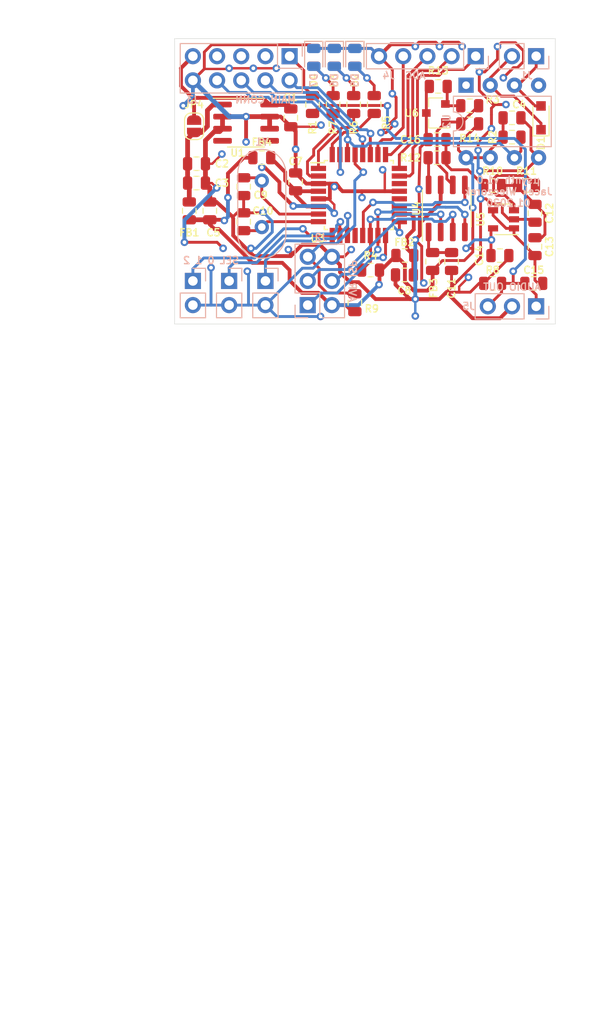
<source format=kicad_pcb>
(kicad_pcb (version 20171130) (host pcbnew 5.1.5)

  (general
    (thickness 1.6)
    (drawings 14)
    (tracks 684)
    (zones 0)
    (modules 56)
    (nets 54)
  )

  (page A4)
  (layers
    (0 F.Cu signal)
    (31 B.Cu signal)
    (32 B.Adhes user hide)
    (33 F.Adhes user hide)
    (34 B.Paste user hide)
    (35 F.Paste user hide)
    (36 B.SilkS user)
    (37 F.SilkS user)
    (38 B.Mask user hide)
    (39 F.Mask user hide)
    (40 Dwgs.User user)
    (41 Cmts.User user)
    (42 Eco1.User user hide)
    (43 Eco2.User user hide)
    (44 Edge.Cuts user)
    (45 Margin user hide)
    (46 B.CrtYd user)
    (47 F.CrtYd user)
    (48 B.Fab user hide)
    (49 F.Fab user hide)
  )

  (setup
    (last_trace_width 0.25)
    (user_trace_width 0.3)
    (user_trace_width 0.4)
    (user_trace_width 0.5)
    (trace_clearance 0.2)
    (zone_clearance 0.2)
    (zone_45_only no)
    (trace_min 0.2)
    (via_size 0.8)
    (via_drill 0.4)
    (via_min_size 0.4)
    (via_min_drill 0.3)
    (uvia_size 0.3)
    (uvia_drill 0.1)
    (uvias_allowed no)
    (uvia_min_size 0.2)
    (uvia_min_drill 0.1)
    (edge_width 0.05)
    (segment_width 0.2)
    (pcb_text_width 0.3)
    (pcb_text_size 1.5 1.5)
    (mod_edge_width 0.12)
    (mod_text_size 1 1)
    (mod_text_width 0.15)
    (pad_size 1.524 1.524)
    (pad_drill 0.762)
    (pad_to_mask_clearance 0.051)
    (solder_mask_min_width 0.25)
    (aux_axis_origin 0 0)
    (visible_elements FFFFFF7F)
    (pcbplotparams
      (layerselection 0x010fc_ffffffff)
      (usegerberextensions false)
      (usegerberattributes false)
      (usegerberadvancedattributes false)
      (creategerberjobfile false)
      (excludeedgelayer true)
      (linewidth 0.100000)
      (plotframeref false)
      (viasonmask false)
      (mode 1)
      (useauxorigin false)
      (hpglpennumber 1)
      (hpglpenspeed 20)
      (hpglpendiameter 15.000000)
      (psnegative false)
      (psa4output false)
      (plotreference true)
      (plotvalue true)
      (plotinvisibletext false)
      (padsonsilk false)
      (subtractmaskfromsilk false)
      (outputformat 1)
      (mirror false)
      (drillshape 1)
      (scaleselection 1)
      (outputdirectory ""))
  )

  (net 0 "")
  (net 1 GND)
  (net 2 "Net-(C2-Pad1)")
  (net 3 +5V)
  (net 4 "Net-(C8-Pad2)")
  (net 5 "Net-(C9-Pad2)")
  (net 6 "Net-(C10-Pad2)")
  (net 7 "Net-(C11-Pad1)")
  (net 8 "Net-(D1-Pad2)")
  (net 9 "Net-(D1-Pad1)")
  (net 10 "Net-(D2-Pad2)")
  (net 11 "Net-(D3-Pad2)")
  (net 12 "Net-(D4-Pad2)")
  (net 13 /AUDIO_OUT)
  (net 14 "Net-(J3-Pad3)")
  (net 15 /RX)
  (net 16 "Net-(R4-Pad2)")
  (net 17 "Net-(U2-Pad1)")
  (net 18 /TX)
  (net 19 /RESET)
  (net 20 /SCL)
  (net 21 /SDA)
  (net 22 /ADC3)
  (net 23 /ADC2)
  (net 24 /ADC1)
  (net 25 /ADC0)
  (net 26 "Net-(U3-Pad22)")
  (net 27 "Net-(U3-Pad19)")
  (net 28 /SCK)
  (net 29 /MISO)
  (net 30 /MOSI)
  (net 31 "Net-(U3-Pad12)")
  (net 32 "Net-(C12-Pad1)")
  (net 33 "Net-(J3-Pad7)")
  (net 34 "Net-(J3-Pad5)")
  (net 35 /MAIN_VCC)
  (net 36 "Net-(J3-Pad1)")
  (net 37 "Net-(U1-Pad5)")
  (net 38 "Net-(U1-Pad4)")
  (net 39 "Net-(C13-Pad1)")
  (net 40 "Net-(R11-Pad1)")
  (net 41 "Net-(C16-Pad1)")
  (net 42 "Net-(R12-Pad1)")
  (net 43 "Net-(U3-Pad13)")
  (net 44 "Net-(C7-Pad1)")
  (net 45 /LED_1)
  (net 46 /LED_2)
  (net 47 /LED_3)
  (net 48 "Net-(U3-Pad20)")
  (net 49 "Net-(R14-Pad2)")
  (net 50 "Net-(R13-Pad2)")
  (net 51 /SEL_0)
  (net 52 /SEL_1)
  (net 53 /SEL_2)

  (net_class Default "This is the default net class."
    (clearance 0.2)
    (trace_width 0.25)
    (via_dia 0.8)
    (via_drill 0.4)
    (uvia_dia 0.3)
    (uvia_drill 0.1)
    (add_net +5V)
    (add_net /ADC0)
    (add_net /ADC1)
    (add_net /ADC2)
    (add_net /ADC3)
    (add_net /AUDIO_OUT)
    (add_net /LED_1)
    (add_net /LED_2)
    (add_net /LED_3)
    (add_net /MAIN_VCC)
    (add_net /MISO)
    (add_net /MOSI)
    (add_net /RESET)
    (add_net /RX)
    (add_net /SCK)
    (add_net /SCL)
    (add_net /SDA)
    (add_net /SEL_0)
    (add_net /SEL_1)
    (add_net /SEL_2)
    (add_net /TX)
    (add_net GND)
    (add_net "Net-(C10-Pad2)")
    (add_net "Net-(C11-Pad1)")
    (add_net "Net-(C12-Pad1)")
    (add_net "Net-(C13-Pad1)")
    (add_net "Net-(C16-Pad1)")
    (add_net "Net-(C2-Pad1)")
    (add_net "Net-(C7-Pad1)")
    (add_net "Net-(C8-Pad2)")
    (add_net "Net-(C9-Pad2)")
    (add_net "Net-(D1-Pad1)")
    (add_net "Net-(D1-Pad2)")
    (add_net "Net-(D2-Pad2)")
    (add_net "Net-(D3-Pad2)")
    (add_net "Net-(D4-Pad2)")
    (add_net "Net-(J3-Pad1)")
    (add_net "Net-(J3-Pad3)")
    (add_net "Net-(J3-Pad5)")
    (add_net "Net-(J3-Pad7)")
    (add_net "Net-(R11-Pad1)")
    (add_net "Net-(R12-Pad1)")
    (add_net "Net-(R13-Pad2)")
    (add_net "Net-(R14-Pad2)")
    (add_net "Net-(R4-Pad2)")
    (add_net "Net-(U1-Pad4)")
    (add_net "Net-(U1-Pad5)")
    (add_net "Net-(U2-Pad1)")
    (add_net "Net-(U3-Pad12)")
    (add_net "Net-(U3-Pad13)")
    (add_net "Net-(U3-Pad19)")
    (add_net "Net-(U3-Pad20)")
    (add_net "Net-(U3-Pad22)")
  )

  (module Diode_SMD:D_SOD-323_HandSoldering (layer F.Cu) (tedit 58641869) (tstamp 5E2289BD)
    (at 158.496 68.326 90)
    (descr SOD-323)
    (tags SOD-323)
    (path /5E267FB7)
    (attr smd)
    (fp_text reference D1 (at -2.667 0 90) (layer F.SilkS)
      (effects (font (size 0.75 0.75) (thickness 0.15)))
    )
    (fp_text value 1N4148 (at 0.1 1.9 90) (layer F.Fab)
      (effects (font (size 1 1) (thickness 0.15)))
    )
    (fp_line (start -1.9 -0.85) (end 1.25 -0.85) (layer F.SilkS) (width 0.12))
    (fp_line (start -1.9 0.85) (end 1.25 0.85) (layer F.SilkS) (width 0.12))
    (fp_line (start -2 -0.95) (end -2 0.95) (layer F.CrtYd) (width 0.05))
    (fp_line (start -2 0.95) (end 2 0.95) (layer F.CrtYd) (width 0.05))
    (fp_line (start 2 -0.95) (end 2 0.95) (layer F.CrtYd) (width 0.05))
    (fp_line (start -2 -0.95) (end 2 -0.95) (layer F.CrtYd) (width 0.05))
    (fp_line (start -0.9 -0.7) (end 0.9 -0.7) (layer F.Fab) (width 0.1))
    (fp_line (start 0.9 -0.7) (end 0.9 0.7) (layer F.Fab) (width 0.1))
    (fp_line (start 0.9 0.7) (end -0.9 0.7) (layer F.Fab) (width 0.1))
    (fp_line (start -0.9 0.7) (end -0.9 -0.7) (layer F.Fab) (width 0.1))
    (fp_line (start -0.3 -0.35) (end -0.3 0.35) (layer F.Fab) (width 0.1))
    (fp_line (start -0.3 0) (end -0.5 0) (layer F.Fab) (width 0.1))
    (fp_line (start -0.3 0) (end 0.2 -0.35) (layer F.Fab) (width 0.1))
    (fp_line (start 0.2 -0.35) (end 0.2 0.35) (layer F.Fab) (width 0.1))
    (fp_line (start 0.2 0.35) (end -0.3 0) (layer F.Fab) (width 0.1))
    (fp_line (start 0.2 0) (end 0.45 0) (layer F.Fab) (width 0.1))
    (fp_line (start -1.9 -0.85) (end -1.9 0.85) (layer F.SilkS) (width 0.12))
    (fp_text user %R (at 0 -1.85 90) (layer F.Fab)
      (effects (font (size 0.75 0.75) (thickness 0.15)))
    )
    (pad 2 smd rect (at 1.25 0 90) (size 1 1) (layers F.Cu F.Paste F.Mask)
      (net 8 "Net-(D1-Pad2)"))
    (pad 1 smd rect (at -1.25 0 90) (size 1 1) (layers F.Cu F.Paste F.Mask)
      (net 9 "Net-(D1-Pad1)"))
    (model ${KISYS3DMOD}/Diode_SMD.3dshapes/D_SOD-323.wrl
      (at (xyz 0 0 0))
      (scale (xyz 1 1 1))
      (rotate (xyz 0 0 0))
    )
  )

  (module Resistor_SMD:R_0805_2012Metric (layer F.Cu) (tedit 5B36C52B) (tstamp 5E23E59B)
    (at 151.003 67.056)
    (descr "Resistor SMD 0805 (2012 Metric), square (rectangular) end terminal, IPC_7351 nominal, (Body size source: https://docs.google.com/spreadsheets/d/1BsfQQcO9C6DZCsRaXUlFlo91Tg2WpOkGARC1WS5S8t0/edit?usp=sharing), generated with kicad-footprint-generator")
    (tags resistor)
    (path /5E9ABE69)
    (attr smd)
    (fp_text reference R3 (at 2.413 -0.635) (layer F.SilkS)
      (effects (font (size 0.75 0.75) (thickness 0.15)))
    )
    (fp_text value 2k (at 0 1.65) (layer F.Fab)
      (effects (font (size 1 1) (thickness 0.15)))
    )
    (fp_text user %R (at 0 0) (layer F.Fab)
      (effects (font (size 0.75 0.75) (thickness 0.15)))
    )
    (fp_line (start 1.68 0.95) (end -1.68 0.95) (layer F.CrtYd) (width 0.05))
    (fp_line (start 1.68 -0.95) (end 1.68 0.95) (layer F.CrtYd) (width 0.05))
    (fp_line (start -1.68 -0.95) (end 1.68 -0.95) (layer F.CrtYd) (width 0.05))
    (fp_line (start -1.68 0.95) (end -1.68 -0.95) (layer F.CrtYd) (width 0.05))
    (fp_line (start -0.258578 0.71) (end 0.258578 0.71) (layer F.SilkS) (width 0.12))
    (fp_line (start -0.258578 -0.71) (end 0.258578 -0.71) (layer F.SilkS) (width 0.12))
    (fp_line (start 1 0.6) (end -1 0.6) (layer F.Fab) (width 0.1))
    (fp_line (start 1 -0.6) (end 1 0.6) (layer F.Fab) (width 0.1))
    (fp_line (start -1 -0.6) (end 1 -0.6) (layer F.Fab) (width 0.1))
    (fp_line (start -1 0.6) (end -1 -0.6) (layer F.Fab) (width 0.1))
    (pad 2 smd roundrect (at 0.9375 0) (size 0.975 1.4) (layers F.Cu F.Paste F.Mask) (roundrect_rratio 0.25)
      (net 49 "Net-(R14-Pad2)"))
    (pad 1 smd roundrect (at -0.9375 0) (size 0.975 1.4) (layers F.Cu F.Paste F.Mask) (roundrect_rratio 0.25)
      (net 50 "Net-(R13-Pad2)"))
    (model ${KISYS3DMOD}/Resistor_SMD.3dshapes/R_0805_2012Metric.wrl
      (at (xyz 0 0 0))
      (scale (xyz 1 1 1))
      (rotate (xyz 0 0 0))
    )
  )

  (module Resistor_SMD:R_0805_2012Metric (layer F.Cu) (tedit 5B36C52B) (tstamp 5E23E6CC)
    (at 147.701 65.024)
    (descr "Resistor SMD 0805 (2012 Metric), square (rectangular) end terminal, IPC_7351 nominal, (Body size source: https://docs.google.com/spreadsheets/d/1BsfQQcO9C6DZCsRaXUlFlo91Tg2WpOkGARC1WS5S8t0/edit?usp=sharing), generated with kicad-footprint-generator")
    (tags resistor)
    (path /5E9AC460)
    (attr smd)
    (fp_text reference R13 (at 0 -1.65) (layer F.SilkS)
      (effects (font (size 0.75 0.75) (thickness 0.15)))
    )
    (fp_text value 10k (at 0 1.65) (layer F.Fab)
      (effects (font (size 1 1) (thickness 0.15)))
    )
    (fp_text user %R (at 0 0) (layer F.Fab)
      (effects (font (size 0.75 0.75) (thickness 0.15)))
    )
    (fp_line (start 1.68 0.95) (end -1.68 0.95) (layer F.CrtYd) (width 0.05))
    (fp_line (start 1.68 -0.95) (end 1.68 0.95) (layer F.CrtYd) (width 0.05))
    (fp_line (start -1.68 -0.95) (end 1.68 -0.95) (layer F.CrtYd) (width 0.05))
    (fp_line (start -1.68 0.95) (end -1.68 -0.95) (layer F.CrtYd) (width 0.05))
    (fp_line (start -0.258578 0.71) (end 0.258578 0.71) (layer F.SilkS) (width 0.12))
    (fp_line (start -0.258578 -0.71) (end 0.258578 -0.71) (layer F.SilkS) (width 0.12))
    (fp_line (start 1 0.6) (end -1 0.6) (layer F.Fab) (width 0.1))
    (fp_line (start 1 -0.6) (end 1 0.6) (layer F.Fab) (width 0.1))
    (fp_line (start -1 -0.6) (end 1 -0.6) (layer F.Fab) (width 0.1))
    (fp_line (start -1 0.6) (end -1 -0.6) (layer F.Fab) (width 0.1))
    (pad 2 smd roundrect (at 0.9375 0) (size 0.975 1.4) (layers F.Cu F.Paste F.Mask) (roundrect_rratio 0.25)
      (net 50 "Net-(R13-Pad2)"))
    (pad 1 smd roundrect (at -0.9375 0) (size 0.975 1.4) (layers F.Cu F.Paste F.Mask) (roundrect_rratio 0.25)
      (net 1 GND))
    (model ${KISYS3DMOD}/Resistor_SMD.3dshapes/R_0805_2012Metric.wrl
      (at (xyz 0 0 0))
      (scale (xyz 1 1 1))
      (rotate (xyz 0 0 0))
    )
  )

  (module Resistor_SMD:R_0805_2012Metric (layer F.Cu) (tedit 5B36C52B) (tstamp 5E241C3A)
    (at 151.003 68.961 180)
    (descr "Resistor SMD 0805 (2012 Metric), square (rectangular) end terminal, IPC_7351 nominal, (Body size source: https://docs.google.com/spreadsheets/d/1BsfQQcO9C6DZCsRaXUlFlo91Tg2WpOkGARC1WS5S8t0/edit?usp=sharing), generated with kicad-footprint-generator")
    (tags resistor)
    (path /5E9D6CA4)
    (attr smd)
    (fp_text reference R14 (at 0 -1.524) (layer F.SilkS)
      (effects (font (size 0.75 0.75) (thickness 0.15)))
    )
    (fp_text value 1k (at 0 1.65) (layer F.Fab)
      (effects (font (size 1 1) (thickness 0.15)))
    )
    (fp_text user %R (at 0 0) (layer F.Fab)
      (effects (font (size 0.75 0.75) (thickness 0.15)))
    )
    (fp_line (start 1.68 0.95) (end -1.68 0.95) (layer F.CrtYd) (width 0.05))
    (fp_line (start 1.68 -0.95) (end 1.68 0.95) (layer F.CrtYd) (width 0.05))
    (fp_line (start -1.68 -0.95) (end 1.68 -0.95) (layer F.CrtYd) (width 0.05))
    (fp_line (start -1.68 0.95) (end -1.68 -0.95) (layer F.CrtYd) (width 0.05))
    (fp_line (start -0.258578 0.71) (end 0.258578 0.71) (layer F.SilkS) (width 0.12))
    (fp_line (start -0.258578 -0.71) (end 0.258578 -0.71) (layer F.SilkS) (width 0.12))
    (fp_line (start 1 0.6) (end -1 0.6) (layer F.Fab) (width 0.1))
    (fp_line (start 1 -0.6) (end 1 0.6) (layer F.Fab) (width 0.1))
    (fp_line (start -1 -0.6) (end 1 -0.6) (layer F.Fab) (width 0.1))
    (fp_line (start -1 0.6) (end -1 -0.6) (layer F.Fab) (width 0.1))
    (pad 2 smd roundrect (at 0.9375 0 180) (size 0.975 1.4) (layers F.Cu F.Paste F.Mask) (roundrect_rratio 0.25)
      (net 49 "Net-(R14-Pad2)"))
    (pad 1 smd roundrect (at -0.9375 0 180) (size 0.975 1.4) (layers F.Cu F.Paste F.Mask) (roundrect_rratio 0.25)
      (net 3 +5V))
    (model ${KISYS3DMOD}/Resistor_SMD.3dshapes/R_0805_2012Metric.wrl
      (at (xyz 0 0 0))
      (scale (xyz 1 1 1))
      (rotate (xyz 0 0 0))
    )
  )

  (module Package_TO_SOT_SMD:SOT-23 (layer F.Cu) (tedit 5A02FF57) (tstamp 5E23EFDA)
    (at 147.447 67.818 180)
    (descr "SOT-23, Standard")
    (tags SOT-23)
    (path /5E9A8C6B)
    (attr smd)
    (fp_text reference U6 (at 2.54 0 180) (layer F.SilkS)
      (effects (font (size 0.75 0.75) (thickness 0.15)))
    )
    (fp_text value TL431DBZ (at 0 2.5) (layer F.Fab)
      (effects (font (size 1 1) (thickness 0.15)))
    )
    (fp_line (start 0.76 1.58) (end -0.7 1.58) (layer F.SilkS) (width 0.12))
    (fp_line (start 0.76 -1.58) (end -1.4 -1.58) (layer F.SilkS) (width 0.12))
    (fp_line (start -1.7 1.75) (end -1.7 -1.75) (layer F.CrtYd) (width 0.05))
    (fp_line (start 1.7 1.75) (end -1.7 1.75) (layer F.CrtYd) (width 0.05))
    (fp_line (start 1.7 -1.75) (end 1.7 1.75) (layer F.CrtYd) (width 0.05))
    (fp_line (start -1.7 -1.75) (end 1.7 -1.75) (layer F.CrtYd) (width 0.05))
    (fp_line (start 0.76 -1.58) (end 0.76 -0.65) (layer F.SilkS) (width 0.12))
    (fp_line (start 0.76 1.58) (end 0.76 0.65) (layer F.SilkS) (width 0.12))
    (fp_line (start -0.7 1.52) (end 0.7 1.52) (layer F.Fab) (width 0.1))
    (fp_line (start 0.7 -1.52) (end 0.7 1.52) (layer F.Fab) (width 0.1))
    (fp_line (start -0.7 -0.95) (end -0.15 -1.52) (layer F.Fab) (width 0.1))
    (fp_line (start -0.15 -1.52) (end 0.7 -1.52) (layer F.Fab) (width 0.1))
    (fp_line (start -0.7 -0.95) (end -0.7 1.5) (layer F.Fab) (width 0.1))
    (fp_text user %R (at 0 0 90) (layer F.Fab)
      (effects (font (size 0.75 0.75) (thickness 0.15)))
    )
    (pad 3 smd rect (at 1 0 180) (size 0.9 0.8) (layers F.Cu F.Paste F.Mask)
      (net 1 GND))
    (pad 2 smd rect (at -1 0.95 180) (size 0.9 0.8) (layers F.Cu F.Paste F.Mask)
      (net 50 "Net-(R13-Pad2)"))
    (pad 1 smd rect (at -1 -0.95 180) (size 0.9 0.8) (layers F.Cu F.Paste F.Mask)
      (net 49 "Net-(R14-Pad2)"))
    (model ${KISYS3DMOD}/Package_TO_SOT_SMD.3dshapes/SOT-23.wrl
      (at (xyz 0 0 0))
      (scale (xyz 1 1 1))
      (rotate (xyz 0 0 0))
    )
  )

  (module LED_SMD:LED_0805_2012Metric (layer B.Cu) (tedit 5B36C52C) (tstamp 5E237148)
    (at 134.62 61.976 270)
    (descr "LED SMD 0805 (2012 Metric), square (rectangular) end terminal, IPC_7351 nominal, (Body size source: https://docs.google.com/spreadsheets/d/1BsfQQcO9C6DZCsRaXUlFlo91Tg2WpOkGARC1WS5S8t0/edit?usp=sharing), generated with kicad-footprint-generator")
    (tags diode)
    (path /5E8EBAE2)
    (attr smd)
    (fp_text reference D7 (at 2.413 0 90) (layer B.SilkS)
      (effects (font (size 0.75 0.75) (thickness 0.15)) (justify mirror))
    )
    (fp_text value LED_Small (at 0 -1.65 90) (layer B.Fab)
      (effects (font (size 1 1) (thickness 0.15)) (justify mirror))
    )
    (fp_text user %R (at 0 0 90) (layer B.Fab)
      (effects (font (size 0.75 0.75) (thickness 0.15)) (justify mirror))
    )
    (fp_line (start 1.68 -0.95) (end -1.68 -0.95) (layer B.CrtYd) (width 0.05))
    (fp_line (start 1.68 0.95) (end 1.68 -0.95) (layer B.CrtYd) (width 0.05))
    (fp_line (start -1.68 0.95) (end 1.68 0.95) (layer B.CrtYd) (width 0.05))
    (fp_line (start -1.68 -0.95) (end -1.68 0.95) (layer B.CrtYd) (width 0.05))
    (fp_line (start -1.685 -0.96) (end 1 -0.96) (layer B.SilkS) (width 0.12))
    (fp_line (start -1.685 0.96) (end -1.685 -0.96) (layer B.SilkS) (width 0.12))
    (fp_line (start 1 0.96) (end -1.685 0.96) (layer B.SilkS) (width 0.12))
    (fp_line (start 1 -0.6) (end 1 0.6) (layer B.Fab) (width 0.1))
    (fp_line (start -1 -0.6) (end 1 -0.6) (layer B.Fab) (width 0.1))
    (fp_line (start -1 0.3) (end -1 -0.6) (layer B.Fab) (width 0.1))
    (fp_line (start -0.7 0.6) (end -1 0.3) (layer B.Fab) (width 0.1))
    (fp_line (start 1 0.6) (end -0.7 0.6) (layer B.Fab) (width 0.1))
    (pad 2 smd roundrect (at 0.9375 0 270) (size 0.975 1.4) (layers B.Cu B.Paste B.Mask) (roundrect_rratio 0.25)
      (net 12 "Net-(D4-Pad2)"))
    (pad 1 smd roundrect (at -0.9375 0 270) (size 0.975 1.4) (layers B.Cu B.Paste B.Mask) (roundrect_rratio 0.25)
      (net 1 GND))
    (model ${KISYS3DMOD}/LED_SMD.3dshapes/LED_0805_2012Metric.wrl
      (at (xyz 0 0 0))
      (scale (xyz 1 1 1))
      (rotate (xyz 0 0 0))
    )
  )

  (module LED_SMD:LED_0805_2012Metric (layer B.Cu) (tedit 5B36C52C) (tstamp 5E237135)
    (at 136.779 61.976 270)
    (descr "LED SMD 0805 (2012 Metric), square (rectangular) end terminal, IPC_7351 nominal, (Body size source: https://docs.google.com/spreadsheets/d/1BsfQQcO9C6DZCsRaXUlFlo91Tg2WpOkGARC1WS5S8t0/edit?usp=sharing), generated with kicad-footprint-generator")
    (tags diode)
    (path /5E8B2CB6)
    (attr smd)
    (fp_text reference D6 (at 2.413 0 90) (layer B.SilkS)
      (effects (font (size 0.75 0.75) (thickness 0.15)) (justify mirror))
    )
    (fp_text value LED_Small (at 0 -1.65 90) (layer B.Fab)
      (effects (font (size 1 1) (thickness 0.15)) (justify mirror))
    )
    (fp_text user %R (at 0 0 90) (layer B.Fab)
      (effects (font (size 0.75 0.75) (thickness 0.15)) (justify mirror))
    )
    (fp_line (start 1.68 -0.95) (end -1.68 -0.95) (layer B.CrtYd) (width 0.05))
    (fp_line (start 1.68 0.95) (end 1.68 -0.95) (layer B.CrtYd) (width 0.05))
    (fp_line (start -1.68 0.95) (end 1.68 0.95) (layer B.CrtYd) (width 0.05))
    (fp_line (start -1.68 -0.95) (end -1.68 0.95) (layer B.CrtYd) (width 0.05))
    (fp_line (start -1.685 -0.96) (end 1 -0.96) (layer B.SilkS) (width 0.12))
    (fp_line (start -1.685 0.96) (end -1.685 -0.96) (layer B.SilkS) (width 0.12))
    (fp_line (start 1 0.96) (end -1.685 0.96) (layer B.SilkS) (width 0.12))
    (fp_line (start 1 -0.6) (end 1 0.6) (layer B.Fab) (width 0.1))
    (fp_line (start -1 -0.6) (end 1 -0.6) (layer B.Fab) (width 0.1))
    (fp_line (start -1 0.3) (end -1 -0.6) (layer B.Fab) (width 0.1))
    (fp_line (start -0.7 0.6) (end -1 0.3) (layer B.Fab) (width 0.1))
    (fp_line (start 1 0.6) (end -0.7 0.6) (layer B.Fab) (width 0.1))
    (pad 2 smd roundrect (at 0.9375 0 270) (size 0.975 1.4) (layers B.Cu B.Paste B.Mask) (roundrect_rratio 0.25)
      (net 11 "Net-(D3-Pad2)"))
    (pad 1 smd roundrect (at -0.9375 0 270) (size 0.975 1.4) (layers B.Cu B.Paste B.Mask) (roundrect_rratio 0.25)
      (net 1 GND))
    (model ${KISYS3DMOD}/LED_SMD.3dshapes/LED_0805_2012Metric.wrl
      (at (xyz 0 0 0))
      (scale (xyz 1 1 1))
      (rotate (xyz 0 0 0))
    )
  )

  (module LED_SMD:LED_0805_2012Metric (layer B.Cu) (tedit 5B36C52C) (tstamp 5E237122)
    (at 138.938 61.976 270)
    (descr "LED SMD 0805 (2012 Metric), square (rectangular) end terminal, IPC_7351 nominal, (Body size source: https://docs.google.com/spreadsheets/d/1BsfQQcO9C6DZCsRaXUlFlo91Tg2WpOkGARC1WS5S8t0/edit?usp=sharing), generated with kicad-footprint-generator")
    (tags diode)
    (path /5E892F7F)
    (attr smd)
    (fp_text reference D5 (at 2.413 0 90) (layer B.SilkS)
      (effects (font (size 0.75 0.75) (thickness 0.15)) (justify mirror))
    )
    (fp_text value LED_Small (at 0 -1.65 90) (layer B.Fab)
      (effects (font (size 1 1) (thickness 0.15)) (justify mirror))
    )
    (fp_text user %R (at 0 0 90) (layer B.Fab)
      (effects (font (size 0.75 0.75) (thickness 0.15)) (justify mirror))
    )
    (fp_line (start 1.68 -0.95) (end -1.68 -0.95) (layer B.CrtYd) (width 0.05))
    (fp_line (start 1.68 0.95) (end 1.68 -0.95) (layer B.CrtYd) (width 0.05))
    (fp_line (start -1.68 0.95) (end 1.68 0.95) (layer B.CrtYd) (width 0.05))
    (fp_line (start -1.68 -0.95) (end -1.68 0.95) (layer B.CrtYd) (width 0.05))
    (fp_line (start -1.685 -0.96) (end 1 -0.96) (layer B.SilkS) (width 0.12))
    (fp_line (start -1.685 0.96) (end -1.685 -0.96) (layer B.SilkS) (width 0.12))
    (fp_line (start 1 0.96) (end -1.685 0.96) (layer B.SilkS) (width 0.12))
    (fp_line (start 1 -0.6) (end 1 0.6) (layer B.Fab) (width 0.1))
    (fp_line (start -1 -0.6) (end 1 -0.6) (layer B.Fab) (width 0.1))
    (fp_line (start -1 0.3) (end -1 -0.6) (layer B.Fab) (width 0.1))
    (fp_line (start -0.7 0.6) (end -1 0.3) (layer B.Fab) (width 0.1))
    (fp_line (start 1 0.6) (end -0.7 0.6) (layer B.Fab) (width 0.1))
    (pad 2 smd roundrect (at 0.9375 0 270) (size 0.975 1.4) (layers B.Cu B.Paste B.Mask) (roundrect_rratio 0.25)
      (net 10 "Net-(D2-Pad2)"))
    (pad 1 smd roundrect (at -0.9375 0 270) (size 0.975 1.4) (layers B.Cu B.Paste B.Mask) (roundrect_rratio 0.25)
      (net 1 GND))
    (model ${KISYS3DMOD}/LED_SMD.3dshapes/LED_0805_2012Metric.wrl
      (at (xyz 0 0 0))
      (scale (xyz 1 1 1))
      (rotate (xyz 0 0 0))
    )
  )

  (module Inductor_SMD:L_0805_2012Metric (layer F.Cu) (tedit 5B36C52B) (tstamp 5E235017)
    (at 129.159 72.517)
    (descr "Inductor SMD 0805 (2012 Metric), square (rectangular) end terminal, IPC_7351 nominal, (Body size source: https://docs.google.com/spreadsheets/d/1BsfQQcO9C6DZCsRaXUlFlo91Tg2WpOkGARC1WS5S8t0/edit?usp=sharing), generated with kicad-footprint-generator")
    (tags inductor)
    (path /5E85A540)
    (attr smd)
    (fp_text reference FB4 (at 0 -1.65) (layer F.SilkS)
      (effects (font (size 0.75 0.75) (thickness 0.15)))
    )
    (fp_text value Ferrite_Bead_Small (at 0 1.65) (layer F.Fab)
      (effects (font (size 1 1) (thickness 0.15)))
    )
    (fp_text user %R (at 0 0) (layer F.Fab)
      (effects (font (size 0.75 0.75) (thickness 0.15)))
    )
    (fp_line (start 1.68 0.95) (end -1.68 0.95) (layer F.CrtYd) (width 0.05))
    (fp_line (start 1.68 -0.95) (end 1.68 0.95) (layer F.CrtYd) (width 0.05))
    (fp_line (start -1.68 -0.95) (end 1.68 -0.95) (layer F.CrtYd) (width 0.05))
    (fp_line (start -1.68 0.95) (end -1.68 -0.95) (layer F.CrtYd) (width 0.05))
    (fp_line (start -0.258578 0.71) (end 0.258578 0.71) (layer F.SilkS) (width 0.12))
    (fp_line (start -0.258578 -0.71) (end 0.258578 -0.71) (layer F.SilkS) (width 0.12))
    (fp_line (start 1 0.6) (end -1 0.6) (layer F.Fab) (width 0.1))
    (fp_line (start 1 -0.6) (end 1 0.6) (layer F.Fab) (width 0.1))
    (fp_line (start -1 -0.6) (end 1 -0.6) (layer F.Fab) (width 0.1))
    (fp_line (start -1 0.6) (end -1 -0.6) (layer F.Fab) (width 0.1))
    (pad 2 smd roundrect (at 0.9375 0) (size 0.975 1.4) (layers F.Cu F.Paste F.Mask) (roundrect_rratio 0.25)
      (net 44 "Net-(C7-Pad1)"))
    (pad 1 smd roundrect (at -0.9375 0) (size 0.975 1.4) (layers F.Cu F.Paste F.Mask) (roundrect_rratio 0.25)
      (net 3 +5V))
    (model ${KISYS3DMOD}/Inductor_SMD.3dshapes/L_0805_2012Metric.wrl
      (at (xyz 0 0 0))
      (scale (xyz 1 1 1))
      (rotate (xyz 0 0 0))
    )
  )

  (module Package_QFP:TQFP-32_7x7mm_P0.8mm (layer F.Cu) (tedit 5A02F146) (tstamp 5E1F91DB)
    (at 139.361 76.441)
    (descr "32-Lead Plastic Thin Quad Flatpack (PT) - 7x7x1.0 mm Body, 2.00 mm [TQFP] (see Microchip Packaging Specification 00000049BS.pdf)")
    (tags "QFP 0.8")
    (path /5E1F17AB)
    (attr smd)
    (fp_text reference U3 (at -4.318 4.572) (layer F.SilkS)
      (effects (font (size 0.75 0.75) (thickness 0.15)))
    )
    (fp_text value ATmega328-AU (at 0 6.05) (layer F.Fab)
      (effects (font (size 1 1) (thickness 0.15)))
    )
    (fp_line (start -3.625 -3.4) (end -5.05 -3.4) (layer F.SilkS) (width 0.15))
    (fp_line (start 3.625 -3.625) (end 3.3 -3.625) (layer F.SilkS) (width 0.15))
    (fp_line (start 3.625 3.625) (end 3.3 3.625) (layer F.SilkS) (width 0.15))
    (fp_line (start -3.625 3.625) (end -3.3 3.625) (layer F.SilkS) (width 0.15))
    (fp_line (start -3.625 -3.625) (end -3.3 -3.625) (layer F.SilkS) (width 0.15))
    (fp_line (start -3.625 3.625) (end -3.625 3.3) (layer F.SilkS) (width 0.15))
    (fp_line (start 3.625 3.625) (end 3.625 3.3) (layer F.SilkS) (width 0.15))
    (fp_line (start 3.625 -3.625) (end 3.625 -3.3) (layer F.SilkS) (width 0.15))
    (fp_line (start -3.625 -3.625) (end -3.625 -3.4) (layer F.SilkS) (width 0.15))
    (fp_line (start -5.3 5.3) (end 5.3 5.3) (layer F.CrtYd) (width 0.05))
    (fp_line (start -5.3 -5.3) (end 5.3 -5.3) (layer F.CrtYd) (width 0.05))
    (fp_line (start 5.3 -5.3) (end 5.3 5.3) (layer F.CrtYd) (width 0.05))
    (fp_line (start -5.3 -5.3) (end -5.3 5.3) (layer F.CrtYd) (width 0.05))
    (fp_line (start -3.5 -2.5) (end -2.5 -3.5) (layer F.Fab) (width 0.15))
    (fp_line (start -3.5 3.5) (end -3.5 -2.5) (layer F.Fab) (width 0.15))
    (fp_line (start 3.5 3.5) (end -3.5 3.5) (layer F.Fab) (width 0.15))
    (fp_line (start 3.5 -3.5) (end 3.5 3.5) (layer F.Fab) (width 0.15))
    (fp_line (start -2.5 -3.5) (end 3.5 -3.5) (layer F.Fab) (width 0.15))
    (fp_text user %R (at 0 0) (layer F.Fab)
      (effects (font (size 0.75 0.75) (thickness 0.15)))
    )
    (pad 32 smd rect (at -2.8 -4.25 90) (size 1.6 0.55) (layers F.Cu F.Paste F.Mask)
      (net 45 /LED_1))
    (pad 31 smd rect (at -2 -4.25 90) (size 1.6 0.55) (layers F.Cu F.Paste F.Mask)
      (net 18 /TX))
    (pad 30 smd rect (at -1.2 -4.25 90) (size 1.6 0.55) (layers F.Cu F.Paste F.Mask)
      (net 15 /RX))
    (pad 29 smd rect (at -0.4 -4.25 90) (size 1.6 0.55) (layers F.Cu F.Paste F.Mask)
      (net 19 /RESET))
    (pad 28 smd rect (at 0.4 -4.25 90) (size 1.6 0.55) (layers F.Cu F.Paste F.Mask)
      (net 20 /SCL))
    (pad 27 smd rect (at 1.2 -4.25 90) (size 1.6 0.55) (layers F.Cu F.Paste F.Mask)
      (net 21 /SDA))
    (pad 26 smd rect (at 2 -4.25 90) (size 1.6 0.55) (layers F.Cu F.Paste F.Mask)
      (net 22 /ADC3))
    (pad 25 smd rect (at 2.8 -4.25 90) (size 1.6 0.55) (layers F.Cu F.Paste F.Mask)
      (net 23 /ADC2))
    (pad 24 smd rect (at 4.25 -2.8) (size 1.6 0.55) (layers F.Cu F.Paste F.Mask)
      (net 24 /ADC1))
    (pad 23 smd rect (at 4.25 -2) (size 1.6 0.55) (layers F.Cu F.Paste F.Mask)
      (net 25 /ADC0))
    (pad 22 smd rect (at 4.25 -1.2) (size 1.6 0.55) (layers F.Cu F.Paste F.Mask)
      (net 26 "Net-(U3-Pad22)"))
    (pad 21 smd rect (at 4.25 -0.4) (size 1.6 0.55) (layers F.Cu F.Paste F.Mask)
      (net 1 GND))
    (pad 20 smd rect (at 4.25 0.4) (size 1.6 0.55) (layers F.Cu F.Paste F.Mask)
      (net 48 "Net-(U3-Pad20)"))
    (pad 19 smd rect (at 4.25 1.2) (size 1.6 0.55) (layers F.Cu F.Paste F.Mask)
      (net 27 "Net-(U3-Pad19)"))
    (pad 18 smd rect (at 4.25 2) (size 1.6 0.55) (layers F.Cu F.Paste F.Mask)
      (net 4 "Net-(C8-Pad2)"))
    (pad 17 smd rect (at 4.25 2.8) (size 1.6 0.55) (layers F.Cu F.Paste F.Mask)
      (net 28 /SCK))
    (pad 16 smd rect (at 2.8 4.25 90) (size 1.6 0.55) (layers F.Cu F.Paste F.Mask)
      (net 29 /MISO))
    (pad 15 smd rect (at 2 4.25 90) (size 1.6 0.55) (layers F.Cu F.Paste F.Mask)
      (net 30 /MOSI))
    (pad 14 smd rect (at 1.2 4.25 90) (size 1.6 0.55) (layers F.Cu F.Paste F.Mask)
      (net 16 "Net-(R4-Pad2)"))
    (pad 13 smd rect (at 0.4 4.25 90) (size 1.6 0.55) (layers F.Cu F.Paste F.Mask)
      (net 43 "Net-(U3-Pad13)"))
    (pad 12 smd rect (at -0.4 4.25 90) (size 1.6 0.55) (layers F.Cu F.Paste F.Mask)
      (net 31 "Net-(U3-Pad12)"))
    (pad 11 smd rect (at -1.2 4.25 90) (size 1.6 0.55) (layers F.Cu F.Paste F.Mask)
      (net 51 /SEL_0))
    (pad 10 smd rect (at -2 4.25 90) (size 1.6 0.55) (layers F.Cu F.Paste F.Mask)
      (net 52 /SEL_1))
    (pad 9 smd rect (at -2.8 4.25 90) (size 1.6 0.55) (layers F.Cu F.Paste F.Mask)
      (net 53 /SEL_2))
    (pad 8 smd rect (at -4.25 2.8) (size 1.6 0.55) (layers F.Cu F.Paste F.Mask)
      (net 6 "Net-(C10-Pad2)"))
    (pad 7 smd rect (at -4.25 2) (size 1.6 0.55) (layers F.Cu F.Paste F.Mask)
      (net 5 "Net-(C9-Pad2)"))
    (pad 6 smd rect (at -4.25 1.2) (size 1.6 0.55) (layers F.Cu F.Paste F.Mask)
      (net 44 "Net-(C7-Pad1)"))
    (pad 5 smd rect (at -4.25 0.4) (size 1.6 0.55) (layers F.Cu F.Paste F.Mask)
      (net 1 GND))
    (pad 4 smd rect (at -4.25 -0.4) (size 1.6 0.55) (layers F.Cu F.Paste F.Mask)
      (net 44 "Net-(C7-Pad1)"))
    (pad 3 smd rect (at -4.25 -1.2) (size 1.6 0.55) (layers F.Cu F.Paste F.Mask)
      (net 1 GND))
    (pad 2 smd rect (at -4.25 -2) (size 1.6 0.55) (layers F.Cu F.Paste F.Mask)
      (net 47 /LED_3))
    (pad 1 smd rect (at -4.25 -2.8) (size 1.6 0.55) (layers F.Cu F.Paste F.Mask)
      (net 46 /LED_2))
    (model ${KISYS3DMOD}/Package_QFP.3dshapes/TQFP-32_7x7mm_P0.8mm.wrl
      (at (xyz 0 0 0))
      (scale (xyz 1 1 1))
      (rotate (xyz 0 0 0))
    )
  )

  (module Crystal:Crystal_HC49-4H_Vertical (layer B.Cu) (tedit 5A1AD3B7) (tstamp 5E1F920C)
    (at 129.159 74.93 270)
    (descr "Crystal THT HC-49-4H http://5hertz.com/pdfs/04404_D.pdf")
    (tags "THT crystalHC-49-4H")
    (path /5E1FEE2C)
    (fp_text reference Y1 (at -4.064 0) (layer B.SilkS)
      (effects (font (size 0.75 0.75) (thickness 0.15)) (justify mirror))
    )
    (fp_text value 20MHz (at 2.44 -3.525 270) (layer B.Fab)
      (effects (font (size 1 1) (thickness 0.15)) (justify mirror))
    )
    (fp_arc (start 5.64 0) (end 5.64 2.525) (angle -180) (layer B.SilkS) (width 0.12))
    (fp_arc (start -0.76 0) (end -0.76 2.525) (angle 180) (layer B.SilkS) (width 0.12))
    (fp_arc (start 5.44 0) (end 5.44 2) (angle -180) (layer B.Fab) (width 0.1))
    (fp_arc (start -0.56 0) (end -0.56 2) (angle 180) (layer B.Fab) (width 0.1))
    (fp_arc (start 5.64 0) (end 5.64 2.325) (angle -180) (layer B.Fab) (width 0.1))
    (fp_arc (start -0.76 0) (end -0.76 2.325) (angle 180) (layer B.Fab) (width 0.1))
    (fp_line (start 8.5 2.8) (end -3.6 2.8) (layer B.CrtYd) (width 0.05))
    (fp_line (start 8.5 -2.8) (end 8.5 2.8) (layer B.CrtYd) (width 0.05))
    (fp_line (start -3.6 -2.8) (end 8.5 -2.8) (layer B.CrtYd) (width 0.05))
    (fp_line (start -3.6 2.8) (end -3.6 -2.8) (layer B.CrtYd) (width 0.05))
    (fp_line (start -0.76 -2.525) (end 5.64 -2.525) (layer B.SilkS) (width 0.12))
    (fp_line (start -0.76 2.525) (end 5.64 2.525) (layer B.SilkS) (width 0.12))
    (fp_line (start -0.56 -2) (end 5.44 -2) (layer B.Fab) (width 0.1))
    (fp_line (start -0.56 2) (end 5.44 2) (layer B.Fab) (width 0.1))
    (fp_line (start -0.76 -2.325) (end 5.64 -2.325) (layer B.Fab) (width 0.1))
    (fp_line (start -0.76 2.325) (end 5.64 2.325) (layer B.Fab) (width 0.1))
    (fp_text user %R (at 2.44 0 270) (layer B.Fab)
      (effects (font (size 0.75 0.75) (thickness 0.15)) (justify mirror))
    )
    (pad 2 thru_hole circle (at 4.88 0 270) (size 1.5 1.5) (drill 0.8) (layers *.Cu *.Mask)
      (net 6 "Net-(C10-Pad2)"))
    (pad 1 thru_hole circle (at 0 0 270) (size 1.5 1.5) (drill 0.8) (layers *.Cu *.Mask)
      (net 5 "Net-(C9-Pad2)"))
    (model ${KISYS3DMOD}/Crystal.3dshapes/Crystal_HC49-4H_Vertical.wrl
      (at (xyz 0 0 0))
      (scale (xyz 1 1 1))
      (rotate (xyz 0 0 0))
    )
  )

  (module Package_DIP:DIP-8_W7.62mm (layer B.Cu) (tedit 5A02E8C5) (tstamp 5E2193DA)
    (at 150.622 64.897 270)
    (descr "8-lead though-hole mounted DIP package, row spacing 7.62 mm (300 mils)")
    (tags "THT DIP DIL PDIP 2.54mm 7.62mm 300mil")
    (path /5E266CD7)
    (fp_text reference U2 (at 3.81 2.032 90) (layer B.SilkS)
      (effects (font (size 0.75 0.75) (thickness 0.15)) (justify mirror))
    )
    (fp_text value 6N137 (at 3.81 -9.95 90) (layer B.Fab)
      (effects (font (size 1 1) (thickness 0.15)) (justify mirror))
    )
    (fp_text user %R (at 3.81 -3.81 90) (layer B.Fab)
      (effects (font (size 0.75 0.75) (thickness 0.15)) (justify mirror))
    )
    (fp_line (start 8.7 1.55) (end -1.1 1.55) (layer B.CrtYd) (width 0.05))
    (fp_line (start 8.7 -9.15) (end 8.7 1.55) (layer B.CrtYd) (width 0.05))
    (fp_line (start -1.1 -9.15) (end 8.7 -9.15) (layer B.CrtYd) (width 0.05))
    (fp_line (start -1.1 1.55) (end -1.1 -9.15) (layer B.CrtYd) (width 0.05))
    (fp_line (start 6.46 1.33) (end 4.81 1.33) (layer B.SilkS) (width 0.12))
    (fp_line (start 6.46 -8.95) (end 6.46 1.33) (layer B.SilkS) (width 0.12))
    (fp_line (start 1.16 -8.95) (end 6.46 -8.95) (layer B.SilkS) (width 0.12))
    (fp_line (start 1.16 1.33) (end 1.16 -8.95) (layer B.SilkS) (width 0.12))
    (fp_line (start 2.81 1.33) (end 1.16 1.33) (layer B.SilkS) (width 0.12))
    (fp_line (start 0.635 0.27) (end 1.635 1.27) (layer B.Fab) (width 0.1))
    (fp_line (start 0.635 -8.89) (end 0.635 0.27) (layer B.Fab) (width 0.1))
    (fp_line (start 6.985 -8.89) (end 0.635 -8.89) (layer B.Fab) (width 0.1))
    (fp_line (start 6.985 1.27) (end 6.985 -8.89) (layer B.Fab) (width 0.1))
    (fp_line (start 1.635 1.27) (end 6.985 1.27) (layer B.Fab) (width 0.1))
    (fp_arc (start 3.81 1.33) (end 2.81 1.33) (angle 180) (layer B.SilkS) (width 0.12))
    (pad 8 thru_hole oval (at 7.62 0 270) (size 1.6 1.6) (drill 0.8) (layers *.Cu *.Mask)
      (net 3 +5V))
    (pad 4 thru_hole oval (at 0 -7.62 270) (size 1.6 1.6) (drill 0.8) (layers *.Cu *.Mask))
    (pad 7 thru_hole oval (at 7.62 -2.54 270) (size 1.6 1.6) (drill 0.8) (layers *.Cu *.Mask)
      (net 3 +5V))
    (pad 3 thru_hole oval (at 0 -5.08 270) (size 1.6 1.6) (drill 0.8) (layers *.Cu *.Mask)
      (net 8 "Net-(D1-Pad2)"))
    (pad 6 thru_hole oval (at 7.62 -5.08 270) (size 1.6 1.6) (drill 0.8) (layers *.Cu *.Mask)
      (net 15 /RX))
    (pad 2 thru_hole oval (at 0 -2.54 270) (size 1.6 1.6) (drill 0.8) (layers *.Cu *.Mask)
      (net 9 "Net-(D1-Pad1)"))
    (pad 5 thru_hole oval (at 7.62 -7.62 270) (size 1.6 1.6) (drill 0.8) (layers *.Cu *.Mask)
      (net 1 GND))
    (pad 1 thru_hole rect (at 0 0 270) (size 1.6 1.6) (drill 0.8) (layers *.Cu *.Mask)
      (net 17 "Net-(U2-Pad1)"))
    (model ${KISYS3DMOD}/Package_DIP.3dshapes/DIP-8_W7.62mm.wrl
      (at (xyz 0 0 0))
      (scale (xyz 1 1 1))
      (rotate (xyz 0 0 0))
    )
  )

  (module Resistor_SMD:R_0805_2012Metric (layer F.Cu) (tedit 5B36C52B) (tstamp 5E222DCA)
    (at 147.574 72.517)
    (descr "Resistor SMD 0805 (2012 Metric), square (rectangular) end terminal, IPC_7351 nominal, (Body size source: https://docs.google.com/spreadsheets/d/1BsfQQcO9C6DZCsRaXUlFlo91Tg2WpOkGARC1WS5S8t0/edit?usp=sharing), generated with kicad-footprint-generator")
    (tags resistor)
    (path /5E6D1CA0)
    (attr smd)
    (fp_text reference R12 (at -2.794 0 180) (layer F.SilkS)
      (effects (font (size 0.75 0.75) (thickness 0.15)))
    )
    (fp_text value 11k (at 0 1.65) (layer F.Fab)
      (effects (font (size 1 1) (thickness 0.15)))
    )
    (fp_text user %R (at 0 0) (layer F.Fab)
      (effects (font (size 0.75 0.75) (thickness 0.15)))
    )
    (fp_line (start 1.68 0.95) (end -1.68 0.95) (layer F.CrtYd) (width 0.05))
    (fp_line (start 1.68 -0.95) (end 1.68 0.95) (layer F.CrtYd) (width 0.05))
    (fp_line (start -1.68 -0.95) (end 1.68 -0.95) (layer F.CrtYd) (width 0.05))
    (fp_line (start -1.68 0.95) (end -1.68 -0.95) (layer F.CrtYd) (width 0.05))
    (fp_line (start -0.258578 0.71) (end 0.258578 0.71) (layer F.SilkS) (width 0.12))
    (fp_line (start -0.258578 -0.71) (end 0.258578 -0.71) (layer F.SilkS) (width 0.12))
    (fp_line (start 1 0.6) (end -1 0.6) (layer F.Fab) (width 0.1))
    (fp_line (start 1 -0.6) (end 1 0.6) (layer F.Fab) (width 0.1))
    (fp_line (start -1 -0.6) (end 1 -0.6) (layer F.Fab) (width 0.1))
    (fp_line (start -1 0.6) (end -1 -0.6) (layer F.Fab) (width 0.1))
    (pad 2 smd roundrect (at 0.9375 0) (size 0.975 1.4) (layers F.Cu F.Paste F.Mask) (roundrect_rratio 0.25)
      (net 41 "Net-(C16-Pad1)"))
    (pad 1 smd roundrect (at -0.9375 0) (size 0.975 1.4) (layers F.Cu F.Paste F.Mask) (roundrect_rratio 0.25)
      (net 42 "Net-(R12-Pad1)"))
    (model ${KISYS3DMOD}/Resistor_SMD.3dshapes/R_0805_2012Metric.wrl
      (at (xyz 0 0 0))
      (scale (xyz 1 1 1))
      (rotate (xyz 0 0 0))
    )
  )

  (module Capacitor_SMD:C_0805_2012Metric (layer F.Cu) (tedit 5B36C52B) (tstamp 5E22421B)
    (at 147.574 70.612 180)
    (descr "Capacitor SMD 0805 (2012 Metric), square (rectangular) end terminal, IPC_7351 nominal, (Body size source: https://docs.google.com/spreadsheets/d/1BsfQQcO9C6DZCsRaXUlFlo91Tg2WpOkGARC1WS5S8t0/edit?usp=sharing), generated with kicad-footprint-generator")
    (tags capacitor)
    (path /5E694469)
    (attr smd)
    (fp_text reference C16 (at 2.794 0 180) (layer F.SilkS)
      (effects (font (size 0.75 0.75) (thickness 0.15)))
    )
    (fp_text value 1.5n (at 0 1.65) (layer F.Fab)
      (effects (font (size 1 1) (thickness 0.15)))
    )
    (fp_text user %R (at 0 0) (layer F.Fab)
      (effects (font (size 0.75 0.75) (thickness 0.15)))
    )
    (fp_line (start 1.68 0.95) (end -1.68 0.95) (layer F.CrtYd) (width 0.05))
    (fp_line (start 1.68 -0.95) (end 1.68 0.95) (layer F.CrtYd) (width 0.05))
    (fp_line (start -1.68 -0.95) (end 1.68 -0.95) (layer F.CrtYd) (width 0.05))
    (fp_line (start -1.68 0.95) (end -1.68 -0.95) (layer F.CrtYd) (width 0.05))
    (fp_line (start -0.258578 0.71) (end 0.258578 0.71) (layer F.SilkS) (width 0.12))
    (fp_line (start -0.258578 -0.71) (end 0.258578 -0.71) (layer F.SilkS) (width 0.12))
    (fp_line (start 1 0.6) (end -1 0.6) (layer F.Fab) (width 0.1))
    (fp_line (start 1 -0.6) (end 1 0.6) (layer F.Fab) (width 0.1))
    (fp_line (start -1 -0.6) (end 1 -0.6) (layer F.Fab) (width 0.1))
    (fp_line (start -1 0.6) (end -1 -0.6) (layer F.Fab) (width 0.1))
    (pad 2 smd roundrect (at 0.9375 0 180) (size 0.975 1.4) (layers F.Cu F.Paste F.Mask) (roundrect_rratio 0.25)
      (net 1 GND))
    (pad 1 smd roundrect (at -0.9375 0 180) (size 0.975 1.4) (layers F.Cu F.Paste F.Mask) (roundrect_rratio 0.25)
      (net 41 "Net-(C16-Pad1)"))
    (model ${KISYS3DMOD}/Capacitor_SMD.3dshapes/C_0805_2012Metric.wrl
      (at (xyz 0 0 0))
      (scale (xyz 1 1 1))
      (rotate (xyz 0 0 0))
    )
  )

  (module Connector_PinHeader_2.54mm:PinHeader_1x02_P2.54mm_Vertical (layer B.Cu) (tedit 59FED5CC) (tstamp 5E1F9096)
    (at 157.988 61.849 90)
    (descr "Through hole straight pin header, 1x02, 2.54mm pitch, single row")
    (tags "Through hole pin header THT 1x02 2.54mm single row")
    (path /5E2CD681)
    (fp_text reference J1 (at -2.032 -1.016) (layer B.SilkS)
      (effects (font (size 0.75 0.75) (thickness 0.15)) (justify mirror))
    )
    (fp_text value MIDI_IN (at 0 -4.87 270) (layer B.Fab)
      (effects (font (size 1 1) (thickness 0.15)) (justify mirror))
    )
    (fp_text user %R (at 0 -1.27) (layer B.Fab)
      (effects (font (size 0.75 0.75) (thickness 0.15)) (justify mirror))
    )
    (fp_line (start 1.8 1.8) (end -1.8 1.8) (layer B.CrtYd) (width 0.05))
    (fp_line (start 1.8 -4.35) (end 1.8 1.8) (layer B.CrtYd) (width 0.05))
    (fp_line (start -1.8 -4.35) (end 1.8 -4.35) (layer B.CrtYd) (width 0.05))
    (fp_line (start -1.8 1.8) (end -1.8 -4.35) (layer B.CrtYd) (width 0.05))
    (fp_line (start -1.33 1.33) (end 0 1.33) (layer B.SilkS) (width 0.12))
    (fp_line (start -1.33 0) (end -1.33 1.33) (layer B.SilkS) (width 0.12))
    (fp_line (start -1.33 -1.27) (end 1.33 -1.27) (layer B.SilkS) (width 0.12))
    (fp_line (start 1.33 -1.27) (end 1.33 -3.87) (layer B.SilkS) (width 0.12))
    (fp_line (start -1.33 -1.27) (end -1.33 -3.87) (layer B.SilkS) (width 0.12))
    (fp_line (start -1.33 -3.87) (end 1.33 -3.87) (layer B.SilkS) (width 0.12))
    (fp_line (start -1.27 0.635) (end -0.635 1.27) (layer B.Fab) (width 0.1))
    (fp_line (start -1.27 -3.81) (end -1.27 0.635) (layer B.Fab) (width 0.1))
    (fp_line (start 1.27 -3.81) (end -1.27 -3.81) (layer B.Fab) (width 0.1))
    (fp_line (start 1.27 1.27) (end 1.27 -3.81) (layer B.Fab) (width 0.1))
    (fp_line (start -0.635 1.27) (end 1.27 1.27) (layer B.Fab) (width 0.1))
    (pad 2 thru_hole oval (at 0 -2.54 90) (size 1.7 1.7) (drill 1) (layers *.Cu *.Mask)
      (net 9 "Net-(D1-Pad1)"))
    (pad 1 thru_hole rect (at 0 0 90) (size 1.7 1.7) (drill 1) (layers *.Cu *.Mask)
      (net 8 "Net-(D1-Pad2)"))
    (model ${KISYS3DMOD}/Connector_PinHeader_2.54mm.3dshapes/PinHeader_1x02_P2.54mm_Vertical.wrl
      (at (xyz 0 0 0))
      (scale (xyz 1 1 1))
      (rotate (xyz 0 0 0))
    )
  )

  (module Resistor_SMD:R_0805_2012Metric (layer F.Cu) (tedit 5B36C52B) (tstamp 5E217012)
    (at 156.972 75.438 180)
    (descr "Resistor SMD 0805 (2012 Metric), square (rectangular) end terminal, IPC_7351 nominal, (Body size source: https://docs.google.com/spreadsheets/d/1BsfQQcO9C6DZCsRaXUlFlo91Tg2WpOkGARC1WS5S8t0/edit?usp=sharing), generated with kicad-footprint-generator")
    (tags resistor)
    (path /5E36ABE0)
    (attr smd)
    (fp_text reference R11 (at 0 1.524) (layer F.SilkS)
      (effects (font (size 0.75 0.75) (thickness 0.15)))
    )
    (fp_text value 33k (at 0 1.65) (layer F.Fab)
      (effects (font (size 1 1) (thickness 0.15)))
    )
    (fp_text user %R (at 0 0) (layer F.Fab)
      (effects (font (size 0.75 0.75) (thickness 0.15)))
    )
    (fp_line (start 1.68 0.95) (end -1.68 0.95) (layer F.CrtYd) (width 0.05))
    (fp_line (start 1.68 -0.95) (end 1.68 0.95) (layer F.CrtYd) (width 0.05))
    (fp_line (start -1.68 -0.95) (end 1.68 -0.95) (layer F.CrtYd) (width 0.05))
    (fp_line (start -1.68 0.95) (end -1.68 -0.95) (layer F.CrtYd) (width 0.05))
    (fp_line (start -0.258578 0.71) (end 0.258578 0.71) (layer F.SilkS) (width 0.12))
    (fp_line (start -0.258578 -0.71) (end 0.258578 -0.71) (layer F.SilkS) (width 0.12))
    (fp_line (start 1 0.6) (end -1 0.6) (layer F.Fab) (width 0.1))
    (fp_line (start 1 -0.6) (end 1 0.6) (layer F.Fab) (width 0.1))
    (fp_line (start -1 -0.6) (end 1 -0.6) (layer F.Fab) (width 0.1))
    (fp_line (start -1 0.6) (end -1 -0.6) (layer F.Fab) (width 0.1))
    (pad 2 smd roundrect (at 0.9375 0 180) (size 0.975 1.4) (layers F.Cu F.Paste F.Mask) (roundrect_rratio 0.25)
      (net 32 "Net-(C12-Pad1)"))
    (pad 1 smd roundrect (at -0.9375 0 180) (size 0.975 1.4) (layers F.Cu F.Paste F.Mask) (roundrect_rratio 0.25)
      (net 40 "Net-(R11-Pad1)"))
    (model ${KISYS3DMOD}/Resistor_SMD.3dshapes/R_0805_2012Metric.wrl
      (at (xyz 0 0 0))
      (scale (xyz 1 1 1))
      (rotate (xyz 0 0 0))
    )
  )

  (module Resistor_SMD:R_0805_2012Metric (layer F.Cu) (tedit 5B36C52B) (tstamp 5E217001)
    (at 153.416 75.438)
    (descr "Resistor SMD 0805 (2012 Metric), square (rectangular) end terminal, IPC_7351 nominal, (Body size source: https://docs.google.com/spreadsheets/d/1BsfQQcO9C6DZCsRaXUlFlo91Tg2WpOkGARC1WS5S8t0/edit?usp=sharing), generated with kicad-footprint-generator")
    (tags resistor)
    (path /5E3A3733)
    (attr smd)
    (fp_text reference R10 (at 0 -1.524) (layer F.SilkS)
      (effects (font (size 0.75 0.75) (thickness 0.15)))
    )
    (fp_text value 110k (at 0 1.65) (layer F.Fab)
      (effects (font (size 1 1) (thickness 0.15)))
    )
    (fp_text user %R (at 0 0) (layer F.Fab)
      (effects (font (size 0.75 0.75) (thickness 0.15)))
    )
    (fp_line (start 1.68 0.95) (end -1.68 0.95) (layer F.CrtYd) (width 0.05))
    (fp_line (start 1.68 -0.95) (end 1.68 0.95) (layer F.CrtYd) (width 0.05))
    (fp_line (start -1.68 -0.95) (end 1.68 -0.95) (layer F.CrtYd) (width 0.05))
    (fp_line (start -1.68 0.95) (end -1.68 -0.95) (layer F.CrtYd) (width 0.05))
    (fp_line (start -0.258578 0.71) (end 0.258578 0.71) (layer F.SilkS) (width 0.12))
    (fp_line (start -0.258578 -0.71) (end 0.258578 -0.71) (layer F.SilkS) (width 0.12))
    (fp_line (start 1 0.6) (end -1 0.6) (layer F.Fab) (width 0.1))
    (fp_line (start 1 -0.6) (end 1 0.6) (layer F.Fab) (width 0.1))
    (fp_line (start -1 -0.6) (end 1 -0.6) (layer F.Fab) (width 0.1))
    (fp_line (start -1 0.6) (end -1 -0.6) (layer F.Fab) (width 0.1))
    (pad 2 smd roundrect (at 0.9375 0) (size 0.975 1.4) (layers F.Cu F.Paste F.Mask) (roundrect_rratio 0.25)
      (net 32 "Net-(C12-Pad1)"))
    (pad 1 smd roundrect (at -0.9375 0) (size 0.975 1.4) (layers F.Cu F.Paste F.Mask) (roundrect_rratio 0.25)
      (net 41 "Net-(C16-Pad1)"))
    (model ${KISYS3DMOD}/Resistor_SMD.3dshapes/R_0805_2012Metric.wrl
      (at (xyz 0 0 0))
      (scale (xyz 1 1 1))
      (rotate (xyz 0 0 0))
    )
  )

  (module Jumper:SolderJumper-2_P1.3mm_Open_RoundedPad1.0x1.5mm (layer F.Cu) (tedit 5B391E66) (tstamp 5E216ED0)
    (at 122.047 69.215 270)
    (descr "SMD Solder Jumper, 1x1.5mm, rounded Pads, 0.3mm gap, open")
    (tags "solder jumper open")
    (path /5E2416CA)
    (attr virtual)
    (fp_text reference JP4 (at -2.286 0 180) (layer F.SilkS)
      (effects (font (size 0.75 0.75) (thickness 0.15)))
    )
    (fp_text value VCC_JUMPER (at 0 1.9 90) (layer F.Fab)
      (effects (font (size 1 1) (thickness 0.15)))
    )
    (fp_line (start 1.65 1.25) (end -1.65 1.25) (layer F.CrtYd) (width 0.05))
    (fp_line (start 1.65 1.25) (end 1.65 -1.25) (layer F.CrtYd) (width 0.05))
    (fp_line (start -1.65 -1.25) (end -1.65 1.25) (layer F.CrtYd) (width 0.05))
    (fp_line (start -1.65 -1.25) (end 1.65 -1.25) (layer F.CrtYd) (width 0.05))
    (fp_line (start -0.7 -1) (end 0.7 -1) (layer F.SilkS) (width 0.12))
    (fp_line (start 1.4 -0.3) (end 1.4 0.3) (layer F.SilkS) (width 0.12))
    (fp_line (start 0.7 1) (end -0.7 1) (layer F.SilkS) (width 0.12))
    (fp_line (start -1.4 0.3) (end -1.4 -0.3) (layer F.SilkS) (width 0.12))
    (fp_arc (start -0.7 -0.3) (end -0.7 -1) (angle -90) (layer F.SilkS) (width 0.12))
    (fp_arc (start -0.7 0.3) (end -1.4 0.3) (angle -90) (layer F.SilkS) (width 0.12))
    (fp_arc (start 0.7 0.3) (end 0.7 1) (angle -90) (layer F.SilkS) (width 0.12))
    (fp_arc (start 0.7 -0.3) (end 1.4 -0.3) (angle -90) (layer F.SilkS) (width 0.12))
    (pad 2 smd custom (at 0.65 0 270) (size 1 0.5) (layers F.Cu F.Mask)
      (net 2 "Net-(C2-Pad1)") (zone_connect 2)
      (options (clearance outline) (anchor rect))
      (primitives
        (gr_circle (center 0 0.25) (end 0.5 0.25) (width 0))
        (gr_circle (center 0 -0.25) (end 0.5 -0.25) (width 0))
        (gr_poly (pts
           (xy 0 -0.75) (xy -0.5 -0.75) (xy -0.5 0.75) (xy 0 0.75)) (width 0))
      ))
    (pad 1 smd custom (at -0.65 0 270) (size 1 0.5) (layers F.Cu F.Mask)
      (net 35 /MAIN_VCC) (zone_connect 2)
      (options (clearance outline) (anchor rect))
      (primitives
        (gr_circle (center 0 0.25) (end 0.5 0.25) (width 0))
        (gr_circle (center 0 -0.25) (end 0.5 -0.25) (width 0))
        (gr_poly (pts
           (xy 0 -0.75) (xy 0.5 -0.75) (xy 0.5 0.75) (xy 0 0.75)) (width 0))
      ))
  )

  (module Capacitor_SMD:C_0805_2012Metric (layer F.Cu) (tedit 5B36C52B) (tstamp 5E216C68)
    (at 157.734 85.725)
    (descr "Capacitor SMD 0805 (2012 Metric), square (rectangular) end terminal, IPC_7351 nominal, (Body size source: https://docs.google.com/spreadsheets/d/1BsfQQcO9C6DZCsRaXUlFlo91Tg2WpOkGARC1WS5S8t0/edit?usp=sharing), generated with kicad-footprint-generator")
    (tags capacitor)
    (path /5E562785)
    (attr smd)
    (fp_text reference C15 (at 0 -1.397) (layer F.SilkS)
      (effects (font (size 0.75 0.75) (thickness 0.15)))
    )
    (fp_text value 10u (at 0 1.65) (layer F.Fab)
      (effects (font (size 1 1) (thickness 0.15)))
    )
    (fp_text user %R (at 0 0) (layer F.Fab)
      (effects (font (size 0.75 0.75) (thickness 0.15)))
    )
    (fp_line (start 1.68 0.95) (end -1.68 0.95) (layer F.CrtYd) (width 0.05))
    (fp_line (start 1.68 -0.95) (end 1.68 0.95) (layer F.CrtYd) (width 0.05))
    (fp_line (start -1.68 -0.95) (end 1.68 -0.95) (layer F.CrtYd) (width 0.05))
    (fp_line (start -1.68 0.95) (end -1.68 -0.95) (layer F.CrtYd) (width 0.05))
    (fp_line (start -0.258578 0.71) (end 0.258578 0.71) (layer F.SilkS) (width 0.12))
    (fp_line (start -0.258578 -0.71) (end 0.258578 -0.71) (layer F.SilkS) (width 0.12))
    (fp_line (start 1 0.6) (end -1 0.6) (layer F.Fab) (width 0.1))
    (fp_line (start 1 -0.6) (end 1 0.6) (layer F.Fab) (width 0.1))
    (fp_line (start -1 -0.6) (end 1 -0.6) (layer F.Fab) (width 0.1))
    (fp_line (start -1 0.6) (end -1 -0.6) (layer F.Fab) (width 0.1))
    (pad 2 smd roundrect (at 0.9375 0) (size 0.975 1.4) (layers F.Cu F.Paste F.Mask) (roundrect_rratio 0.25)
      (net 39 "Net-(C13-Pad1)"))
    (pad 1 smd roundrect (at -0.9375 0) (size 0.975 1.4) (layers F.Cu F.Paste F.Mask) (roundrect_rratio 0.25)
      (net 13 /AUDIO_OUT))
    (model ${KISYS3DMOD}/Capacitor_SMD.3dshapes/C_0805_2012Metric.wrl
      (at (xyz 0 0 0))
      (scale (xyz 1 1 1))
      (rotate (xyz 0 0 0))
    )
  )

  (module Capacitor_SMD:C_0805_2012Metric (layer F.Cu) (tedit 5B36C52B) (tstamp 5E216C57)
    (at 154.178 82.804 180)
    (descr "Capacitor SMD 0805 (2012 Metric), square (rectangular) end terminal, IPC_7351 nominal, (Body size source: https://docs.google.com/spreadsheets/d/1BsfQQcO9C6DZCsRaXUlFlo91Tg2WpOkGARC1WS5S8t0/edit?usp=sharing), generated with kicad-footprint-generator")
    (tags capacitor)
    (path /5E405603)
    (attr smd)
    (fp_text reference C14 (at 2.159 0 90) (layer F.SilkS)
      (effects (font (size 0.75 0.75) (thickness 0.15)))
    )
    (fp_text value 1u (at 0 1.65) (layer F.Fab)
      (effects (font (size 1 1) (thickness 0.15)))
    )
    (fp_text user %R (at 0 0) (layer F.Fab)
      (effects (font (size 0.75 0.75) (thickness 0.15)))
    )
    (fp_line (start 1.68 0.95) (end -1.68 0.95) (layer F.CrtYd) (width 0.05))
    (fp_line (start 1.68 -0.95) (end 1.68 0.95) (layer F.CrtYd) (width 0.05))
    (fp_line (start -1.68 -0.95) (end 1.68 -0.95) (layer F.CrtYd) (width 0.05))
    (fp_line (start -1.68 0.95) (end -1.68 -0.95) (layer F.CrtYd) (width 0.05))
    (fp_line (start -0.258578 0.71) (end 0.258578 0.71) (layer F.SilkS) (width 0.12))
    (fp_line (start -0.258578 -0.71) (end 0.258578 -0.71) (layer F.SilkS) (width 0.12))
    (fp_line (start 1 0.6) (end -1 0.6) (layer F.Fab) (width 0.1))
    (fp_line (start 1 -0.6) (end 1 0.6) (layer F.Fab) (width 0.1))
    (fp_line (start -1 -0.6) (end 1 -0.6) (layer F.Fab) (width 0.1))
    (fp_line (start -1 0.6) (end -1 -0.6) (layer F.Fab) (width 0.1))
    (pad 2 smd roundrect (at 0.9375 0 180) (size 0.975 1.4) (layers F.Cu F.Paste F.Mask) (roundrect_rratio 0.25)
      (net 3 +5V))
    (pad 1 smd roundrect (at -0.9375 0 180) (size 0.975 1.4) (layers F.Cu F.Paste F.Mask) (roundrect_rratio 0.25)
      (net 1 GND))
    (model ${KISYS3DMOD}/Capacitor_SMD.3dshapes/C_0805_2012Metric.wrl
      (at (xyz 0 0 0))
      (scale (xyz 1 1 1))
      (rotate (xyz 0 0 0))
    )
  )

  (module Capacitor_SMD:C_0805_2012Metric (layer F.Cu) (tedit 5B36C52B) (tstamp 5E22429F)
    (at 157.861 81.8665 90)
    (descr "Capacitor SMD 0805 (2012 Metric), square (rectangular) end terminal, IPC_7351 nominal, (Body size source: https://docs.google.com/spreadsheets/d/1BsfQQcO9C6DZCsRaXUlFlo91Tg2WpOkGARC1WS5S8t0/edit?usp=sharing), generated with kicad-footprint-generator")
    (tags capacitor)
    (path /5E3DEEA5)
    (attr smd)
    (fp_text reference C13 (at 0 1.524 90) (layer F.SilkS)
      (effects (font (size 0.75 0.75) (thickness 0.15)))
    )
    (fp_text value 680p (at 0 1.65 90) (layer F.Fab)
      (effects (font (size 1 1) (thickness 0.15)))
    )
    (fp_text user %R (at 0 0 90) (layer F.Fab)
      (effects (font (size 0.75 0.75) (thickness 0.15)))
    )
    (fp_line (start 1.68 0.95) (end -1.68 0.95) (layer F.CrtYd) (width 0.05))
    (fp_line (start 1.68 -0.95) (end 1.68 0.95) (layer F.CrtYd) (width 0.05))
    (fp_line (start -1.68 -0.95) (end 1.68 -0.95) (layer F.CrtYd) (width 0.05))
    (fp_line (start -1.68 0.95) (end -1.68 -0.95) (layer F.CrtYd) (width 0.05))
    (fp_line (start -0.258578 0.71) (end 0.258578 0.71) (layer F.SilkS) (width 0.12))
    (fp_line (start -0.258578 -0.71) (end 0.258578 -0.71) (layer F.SilkS) (width 0.12))
    (fp_line (start 1 0.6) (end -1 0.6) (layer F.Fab) (width 0.1))
    (fp_line (start 1 -0.6) (end 1 0.6) (layer F.Fab) (width 0.1))
    (fp_line (start -1 -0.6) (end 1 -0.6) (layer F.Fab) (width 0.1))
    (fp_line (start -1 0.6) (end -1 -0.6) (layer F.Fab) (width 0.1))
    (pad 2 smd roundrect (at 0.9375 0 90) (size 0.975 1.4) (layers F.Cu F.Paste F.Mask) (roundrect_rratio 0.25)
      (net 32 "Net-(C12-Pad1)"))
    (pad 1 smd roundrect (at -0.9375 0 90) (size 0.975 1.4) (layers F.Cu F.Paste F.Mask) (roundrect_rratio 0.25)
      (net 39 "Net-(C13-Pad1)"))
    (model ${KISYS3DMOD}/Capacitor_SMD.3dshapes/C_0805_2012Metric.wrl
      (at (xyz 0 0 0))
      (scale (xyz 1 1 1))
      (rotate (xyz 0 0 0))
    )
  )

  (module Capacitor_SMD:C_0805_2012Metric (layer F.Cu) (tedit 5B36C52B) (tstamp 5E226FB9)
    (at 157.861 78.359 270)
    (descr "Capacitor SMD 0805 (2012 Metric), square (rectangular) end terminal, IPC_7351 nominal, (Body size source: https://docs.google.com/spreadsheets/d/1BsfQQcO9C6DZCsRaXUlFlo91Tg2WpOkGARC1WS5S8t0/edit?usp=sharing), generated with kicad-footprint-generator")
    (tags capacitor)
    (path /5E38783D)
    (attr smd)
    (fp_text reference C12 (at 0 -1.524 90) (layer F.SilkS)
      (effects (font (size 0.75 0.75) (thickness 0.15)))
    )
    (fp_text value 100p (at 0 1.65 90) (layer F.Fab)
      (effects (font (size 1 1) (thickness 0.15)))
    )
    (fp_text user %R (at 0 0 90) (layer F.Fab)
      (effects (font (size 0.75 0.75) (thickness 0.15)))
    )
    (fp_line (start 1.68 0.95) (end -1.68 0.95) (layer F.CrtYd) (width 0.05))
    (fp_line (start 1.68 -0.95) (end 1.68 0.95) (layer F.CrtYd) (width 0.05))
    (fp_line (start -1.68 -0.95) (end 1.68 -0.95) (layer F.CrtYd) (width 0.05))
    (fp_line (start -1.68 0.95) (end -1.68 -0.95) (layer F.CrtYd) (width 0.05))
    (fp_line (start -0.258578 0.71) (end 0.258578 0.71) (layer F.SilkS) (width 0.12))
    (fp_line (start -0.258578 -0.71) (end 0.258578 -0.71) (layer F.SilkS) (width 0.12))
    (fp_line (start 1 0.6) (end -1 0.6) (layer F.Fab) (width 0.1))
    (fp_line (start 1 -0.6) (end 1 0.6) (layer F.Fab) (width 0.1))
    (fp_line (start -1 -0.6) (end 1 -0.6) (layer F.Fab) (width 0.1))
    (fp_line (start -1 0.6) (end -1 -0.6) (layer F.Fab) (width 0.1))
    (pad 2 smd roundrect (at 0.9375 0 270) (size 0.975 1.4) (layers F.Cu F.Paste F.Mask) (roundrect_rratio 0.25)
      (net 1 GND))
    (pad 1 smd roundrect (at -0.9375 0 270) (size 0.975 1.4) (layers F.Cu F.Paste F.Mask) (roundrect_rratio 0.25)
      (net 32 "Net-(C12-Pad1)"))
    (model ${KISYS3DMOD}/Capacitor_SMD.3dshapes/C_0805_2012Metric.wrl
      (at (xyz 0 0 0))
      (scale (xyz 1 1 1))
      (rotate (xyz 0 0 0))
    )
  )

  (module Capacitor_SMD:C_0805_2012Metric (layer F.Cu) (tedit 5B36C52B) (tstamp 5E21AA1E)
    (at 122.301 73.152)
    (descr "Capacitor SMD 0805 (2012 Metric), square (rectangular) end terminal, IPC_7351 nominal, (Body size source: https://docs.google.com/spreadsheets/d/1BsfQQcO9C6DZCsRaXUlFlo91Tg2WpOkGARC1WS5S8t0/edit?usp=sharing), generated with kicad-footprint-generator")
    (tags capacitor)
    (path /5E5600BA)
    (attr smd)
    (fp_text reference C2 (at 2.667 0) (layer F.SilkS)
      (effects (font (size 0.75 0.75) (thickness 0.15)))
    )
    (fp_text value 10u (at 0 1.65) (layer F.Fab)
      (effects (font (size 1 1) (thickness 0.15)))
    )
    (fp_text user %R (at 0 0) (layer F.Fab)
      (effects (font (size 0.75 0.75) (thickness 0.15)))
    )
    (fp_line (start 1.68 0.95) (end -1.68 0.95) (layer F.CrtYd) (width 0.05))
    (fp_line (start 1.68 -0.95) (end 1.68 0.95) (layer F.CrtYd) (width 0.05))
    (fp_line (start -1.68 -0.95) (end 1.68 -0.95) (layer F.CrtYd) (width 0.05))
    (fp_line (start -1.68 0.95) (end -1.68 -0.95) (layer F.CrtYd) (width 0.05))
    (fp_line (start -0.258578 0.71) (end 0.258578 0.71) (layer F.SilkS) (width 0.12))
    (fp_line (start -0.258578 -0.71) (end 0.258578 -0.71) (layer F.SilkS) (width 0.12))
    (fp_line (start 1 0.6) (end -1 0.6) (layer F.Fab) (width 0.1))
    (fp_line (start 1 -0.6) (end 1 0.6) (layer F.Fab) (width 0.1))
    (fp_line (start -1 -0.6) (end 1 -0.6) (layer F.Fab) (width 0.1))
    (fp_line (start -1 0.6) (end -1 -0.6) (layer F.Fab) (width 0.1))
    (pad 2 smd roundrect (at 0.9375 0) (size 0.975 1.4) (layers F.Cu F.Paste F.Mask) (roundrect_rratio 0.25)
      (net 1 GND))
    (pad 1 smd roundrect (at -0.9375 0) (size 0.975 1.4) (layers F.Cu F.Paste F.Mask) (roundrect_rratio 0.25)
      (net 2 "Net-(C2-Pad1)"))
    (model ${KISYS3DMOD}/Capacitor_SMD.3dshapes/C_0805_2012Metric.wrl
      (at (xyz 0 0 0))
      (scale (xyz 1 1 1))
      (rotate (xyz 0 0 0))
    )
  )

  (module Package_TO_SOT_SMD:SOT-23-5 (layer F.Cu) (tedit 5A02FF57) (tstamp 5E21A34C)
    (at 154.559 78.994 180)
    (descr "5-pin SOT23 package")
    (tags SOT-23-5)
    (path /5E4100F2)
    (attr smd)
    (fp_text reference U5 (at 2.413 0 90) (layer F.SilkS)
      (effects (font (size 0.75 0.75) (thickness 0.15)))
    )
    (fp_text value MCP6001 (at 0 2.9) (layer F.Fab)
      (effects (font (size 1 1) (thickness 0.15)))
    )
    (fp_line (start 0.9 -1.55) (end 0.9 1.55) (layer F.Fab) (width 0.1))
    (fp_line (start 0.9 1.55) (end -0.9 1.55) (layer F.Fab) (width 0.1))
    (fp_line (start -0.9 -0.9) (end -0.9 1.55) (layer F.Fab) (width 0.1))
    (fp_line (start 0.9 -1.55) (end -0.25 -1.55) (layer F.Fab) (width 0.1))
    (fp_line (start -0.9 -0.9) (end -0.25 -1.55) (layer F.Fab) (width 0.1))
    (fp_line (start -1.9 1.8) (end -1.9 -1.8) (layer F.CrtYd) (width 0.05))
    (fp_line (start 1.9 1.8) (end -1.9 1.8) (layer F.CrtYd) (width 0.05))
    (fp_line (start 1.9 -1.8) (end 1.9 1.8) (layer F.CrtYd) (width 0.05))
    (fp_line (start -1.9 -1.8) (end 1.9 -1.8) (layer F.CrtYd) (width 0.05))
    (fp_line (start 0.9 -1.61) (end -1.55 -1.61) (layer F.SilkS) (width 0.12))
    (fp_line (start -0.9 1.61) (end 0.9 1.61) (layer F.SilkS) (width 0.12))
    (fp_text user %R (at 0 0 90) (layer F.Fab)
      (effects (font (size 0.75 0.75) (thickness 0.15)))
    )
    (pad 5 smd rect (at 1.1 -0.95 180) (size 1.06 0.65) (layers F.Cu F.Paste F.Mask)
      (net 3 +5V))
    (pad 4 smd rect (at 1.1 0.95 180) (size 1.06 0.65) (layers F.Cu F.Paste F.Mask)
      (net 39 "Net-(C13-Pad1)"))
    (pad 3 smd rect (at -1.1 0.95 180) (size 1.06 0.65) (layers F.Cu F.Paste F.Mask)
      (net 40 "Net-(R11-Pad1)"))
    (pad 2 smd rect (at -1.1 0 180) (size 1.06 0.65) (layers F.Cu F.Paste F.Mask)
      (net 1 GND))
    (pad 1 smd rect (at -1.1 -0.95 180) (size 1.06 0.65) (layers F.Cu F.Paste F.Mask)
      (net 39 "Net-(C13-Pad1)"))
    (model ${KISYS3DMOD}/Package_TO_SOT_SMD.3dshapes/SOT-23-5.wrl
      (at (xyz 0 0 0))
      (scale (xyz 1 1 1))
      (rotate (xyz 0 0 0))
    )
  )

  (module Package_SO:SOIC-8_3.9x4.9mm_P1.27mm (layer F.Cu) (tedit 5C97300E) (tstamp 5E213049)
    (at 127.508 68.834)
    (descr "SOIC, 8 Pin (JEDEC MS-012AA, https://www.analog.com/media/en/package-pcb-resources/package/pkg_pdf/soic_narrow-r/r_8.pdf), generated with kicad-footprint-generator ipc_gullwing_generator.py")
    (tags "SOIC SO")
    (path /5E573E1F)
    (attr smd)
    (fp_text reference U1 (at -0.889 3.175) (layer F.SilkS)
      (effects (font (size 0.75 0.75) (thickness 0.15)))
    )
    (fp_text value L78L05_SO8 (at 0 3.4) (layer F.Fab)
      (effects (font (size 1 1) (thickness 0.15)))
    )
    (fp_text user %R (at 0 0) (layer F.Fab)
      (effects (font (size 0.75 0.75) (thickness 0.15)))
    )
    (fp_line (start 3.7 -2.7) (end -3.7 -2.7) (layer F.CrtYd) (width 0.05))
    (fp_line (start 3.7 2.7) (end 3.7 -2.7) (layer F.CrtYd) (width 0.05))
    (fp_line (start -3.7 2.7) (end 3.7 2.7) (layer F.CrtYd) (width 0.05))
    (fp_line (start -3.7 -2.7) (end -3.7 2.7) (layer F.CrtYd) (width 0.05))
    (fp_line (start -1.95 -1.475) (end -0.975 -2.45) (layer F.Fab) (width 0.1))
    (fp_line (start -1.95 2.45) (end -1.95 -1.475) (layer F.Fab) (width 0.1))
    (fp_line (start 1.95 2.45) (end -1.95 2.45) (layer F.Fab) (width 0.1))
    (fp_line (start 1.95 -2.45) (end 1.95 2.45) (layer F.Fab) (width 0.1))
    (fp_line (start -0.975 -2.45) (end 1.95 -2.45) (layer F.Fab) (width 0.1))
    (fp_line (start 0 -2.56) (end -3.45 -2.56) (layer F.SilkS) (width 0.12))
    (fp_line (start 0 -2.56) (end 1.95 -2.56) (layer F.SilkS) (width 0.12))
    (fp_line (start 0 2.56) (end -1.95 2.56) (layer F.SilkS) (width 0.12))
    (fp_line (start 0 2.56) (end 1.95 2.56) (layer F.SilkS) (width 0.12))
    (pad 8 smd roundrect (at 2.475 -1.905) (size 1.95 0.6) (layers F.Cu F.Paste F.Mask) (roundrect_rratio 0.25)
      (net 35 /MAIN_VCC))
    (pad 7 smd roundrect (at 2.475 -0.635) (size 1.95 0.6) (layers F.Cu F.Paste F.Mask) (roundrect_rratio 0.25)
      (net 1 GND))
    (pad 6 smd roundrect (at 2.475 0.635) (size 1.95 0.6) (layers F.Cu F.Paste F.Mask) (roundrect_rratio 0.25)
      (net 1 GND))
    (pad 5 smd roundrect (at 2.475 1.905) (size 1.95 0.6) (layers F.Cu F.Paste F.Mask) (roundrect_rratio 0.25)
      (net 37 "Net-(U1-Pad5)"))
    (pad 4 smd roundrect (at -2.475 1.905) (size 1.95 0.6) (layers F.Cu F.Paste F.Mask) (roundrect_rratio 0.25)
      (net 38 "Net-(U1-Pad4)"))
    (pad 3 smd roundrect (at -2.475 0.635) (size 1.95 0.6) (layers F.Cu F.Paste F.Mask) (roundrect_rratio 0.25)
      (net 1 GND))
    (pad 2 smd roundrect (at -2.475 -0.635) (size 1.95 0.6) (layers F.Cu F.Paste F.Mask) (roundrect_rratio 0.25)
      (net 1 GND))
    (pad 1 smd roundrect (at -2.475 -1.905) (size 1.95 0.6) (layers F.Cu F.Paste F.Mask) (roundrect_rratio 0.25)
      (net 2 "Net-(C2-Pad1)"))
    (model ${KISYS3DMOD}/Package_SO.3dshapes/SOIC-8_3.9x4.9mm_P1.27mm.wrl
      (at (xyz 0 0 0))
      (scale (xyz 1 1 1))
      (rotate (xyz 0 0 0))
    )
  )

  (module Capacitor_SMD:C_0805_2012Metric (layer F.Cu) (tedit 5B36C52B) (tstamp 5E22CFDB)
    (at 132.715 75.057 90)
    (descr "Capacitor SMD 0805 (2012 Metric), square (rectangular) end terminal, IPC_7351 nominal, (Body size source: https://docs.google.com/spreadsheets/d/1BsfQQcO9C6DZCsRaXUlFlo91Tg2WpOkGARC1WS5S8t0/edit?usp=sharing), generated with kicad-footprint-generator")
    (tags capacitor)
    (path /5E220B18)
    (attr smd)
    (fp_text reference C7 (at 2.159 0 180) (layer F.SilkS)
      (effects (font (size 0.75 0.75) (thickness 0.15)))
    )
    (fp_text value 100n (at 0 1.65 90) (layer F.Fab)
      (effects (font (size 1 1) (thickness 0.15)))
    )
    (fp_text user %R (at 0 0 90) (layer F.Fab)
      (effects (font (size 0.75 0.75) (thickness 0.15)))
    )
    (fp_line (start 1.68 0.95) (end -1.68 0.95) (layer F.CrtYd) (width 0.05))
    (fp_line (start 1.68 -0.95) (end 1.68 0.95) (layer F.CrtYd) (width 0.05))
    (fp_line (start -1.68 -0.95) (end 1.68 -0.95) (layer F.CrtYd) (width 0.05))
    (fp_line (start -1.68 0.95) (end -1.68 -0.95) (layer F.CrtYd) (width 0.05))
    (fp_line (start -0.258578 0.71) (end 0.258578 0.71) (layer F.SilkS) (width 0.12))
    (fp_line (start -0.258578 -0.71) (end 0.258578 -0.71) (layer F.SilkS) (width 0.12))
    (fp_line (start 1 0.6) (end -1 0.6) (layer F.Fab) (width 0.1))
    (fp_line (start 1 -0.6) (end 1 0.6) (layer F.Fab) (width 0.1))
    (fp_line (start -1 -0.6) (end 1 -0.6) (layer F.Fab) (width 0.1))
    (fp_line (start -1 0.6) (end -1 -0.6) (layer F.Fab) (width 0.1))
    (pad 2 smd roundrect (at 0.9375 0 90) (size 0.975 1.4) (layers F.Cu F.Paste F.Mask) (roundrect_rratio 0.25)
      (net 1 GND))
    (pad 1 smd roundrect (at -0.9375 0 90) (size 0.975 1.4) (layers F.Cu F.Paste F.Mask) (roundrect_rratio 0.25)
      (net 44 "Net-(C7-Pad1)"))
    (model ${KISYS3DMOD}/Capacitor_SMD.3dshapes/C_0805_2012Metric.wrl
      (at (xyz 0 0 0))
      (scale (xyz 1 1 1))
      (rotate (xyz 0 0 0))
    )
  )

  (module Resistor_SMD:R_0805_2012Metric (layer F.Cu) (tedit 5B36C52B) (tstamp 5E1FD7AF)
    (at 138.938 87.757 270)
    (descr "Resistor SMD 0805 (2012 Metric), square (rectangular) end terminal, IPC_7351 nominal, (Body size source: https://docs.google.com/spreadsheets/d/1BsfQQcO9C6DZCsRaXUlFlo91Tg2WpOkGARC1WS5S8t0/edit?usp=sharing), generated with kicad-footprint-generator")
    (tags resistor)
    (path /5E517547)
    (attr smd)
    (fp_text reference R9 (at 0.635 -1.778 180) (layer F.SilkS)
      (effects (font (size 0.75 0.75) (thickness 0.15)))
    )
    (fp_text value 10k (at 0 1.65 90) (layer F.Fab)
      (effects (font (size 1 1) (thickness 0.15)))
    )
    (fp_text user %R (at 0 0 90) (layer F.Fab)
      (effects (font (size 0.75 0.75) (thickness 0.15)))
    )
    (fp_line (start 1.68 0.95) (end -1.68 0.95) (layer F.CrtYd) (width 0.05))
    (fp_line (start 1.68 -0.95) (end 1.68 0.95) (layer F.CrtYd) (width 0.05))
    (fp_line (start -1.68 -0.95) (end 1.68 -0.95) (layer F.CrtYd) (width 0.05))
    (fp_line (start -1.68 0.95) (end -1.68 -0.95) (layer F.CrtYd) (width 0.05))
    (fp_line (start -0.258578 0.71) (end 0.258578 0.71) (layer F.SilkS) (width 0.12))
    (fp_line (start -0.258578 -0.71) (end 0.258578 -0.71) (layer F.SilkS) (width 0.12))
    (fp_line (start 1 0.6) (end -1 0.6) (layer F.Fab) (width 0.1))
    (fp_line (start 1 -0.6) (end 1 0.6) (layer F.Fab) (width 0.1))
    (fp_line (start -1 -0.6) (end 1 -0.6) (layer F.Fab) (width 0.1))
    (fp_line (start -1 0.6) (end -1 -0.6) (layer F.Fab) (width 0.1))
    (pad 2 smd roundrect (at 0.9375 0 270) (size 0.975 1.4) (layers F.Cu F.Paste F.Mask) (roundrect_rratio 0.25)
      (net 3 +5V))
    (pad 1 smd roundrect (at -0.9375 0 270) (size 0.975 1.4) (layers F.Cu F.Paste F.Mask) (roundrect_rratio 0.25)
      (net 19 /RESET))
    (model ${KISYS3DMOD}/Resistor_SMD.3dshapes/R_0805_2012Metric.wrl
      (at (xyz 0 0 0))
      (scale (xyz 1 1 1))
      (rotate (xyz 0 0 0))
    )
  )

  (module Connector_PinHeader_2.54mm:PinHeader_1x03_P2.54mm_Vertical (layer B.Cu) (tedit 59FED5CC) (tstamp 5E1FD620)
    (at 157.988 88.138 90)
    (descr "Through hole straight pin header, 1x03, 2.54mm pitch, single row")
    (tags "Through hole pin header THT 1x03 2.54mm single row")
    (path /5E433F24)
    (fp_text reference J5 (at 0 -7.112) (layer B.SilkS)
      (effects (font (size 0.75 0.75) (thickness 0.15)) (justify mirror))
    )
    (fp_text value LINE_OUT (at 0 -7.41 270) (layer B.Fab)
      (effects (font (size 1 1) (thickness 0.15)) (justify mirror))
    )
    (fp_text user %R (at 0 -2.54) (layer B.Fab)
      (effects (font (size 0.75 0.75) (thickness 0.15)) (justify mirror))
    )
    (fp_line (start 1.8 1.8) (end -1.8 1.8) (layer B.CrtYd) (width 0.05))
    (fp_line (start 1.8 -6.85) (end 1.8 1.8) (layer B.CrtYd) (width 0.05))
    (fp_line (start -1.8 -6.85) (end 1.8 -6.85) (layer B.CrtYd) (width 0.05))
    (fp_line (start -1.8 1.8) (end -1.8 -6.85) (layer B.CrtYd) (width 0.05))
    (fp_line (start -1.33 1.33) (end 0 1.33) (layer B.SilkS) (width 0.12))
    (fp_line (start -1.33 0) (end -1.33 1.33) (layer B.SilkS) (width 0.12))
    (fp_line (start -1.33 -1.27) (end 1.33 -1.27) (layer B.SilkS) (width 0.12))
    (fp_line (start 1.33 -1.27) (end 1.33 -6.41) (layer B.SilkS) (width 0.12))
    (fp_line (start -1.33 -1.27) (end -1.33 -6.41) (layer B.SilkS) (width 0.12))
    (fp_line (start -1.33 -6.41) (end 1.33 -6.41) (layer B.SilkS) (width 0.12))
    (fp_line (start -1.27 0.635) (end -0.635 1.27) (layer B.Fab) (width 0.1))
    (fp_line (start -1.27 -6.35) (end -1.27 0.635) (layer B.Fab) (width 0.1))
    (fp_line (start 1.27 -6.35) (end -1.27 -6.35) (layer B.Fab) (width 0.1))
    (fp_line (start 1.27 1.27) (end 1.27 -6.35) (layer B.Fab) (width 0.1))
    (fp_line (start -0.635 1.27) (end 1.27 1.27) (layer B.Fab) (width 0.1))
    (pad 3 thru_hole oval (at 0 -5.08 90) (size 1.7 1.7) (drill 1) (layers *.Cu *.Mask)
      (net 13 /AUDIO_OUT))
    (pad 2 thru_hole oval (at 0 -2.54 90) (size 1.7 1.7) (drill 1) (layers *.Cu *.Mask)
      (net 1 GND))
    (pad 1 thru_hole rect (at 0 0 90) (size 1.7 1.7) (drill 1) (layers *.Cu *.Mask)
      (net 13 /AUDIO_OUT))
    (model ${KISYS3DMOD}/Connector_PinHeader_2.54mm.3dshapes/PinHeader_1x03_P2.54mm_Vertical.wrl
      (at (xyz 0 0 0))
      (scale (xyz 1 1 1))
      (rotate (xyz 0 0 0))
    )
  )

  (module Connector_PinHeader_2.54mm:PinHeader_1x05_P2.54mm_Vertical (layer B.Cu) (tedit 59FED5CC) (tstamp 5E2197A7)
    (at 151.638 61.849 90)
    (descr "Through hole straight pin header, 1x05, 2.54mm pitch, single row")
    (tags "Through hole pin header THT 1x05 2.54mm single row")
    (path /5E485CFC)
    (fp_text reference J4 (at -2.032 -9.144) (layer B.SilkS)
      (effects (font (size 0.75 0.75) (thickness 0.15)) (justify mirror))
    )
    (fp_text value ADC_CONN (at 0 -12.49 270) (layer B.Fab)
      (effects (font (size 1 1) (thickness 0.15)) (justify mirror))
    )
    (fp_text user %R (at 0 -5.08) (layer B.Fab)
      (effects (font (size 0.75 0.75) (thickness 0.15)) (justify mirror))
    )
    (fp_line (start 1.8 1.8) (end -1.8 1.8) (layer B.CrtYd) (width 0.05))
    (fp_line (start 1.8 -11.95) (end 1.8 1.8) (layer B.CrtYd) (width 0.05))
    (fp_line (start -1.8 -11.95) (end 1.8 -11.95) (layer B.CrtYd) (width 0.05))
    (fp_line (start -1.8 1.8) (end -1.8 -11.95) (layer B.CrtYd) (width 0.05))
    (fp_line (start -1.33 1.33) (end 0 1.33) (layer B.SilkS) (width 0.12))
    (fp_line (start -1.33 0) (end -1.33 1.33) (layer B.SilkS) (width 0.12))
    (fp_line (start -1.33 -1.27) (end 1.33 -1.27) (layer B.SilkS) (width 0.12))
    (fp_line (start 1.33 -1.27) (end 1.33 -11.49) (layer B.SilkS) (width 0.12))
    (fp_line (start -1.33 -1.27) (end -1.33 -11.49) (layer B.SilkS) (width 0.12))
    (fp_line (start -1.33 -11.49) (end 1.33 -11.49) (layer B.SilkS) (width 0.12))
    (fp_line (start -1.27 0.635) (end -0.635 1.27) (layer B.Fab) (width 0.1))
    (fp_line (start -1.27 -11.43) (end -1.27 0.635) (layer B.Fab) (width 0.1))
    (fp_line (start 1.27 -11.43) (end -1.27 -11.43) (layer B.Fab) (width 0.1))
    (fp_line (start 1.27 1.27) (end 1.27 -11.43) (layer B.Fab) (width 0.1))
    (fp_line (start -0.635 1.27) (end 1.27 1.27) (layer B.Fab) (width 0.1))
    (pad 5 thru_hole oval (at 0 -10.16 90) (size 1.7 1.7) (drill 1) (layers *.Cu *.Mask)
      (net 1 GND))
    (pad 4 thru_hole oval (at 0 -7.62 90) (size 1.7 1.7) (drill 1) (layers *.Cu *.Mask)
      (net 22 /ADC3))
    (pad 3 thru_hole oval (at 0 -5.08 90) (size 1.7 1.7) (drill 1) (layers *.Cu *.Mask)
      (net 23 /ADC2))
    (pad 2 thru_hole oval (at 0 -2.54 90) (size 1.7 1.7) (drill 1) (layers *.Cu *.Mask)
      (net 24 /ADC1))
    (pad 1 thru_hole rect (at 0 0 90) (size 1.7 1.7) (drill 1) (layers *.Cu *.Mask)
      (net 25 /ADC0))
    (model ${KISYS3DMOD}/Connector_PinHeader_2.54mm.3dshapes/PinHeader_1x05_P2.54mm_Vertical.wrl
      (at (xyz 0 0 0))
      (scale (xyz 1 1 1))
      (rotate (xyz 0 0 0))
    )
  )

  (module Connector_PinSocket_2.54mm:PinSocket_2x05_P2.54mm_Vertical (layer B.Cu) (tedit 5A19A42B) (tstamp 5E219836)
    (at 132.08 61.849 90)
    (descr "Through hole straight socket strip, 2x05, 2.54mm pitch, double cols (from Kicad 4.0.7), script generated")
    (tags "Through hole socket strip THT 2x05 2.54mm double row")
    (path /5E2CB4F1)
    (fp_text reference J3 (at -4.572 -10.16) (layer B.SilkS)
      (effects (font (size 0.75 0.75) (thickness 0.15)) (justify mirror))
    )
    (fp_text value MAIN_CONN (at -1.27 -12.93 270) (layer B.Fab)
      (effects (font (size 1 1) (thickness 0.15)) (justify mirror))
    )
    (fp_text user %R (at -1.27 -5.08) (layer B.Fab)
      (effects (font (size 0.75 0.75) (thickness 0.15)) (justify mirror))
    )
    (fp_line (start -4.34 -11.9) (end -4.34 1.8) (layer B.CrtYd) (width 0.05))
    (fp_line (start 1.76 -11.9) (end -4.34 -11.9) (layer B.CrtYd) (width 0.05))
    (fp_line (start 1.76 1.8) (end 1.76 -11.9) (layer B.CrtYd) (width 0.05))
    (fp_line (start -4.34 1.8) (end 1.76 1.8) (layer B.CrtYd) (width 0.05))
    (fp_line (start 0 1.33) (end 1.33 1.33) (layer B.SilkS) (width 0.12))
    (fp_line (start 1.33 1.33) (end 1.33 0) (layer B.SilkS) (width 0.12))
    (fp_line (start -1.27 1.33) (end -1.27 -1.27) (layer B.SilkS) (width 0.12))
    (fp_line (start -1.27 -1.27) (end 1.33 -1.27) (layer B.SilkS) (width 0.12))
    (fp_line (start 1.33 -1.27) (end 1.33 -11.49) (layer B.SilkS) (width 0.12))
    (fp_line (start -3.87 -11.49) (end 1.33 -11.49) (layer B.SilkS) (width 0.12))
    (fp_line (start -3.87 1.33) (end -3.87 -11.49) (layer B.SilkS) (width 0.12))
    (fp_line (start -3.87 1.33) (end -1.27 1.33) (layer B.SilkS) (width 0.12))
    (fp_line (start -3.81 -11.43) (end -3.81 1.27) (layer B.Fab) (width 0.1))
    (fp_line (start 1.27 -11.43) (end -3.81 -11.43) (layer B.Fab) (width 0.1))
    (fp_line (start 1.27 0.27) (end 1.27 -11.43) (layer B.Fab) (width 0.1))
    (fp_line (start 0.27 1.27) (end 1.27 0.27) (layer B.Fab) (width 0.1))
    (fp_line (start -3.81 1.27) (end 0.27 1.27) (layer B.Fab) (width 0.1))
    (pad 10 thru_hole oval (at -2.54 -10.16 90) (size 1.7 1.7) (drill 1) (layers *.Cu *.Mask)
      (net 1 GND))
    (pad 9 thru_hole oval (at 0 -10.16 90) (size 1.7 1.7) (drill 1) (layers *.Cu *.Mask)
      (net 35 /MAIN_VCC))
    (pad 8 thru_hole oval (at -2.54 -7.62 90) (size 1.7 1.7) (drill 1) (layers *.Cu *.Mask)
      (net 18 /TX))
    (pad 7 thru_hole oval (at 0 -7.62 90) (size 1.7 1.7) (drill 1) (layers *.Cu *.Mask)
      (net 33 "Net-(J3-Pad7)"))
    (pad 6 thru_hole oval (at -2.54 -5.08 90) (size 1.7 1.7) (drill 1) (layers *.Cu *.Mask)
      (net 15 /RX))
    (pad 5 thru_hole oval (at 0 -5.08 90) (size 1.7 1.7) (drill 1) (layers *.Cu *.Mask)
      (net 34 "Net-(J3-Pad5)"))
    (pad 4 thru_hole oval (at -2.54 -2.54 90) (size 1.7 1.7) (drill 1) (layers *.Cu *.Mask)
      (net 20 /SCL))
    (pad 3 thru_hole oval (at 0 -2.54 90) (size 1.7 1.7) (drill 1) (layers *.Cu *.Mask)
      (net 14 "Net-(J3-Pad3)"))
    (pad 2 thru_hole oval (at -2.54 0 90) (size 1.7 1.7) (drill 1) (layers *.Cu *.Mask)
      (net 21 /SDA))
    (pad 1 thru_hole rect (at 0 0 90) (size 1.7 1.7) (drill 1) (layers *.Cu *.Mask)
      (net 36 "Net-(J3-Pad1)"))
    (model ${KISYS3DMOD}/Connector_PinSocket_2.54mm.3dshapes/PinSocket_2x05_P2.54mm_Vertical.wrl
      (at (xyz 0 0 0))
      (scale (xyz 1 1 1))
      (rotate (xyz 0 0 0))
    )
  )

  (module Connector_PinHeader_2.54mm:PinHeader_2x03_P2.54mm_Vertical (layer B.Cu) (tedit 59FED5CC) (tstamp 5E1FD5D0)
    (at 133.985 88.011)
    (descr "Through hole straight pin header, 2x03, 2.54mm pitch, double rows")
    (tags "Through hole pin header THT 2x03 2.54mm double row")
    (path /5E24A087)
    (fp_text reference J2 (at 1.397 -7.112 180) (layer B.SilkS)
      (effects (font (size 0.75 0.75) (thickness 0.15)) (justify mirror))
    )
    (fp_text value AVR-ISP-6 (at 1.27 -7.41 180) (layer B.Fab)
      (effects (font (size 1 1) (thickness 0.15)) (justify mirror))
    )
    (fp_text user %R (at 1.27 -2.54 90) (layer B.Fab)
      (effects (font (size 0.75 0.75) (thickness 0.15)) (justify mirror))
    )
    (fp_line (start 4.35 1.8) (end -1.8 1.8) (layer B.CrtYd) (width 0.05))
    (fp_line (start 4.35 -6.85) (end 4.35 1.8) (layer B.CrtYd) (width 0.05))
    (fp_line (start -1.8 -6.85) (end 4.35 -6.85) (layer B.CrtYd) (width 0.05))
    (fp_line (start -1.8 1.8) (end -1.8 -6.85) (layer B.CrtYd) (width 0.05))
    (fp_line (start -1.33 1.33) (end 0 1.33) (layer B.SilkS) (width 0.12))
    (fp_line (start -1.33 0) (end -1.33 1.33) (layer B.SilkS) (width 0.12))
    (fp_line (start 1.27 1.33) (end 3.87 1.33) (layer B.SilkS) (width 0.12))
    (fp_line (start 1.27 -1.27) (end 1.27 1.33) (layer B.SilkS) (width 0.12))
    (fp_line (start -1.33 -1.27) (end 1.27 -1.27) (layer B.SilkS) (width 0.12))
    (fp_line (start 3.87 1.33) (end 3.87 -6.41) (layer B.SilkS) (width 0.12))
    (fp_line (start -1.33 -1.27) (end -1.33 -6.41) (layer B.SilkS) (width 0.12))
    (fp_line (start -1.33 -6.41) (end 3.87 -6.41) (layer B.SilkS) (width 0.12))
    (fp_line (start -1.27 0) (end 0 1.27) (layer B.Fab) (width 0.1))
    (fp_line (start -1.27 -6.35) (end -1.27 0) (layer B.Fab) (width 0.1))
    (fp_line (start 3.81 -6.35) (end -1.27 -6.35) (layer B.Fab) (width 0.1))
    (fp_line (start 3.81 1.27) (end 3.81 -6.35) (layer B.Fab) (width 0.1))
    (fp_line (start 0 1.27) (end 3.81 1.27) (layer B.Fab) (width 0.1))
    (pad 6 thru_hole oval (at 2.54 -5.08) (size 1.7 1.7) (drill 1) (layers *.Cu *.Mask)
      (net 1 GND))
    (pad 5 thru_hole oval (at 0 -5.08) (size 1.7 1.7) (drill 1) (layers *.Cu *.Mask)
      (net 19 /RESET))
    (pad 4 thru_hole oval (at 2.54 -2.54) (size 1.7 1.7) (drill 1) (layers *.Cu *.Mask)
      (net 30 /MOSI))
    (pad 3 thru_hole oval (at 0 -2.54) (size 1.7 1.7) (drill 1) (layers *.Cu *.Mask)
      (net 28 /SCK))
    (pad 2 thru_hole oval (at 2.54 0) (size 1.7 1.7) (drill 1) (layers *.Cu *.Mask)
      (net 3 +5V))
    (pad 1 thru_hole rect (at 0 0) (size 1.7 1.7) (drill 1) (layers *.Cu *.Mask)
      (net 29 /MISO))
    (model ${KISYS3DMOD}/Connector_PinHeader_2.54mm.3dshapes/PinHeader_2x03_P2.54mm_Vertical.wrl
      (at (xyz 0 0 0))
      (scale (xyz 1 1 1))
      (rotate (xyz 0 0 0))
    )
  )

  (module Package_SO:SOIC-8_3.9x4.9mm_P1.27mm (layer F.Cu) (tedit 5C97300E) (tstamp 5E1F91F5)
    (at 148.59 77.851 90)
    (descr "SOIC, 8 Pin (JEDEC MS-012AA, https://www.analog.com/media/en/package-pcb-resources/package/pkg_pdf/soic_narrow-r/r_8.pdf), generated with kicad-footprint-generator ipc_gullwing_generator.py")
    (tags "SOIC SO")
    (path /5E1F2DAA)
    (attr smd)
    (fp_text reference U4 (at 0 -3.175 90) (layer F.SilkS)
      (effects (font (size 0.75 0.75) (thickness 0.15)))
    )
    (fp_text value MCP4921 (at 0 3.4 90) (layer F.Fab)
      (effects (font (size 1 1) (thickness 0.15)))
    )
    (fp_text user %R (at 0 0 90) (layer F.Fab)
      (effects (font (size 0.75 0.75) (thickness 0.15)))
    )
    (fp_line (start 3.7 -2.7) (end -3.7 -2.7) (layer F.CrtYd) (width 0.05))
    (fp_line (start 3.7 2.7) (end 3.7 -2.7) (layer F.CrtYd) (width 0.05))
    (fp_line (start -3.7 2.7) (end 3.7 2.7) (layer F.CrtYd) (width 0.05))
    (fp_line (start -3.7 -2.7) (end -3.7 2.7) (layer F.CrtYd) (width 0.05))
    (fp_line (start -1.95 -1.475) (end -0.975 -2.45) (layer F.Fab) (width 0.1))
    (fp_line (start -1.95 2.45) (end -1.95 -1.475) (layer F.Fab) (width 0.1))
    (fp_line (start 1.95 2.45) (end -1.95 2.45) (layer F.Fab) (width 0.1))
    (fp_line (start 1.95 -2.45) (end 1.95 2.45) (layer F.Fab) (width 0.1))
    (fp_line (start -0.975 -2.45) (end 1.95 -2.45) (layer F.Fab) (width 0.1))
    (fp_line (start 0 -2.56) (end -3.45 -2.56) (layer F.SilkS) (width 0.12))
    (fp_line (start 0 -2.56) (end 1.95 -2.56) (layer F.SilkS) (width 0.12))
    (fp_line (start 0 2.56) (end -1.95 2.56) (layer F.SilkS) (width 0.12))
    (fp_line (start 0 2.56) (end 1.95 2.56) (layer F.SilkS) (width 0.12))
    (pad 8 smd roundrect (at 2.475 -1.905 90) (size 1.95 0.6) (layers F.Cu F.Paste F.Mask) (roundrect_rratio 0.25)
      (net 42 "Net-(R12-Pad1)"))
    (pad 7 smd roundrect (at 2.475 -0.635 90) (size 1.95 0.6) (layers F.Cu F.Paste F.Mask) (roundrect_rratio 0.25)
      (net 1 GND))
    (pad 6 smd roundrect (at 2.475 0.635 90) (size 1.95 0.6) (layers F.Cu F.Paste F.Mask) (roundrect_rratio 0.25)
      (net 49 "Net-(R14-Pad2)"))
    (pad 5 smd roundrect (at 2.475 1.905 90) (size 1.95 0.6) (layers F.Cu F.Paste F.Mask) (roundrect_rratio 0.25)
      (net 43 "Net-(U3-Pad13)"))
    (pad 4 smd roundrect (at -2.475 1.905 90) (size 1.95 0.6) (layers F.Cu F.Paste F.Mask) (roundrect_rratio 0.25)
      (net 30 /MOSI))
    (pad 3 smd roundrect (at -2.475 0.635 90) (size 1.95 0.6) (layers F.Cu F.Paste F.Mask) (roundrect_rratio 0.25)
      (net 28 /SCK))
    (pad 2 smd roundrect (at -2.475 -0.635 90) (size 1.95 0.6) (layers F.Cu F.Paste F.Mask) (roundrect_rratio 0.25)
      (net 16 "Net-(R4-Pad2)"))
    (pad 1 smd roundrect (at -2.475 -1.905 90) (size 1.95 0.6) (layers F.Cu F.Paste F.Mask) (roundrect_rratio 0.25)
      (net 7 "Net-(C11-Pad1)"))
    (model ${KISYS3DMOD}/Package_SO.3dshapes/SOIC-8_3.9x4.9mm_P1.27mm.wrl
      (at (xyz 0 0 0))
      (scale (xyz 1 1 1))
      (rotate (xyz 0 0 0))
    )
  )

  (module Resistor_SMD:R_0805_2012Metric (layer F.Cu) (tedit 5B36C52B) (tstamp 5E1F9160)
    (at 153.416 85.725 180)
    (descr "Resistor SMD 0805 (2012 Metric), square (rectangular) end terminal, IPC_7351 nominal, (Body size source: https://docs.google.com/spreadsheets/d/1BsfQQcO9C6DZCsRaXUlFlo91Tg2WpOkGARC1WS5S8t0/edit?usp=sharing), generated with kicad-footprint-generator")
    (tags resistor)
    (path /5E1FB6BE)
    (attr smd)
    (fp_text reference R8 (at 0 1.397) (layer F.SilkS)
      (effects (font (size 0.75 0.75) (thickness 0.15)))
    )
    (fp_text value 10k (at 0 1.65) (layer F.Fab)
      (effects (font (size 1 1) (thickness 0.15)))
    )
    (fp_text user %R (at 0 0) (layer F.Fab)
      (effects (font (size 0.75 0.75) (thickness 0.15)))
    )
    (fp_line (start 1.68 0.95) (end -1.68 0.95) (layer F.CrtYd) (width 0.05))
    (fp_line (start 1.68 -0.95) (end 1.68 0.95) (layer F.CrtYd) (width 0.05))
    (fp_line (start -1.68 -0.95) (end 1.68 -0.95) (layer F.CrtYd) (width 0.05))
    (fp_line (start -1.68 0.95) (end -1.68 -0.95) (layer F.CrtYd) (width 0.05))
    (fp_line (start -0.258578 0.71) (end 0.258578 0.71) (layer F.SilkS) (width 0.12))
    (fp_line (start -0.258578 -0.71) (end 0.258578 -0.71) (layer F.SilkS) (width 0.12))
    (fp_line (start 1 0.6) (end -1 0.6) (layer F.Fab) (width 0.1))
    (fp_line (start 1 -0.6) (end 1 0.6) (layer F.Fab) (width 0.1))
    (fp_line (start -1 -0.6) (end 1 -0.6) (layer F.Fab) (width 0.1))
    (fp_line (start -1 0.6) (end -1 -0.6) (layer F.Fab) (width 0.1))
    (pad 2 smd roundrect (at 0.9375 0 180) (size 0.975 1.4) (layers F.Cu F.Paste F.Mask) (roundrect_rratio 0.25)
      (net 1 GND))
    (pad 1 smd roundrect (at -0.9375 0 180) (size 0.975 1.4) (layers F.Cu F.Paste F.Mask) (roundrect_rratio 0.25)
      (net 13 /AUDIO_OUT))
    (model ${KISYS3DMOD}/Resistor_SMD.3dshapes/R_0805_2012Metric.wrl
      (at (xyz 0 0 0))
      (scale (xyz 1 1 1))
      (rotate (xyz 0 0 0))
    )
  )

  (module Resistor_SMD:R_0805_2012Metric (layer F.Cu) (tedit 5B36C52B) (tstamp 5E1F914F)
    (at 136.652 66.929 270)
    (descr "Resistor SMD 0805 (2012 Metric), square (rectangular) end terminal, IPC_7351 nominal, (Body size source: https://docs.google.com/spreadsheets/d/1BsfQQcO9C6DZCsRaXUlFlo91Tg2WpOkGARC1WS5S8t0/edit?usp=sharing), generated with kicad-footprint-generator")
    (tags resistor)
    (path /5E34AAB3)
    (attr smd)
    (fp_text reference R7 (at 2.413 0 90) (layer F.SilkS)
      (effects (font (size 0.75 0.75) (thickness 0.15)))
    )
    (fp_text value 300 (at 0 1.65 90) (layer F.Fab)
      (effects (font (size 1 1) (thickness 0.15)))
    )
    (fp_text user %R (at 0 0 90) (layer F.Fab)
      (effects (font (size 0.75 0.75) (thickness 0.15)))
    )
    (fp_line (start 1.68 0.95) (end -1.68 0.95) (layer F.CrtYd) (width 0.05))
    (fp_line (start 1.68 -0.95) (end 1.68 0.95) (layer F.CrtYd) (width 0.05))
    (fp_line (start -1.68 -0.95) (end 1.68 -0.95) (layer F.CrtYd) (width 0.05))
    (fp_line (start -1.68 0.95) (end -1.68 -0.95) (layer F.CrtYd) (width 0.05))
    (fp_line (start -0.258578 0.71) (end 0.258578 0.71) (layer F.SilkS) (width 0.12))
    (fp_line (start -0.258578 -0.71) (end 0.258578 -0.71) (layer F.SilkS) (width 0.12))
    (fp_line (start 1 0.6) (end -1 0.6) (layer F.Fab) (width 0.1))
    (fp_line (start 1 -0.6) (end 1 0.6) (layer F.Fab) (width 0.1))
    (fp_line (start -1 -0.6) (end 1 -0.6) (layer F.Fab) (width 0.1))
    (fp_line (start -1 0.6) (end -1 -0.6) (layer F.Fab) (width 0.1))
    (pad 2 smd roundrect (at 0.9375 0 270) (size 0.975 1.4) (layers F.Cu F.Paste F.Mask) (roundrect_rratio 0.25)
      (net 47 /LED_3))
    (pad 1 smd roundrect (at -0.9375 0 270) (size 0.975 1.4) (layers F.Cu F.Paste F.Mask) (roundrect_rratio 0.25)
      (net 12 "Net-(D4-Pad2)"))
    (model ${KISYS3DMOD}/Resistor_SMD.3dshapes/R_0805_2012Metric.wrl
      (at (xyz 0 0 0))
      (scale (xyz 1 1 1))
      (rotate (xyz 0 0 0))
    )
  )

  (module Resistor_SMD:R_0805_2012Metric (layer F.Cu) (tedit 5B36C52B) (tstamp 5E1F913E)
    (at 138.811 66.929 270)
    (descr "Resistor SMD 0805 (2012 Metric), square (rectangular) end terminal, IPC_7351 nominal, (Body size source: https://docs.google.com/spreadsheets/d/1BsfQQcO9C6DZCsRaXUlFlo91Tg2WpOkGARC1WS5S8t0/edit?usp=sharing), generated with kicad-footprint-generator")
    (tags resistor)
    (path /5E34A039)
    (attr smd)
    (fp_text reference R6 (at 2.413 0 90) (layer F.SilkS)
      (effects (font (size 0.75 0.75) (thickness 0.15)))
    )
    (fp_text value 300 (at 0 1.65 90) (layer F.Fab)
      (effects (font (size 1 1) (thickness 0.15)))
    )
    (fp_text user %R (at 0 0 90) (layer F.Fab)
      (effects (font (size 0.75 0.75) (thickness 0.15)))
    )
    (fp_line (start 1.68 0.95) (end -1.68 0.95) (layer F.CrtYd) (width 0.05))
    (fp_line (start 1.68 -0.95) (end 1.68 0.95) (layer F.CrtYd) (width 0.05))
    (fp_line (start -1.68 -0.95) (end 1.68 -0.95) (layer F.CrtYd) (width 0.05))
    (fp_line (start -1.68 0.95) (end -1.68 -0.95) (layer F.CrtYd) (width 0.05))
    (fp_line (start -0.258578 0.71) (end 0.258578 0.71) (layer F.SilkS) (width 0.12))
    (fp_line (start -0.258578 -0.71) (end 0.258578 -0.71) (layer F.SilkS) (width 0.12))
    (fp_line (start 1 0.6) (end -1 0.6) (layer F.Fab) (width 0.1))
    (fp_line (start 1 -0.6) (end 1 0.6) (layer F.Fab) (width 0.1))
    (fp_line (start -1 -0.6) (end 1 -0.6) (layer F.Fab) (width 0.1))
    (fp_line (start -1 0.6) (end -1 -0.6) (layer F.Fab) (width 0.1))
    (pad 2 smd roundrect (at 0.9375 0 270) (size 0.975 1.4) (layers F.Cu F.Paste F.Mask) (roundrect_rratio 0.25)
      (net 46 /LED_2))
    (pad 1 smd roundrect (at -0.9375 0 270) (size 0.975 1.4) (layers F.Cu F.Paste F.Mask) (roundrect_rratio 0.25)
      (net 11 "Net-(D3-Pad2)"))
    (model ${KISYS3DMOD}/Resistor_SMD.3dshapes/R_0805_2012Metric.wrl
      (at (xyz 0 0 0))
      (scale (xyz 1 1 1))
      (rotate (xyz 0 0 0))
    )
  )

  (module Resistor_SMD:R_0805_2012Metric (layer F.Cu) (tedit 5B36C52B) (tstamp 5E1F912D)
    (at 140.97 66.929 270)
    (descr "Resistor SMD 0805 (2012 Metric), square (rectangular) end terminal, IPC_7351 nominal, (Body size source: https://docs.google.com/spreadsheets/d/1BsfQQcO9C6DZCsRaXUlFlo91Tg2WpOkGARC1WS5S8t0/edit?usp=sharing), generated with kicad-footprint-generator")
    (tags resistor)
    (path /5E348FDC)
    (attr smd)
    (fp_text reference R5 (at 1.905 -1.27 90) (layer F.SilkS)
      (effects (font (size 0.75 0.75) (thickness 0.15)))
    )
    (fp_text value 300 (at 0 1.65 90) (layer F.Fab)
      (effects (font (size 1 1) (thickness 0.15)))
    )
    (fp_text user %R (at 0 0 90) (layer F.Fab)
      (effects (font (size 0.75 0.75) (thickness 0.15)))
    )
    (fp_line (start 1.68 0.95) (end -1.68 0.95) (layer F.CrtYd) (width 0.05))
    (fp_line (start 1.68 -0.95) (end 1.68 0.95) (layer F.CrtYd) (width 0.05))
    (fp_line (start -1.68 -0.95) (end 1.68 -0.95) (layer F.CrtYd) (width 0.05))
    (fp_line (start -1.68 0.95) (end -1.68 -0.95) (layer F.CrtYd) (width 0.05))
    (fp_line (start -0.258578 0.71) (end 0.258578 0.71) (layer F.SilkS) (width 0.12))
    (fp_line (start -0.258578 -0.71) (end 0.258578 -0.71) (layer F.SilkS) (width 0.12))
    (fp_line (start 1 0.6) (end -1 0.6) (layer F.Fab) (width 0.1))
    (fp_line (start 1 -0.6) (end 1 0.6) (layer F.Fab) (width 0.1))
    (fp_line (start -1 -0.6) (end 1 -0.6) (layer F.Fab) (width 0.1))
    (fp_line (start -1 0.6) (end -1 -0.6) (layer F.Fab) (width 0.1))
    (pad 2 smd roundrect (at 0.9375 0 270) (size 0.975 1.4) (layers F.Cu F.Paste F.Mask) (roundrect_rratio 0.25)
      (net 45 /LED_1))
    (pad 1 smd roundrect (at -0.9375 0 270) (size 0.975 1.4) (layers F.Cu F.Paste F.Mask) (roundrect_rratio 0.25)
      (net 10 "Net-(D2-Pad2)"))
    (model ${KISYS3DMOD}/Resistor_SMD.3dshapes/R_0805_2012Metric.wrl
      (at (xyz 0 0 0))
      (scale (xyz 1 1 1))
      (rotate (xyz 0 0 0))
    )
  )

  (module Resistor_SMD:R_0805_2012Metric (layer F.Cu) (tedit 5B36C52B) (tstamp 5E1FC552)
    (at 140.589 84.328 180)
    (descr "Resistor SMD 0805 (2012 Metric), square (rectangular) end terminal, IPC_7351 nominal, (Body size source: https://docs.google.com/spreadsheets/d/1BsfQQcO9C6DZCsRaXUlFlo91Tg2WpOkGARC1WS5S8t0/edit?usp=sharing), generated with kicad-footprint-generator")
    (tags resistor)
    (path /5E212C3D)
    (attr smd)
    (fp_text reference R4 (at 0 1.524) (layer F.SilkS)
      (effects (font (size 0.75 0.75) (thickness 0.15)))
    )
    (fp_text value 10k (at 0 1.65) (layer F.Fab)
      (effects (font (size 1 1) (thickness 0.15)))
    )
    (fp_text user %R (at 0 0) (layer F.Fab)
      (effects (font (size 0.75 0.75) (thickness 0.15)))
    )
    (fp_line (start 1.68 0.95) (end -1.68 0.95) (layer F.CrtYd) (width 0.05))
    (fp_line (start 1.68 -0.95) (end 1.68 0.95) (layer F.CrtYd) (width 0.05))
    (fp_line (start -1.68 -0.95) (end 1.68 -0.95) (layer F.CrtYd) (width 0.05))
    (fp_line (start -1.68 0.95) (end -1.68 -0.95) (layer F.CrtYd) (width 0.05))
    (fp_line (start -0.258578 0.71) (end 0.258578 0.71) (layer F.SilkS) (width 0.12))
    (fp_line (start -0.258578 -0.71) (end 0.258578 -0.71) (layer F.SilkS) (width 0.12))
    (fp_line (start 1 0.6) (end -1 0.6) (layer F.Fab) (width 0.1))
    (fp_line (start 1 -0.6) (end 1 0.6) (layer F.Fab) (width 0.1))
    (fp_line (start -1 -0.6) (end 1 -0.6) (layer F.Fab) (width 0.1))
    (fp_line (start -1 0.6) (end -1 -0.6) (layer F.Fab) (width 0.1))
    (pad 2 smd roundrect (at 0.9375 0 180) (size 0.975 1.4) (layers F.Cu F.Paste F.Mask) (roundrect_rratio 0.25)
      (net 16 "Net-(R4-Pad2)"))
    (pad 1 smd roundrect (at -0.9375 0 180) (size 0.975 1.4) (layers F.Cu F.Paste F.Mask) (roundrect_rratio 0.25)
      (net 3 +5V))
    (model ${KISYS3DMOD}/Resistor_SMD.3dshapes/R_0805_2012Metric.wrl
      (at (xyz 0 0 0))
      (scale (xyz 1 1 1))
      (rotate (xyz 0 0 0))
    )
  )

  (module Resistor_SMD:R_0805_2012Metric (layer F.Cu) (tedit 5B36C52B) (tstamp 5E219450)
    (at 155.448 70.358)
    (descr "Resistor SMD 0805 (2012 Metric), square (rectangular) end terminal, IPC_7351 nominal, (Body size source: https://docs.google.com/spreadsheets/d/1BsfQQcO9C6DZCsRaXUlFlo91Tg2WpOkGARC1WS5S8t0/edit?usp=sharing), generated with kicad-footprint-generator")
    (tags resistor)
    (path /5E2746B7)
    (attr smd)
    (fp_text reference R2 (at -2.032 0 90) (layer F.SilkS)
      (effects (font (size 0.75 0.75) (thickness 0.15)))
    )
    (fp_text value 1k (at 0 1.65) (layer F.Fab)
      (effects (font (size 1 1) (thickness 0.15)))
    )
    (fp_text user %R (at 0 0) (layer F.Fab)
      (effects (font (size 0.75 0.75) (thickness 0.15)))
    )
    (fp_line (start 1.68 0.95) (end -1.68 0.95) (layer F.CrtYd) (width 0.05))
    (fp_line (start 1.68 -0.95) (end 1.68 0.95) (layer F.CrtYd) (width 0.05))
    (fp_line (start -1.68 -0.95) (end 1.68 -0.95) (layer F.CrtYd) (width 0.05))
    (fp_line (start -1.68 0.95) (end -1.68 -0.95) (layer F.CrtYd) (width 0.05))
    (fp_line (start -0.258578 0.71) (end 0.258578 0.71) (layer F.SilkS) (width 0.12))
    (fp_line (start -0.258578 -0.71) (end 0.258578 -0.71) (layer F.SilkS) (width 0.12))
    (fp_line (start 1 0.6) (end -1 0.6) (layer F.Fab) (width 0.1))
    (fp_line (start 1 -0.6) (end 1 0.6) (layer F.Fab) (width 0.1))
    (fp_line (start -1 -0.6) (end 1 -0.6) (layer F.Fab) (width 0.1))
    (fp_line (start -1 0.6) (end -1 -0.6) (layer F.Fab) (width 0.1))
    (pad 2 smd roundrect (at 0.9375 0) (size 0.975 1.4) (layers F.Cu F.Paste F.Mask) (roundrect_rratio 0.25)
      (net 15 /RX))
    (pad 1 smd roundrect (at -0.9375 0) (size 0.975 1.4) (layers F.Cu F.Paste F.Mask) (roundrect_rratio 0.25)
      (net 3 +5V))
    (model ${KISYS3DMOD}/Resistor_SMD.3dshapes/R_0805_2012Metric.wrl
      (at (xyz 0 0 0))
      (scale (xyz 1 1 1))
      (rotate (xyz 0 0 0))
    )
  )

  (module Resistor_SMD:R_0805_2012Metric (layer F.Cu) (tedit 5B36C52B) (tstamp 5E22A8E7)
    (at 134.493 66.929 270)
    (descr "Resistor SMD 0805 (2012 Metric), square (rectangular) end terminal, IPC_7351 nominal, (Body size source: https://docs.google.com/spreadsheets/d/1BsfQQcO9C6DZCsRaXUlFlo91Tg2WpOkGARC1WS5S8t0/edit?usp=sharing), generated with kicad-footprint-generator")
    (tags resistor)
    (path /5E210478)
    (attr smd)
    (fp_text reference R1 (at 2.413 0 270) (layer F.SilkS)
      (effects (font (size 0.75 0.75) (thickness 0.15)))
    )
    (fp_text value 1k (at 0 1.65 90) (layer F.Fab)
      (effects (font (size 1 1) (thickness 0.15)))
    )
    (fp_text user %R (at 0 0 90) (layer F.Fab)
      (effects (font (size 0.75 0.75) (thickness 0.15)))
    )
    (fp_line (start 1.68 0.95) (end -1.68 0.95) (layer F.CrtYd) (width 0.05))
    (fp_line (start 1.68 -0.95) (end 1.68 0.95) (layer F.CrtYd) (width 0.05))
    (fp_line (start -1.68 -0.95) (end 1.68 -0.95) (layer F.CrtYd) (width 0.05))
    (fp_line (start -1.68 0.95) (end -1.68 -0.95) (layer F.CrtYd) (width 0.05))
    (fp_line (start -0.258578 0.71) (end 0.258578 0.71) (layer F.SilkS) (width 0.12))
    (fp_line (start -0.258578 -0.71) (end 0.258578 -0.71) (layer F.SilkS) (width 0.12))
    (fp_line (start 1 0.6) (end -1 0.6) (layer F.Fab) (width 0.1))
    (fp_line (start 1 -0.6) (end 1 0.6) (layer F.Fab) (width 0.1))
    (fp_line (start -1 -0.6) (end 1 -0.6) (layer F.Fab) (width 0.1))
    (fp_line (start -1 0.6) (end -1 -0.6) (layer F.Fab) (width 0.1))
    (pad 2 smd roundrect (at 0.9375 0 270) (size 0.975 1.4) (layers F.Cu F.Paste F.Mask) (roundrect_rratio 0.25)
      (net 13 /AUDIO_OUT))
    (pad 1 smd roundrect (at -0.9375 0 270) (size 0.975 1.4) (layers F.Cu F.Paste F.Mask) (roundrect_rratio 0.25)
      (net 36 "Net-(J3-Pad1)"))
    (model ${KISYS3DMOD}/Resistor_SMD.3dshapes/R_0805_2012Metric.wrl
      (at (xyz 0 0 0))
      (scale (xyz 1 1 1))
      (rotate (xyz 0 0 0))
    )
  )

  (module Connector_PinHeader_2.54mm:PinHeader_1x02_P2.54mm_Vertical (layer B.Cu) (tedit 59FED5CC) (tstamp 5E23305D)
    (at 129.54 85.471 180)
    (descr "Through hole straight pin header, 1x02, 2.54mm pitch, single row")
    (tags "Through hole pin header THT 1x02 2.54mm single row")
    (path /5E29B0F7)
    (fp_text reference JP3 (at -2.032 -1.016 90) (layer B.SilkS) hide
      (effects (font (size 0.75 0.75) (thickness 0.15)) (justify mirror))
    )
    (fp_text value SEL_0 (at 0 -4.87) (layer B.Fab)
      (effects (font (size 1 1) (thickness 0.15)) (justify mirror))
    )
    (fp_text user %R (at 0 -1.27 270) (layer B.Fab)
      (effects (font (size 0.75 0.75) (thickness 0.15)) (justify mirror))
    )
    (fp_line (start 1.8 1.8) (end -1.8 1.8) (layer B.CrtYd) (width 0.05))
    (fp_line (start 1.8 -4.35) (end 1.8 1.8) (layer B.CrtYd) (width 0.05))
    (fp_line (start -1.8 -4.35) (end 1.8 -4.35) (layer B.CrtYd) (width 0.05))
    (fp_line (start -1.8 1.8) (end -1.8 -4.35) (layer B.CrtYd) (width 0.05))
    (fp_line (start -1.33 1.33) (end 0 1.33) (layer B.SilkS) (width 0.12))
    (fp_line (start -1.33 0) (end -1.33 1.33) (layer B.SilkS) (width 0.12))
    (fp_line (start -1.33 -1.27) (end 1.33 -1.27) (layer B.SilkS) (width 0.12))
    (fp_line (start 1.33 -1.27) (end 1.33 -3.87) (layer B.SilkS) (width 0.12))
    (fp_line (start -1.33 -1.27) (end -1.33 -3.87) (layer B.SilkS) (width 0.12))
    (fp_line (start -1.33 -3.87) (end 1.33 -3.87) (layer B.SilkS) (width 0.12))
    (fp_line (start -1.27 0.635) (end -0.635 1.27) (layer B.Fab) (width 0.1))
    (fp_line (start -1.27 -3.81) (end -1.27 0.635) (layer B.Fab) (width 0.1))
    (fp_line (start 1.27 -3.81) (end -1.27 -3.81) (layer B.Fab) (width 0.1))
    (fp_line (start 1.27 1.27) (end 1.27 -3.81) (layer B.Fab) (width 0.1))
    (fp_line (start -0.635 1.27) (end 1.27 1.27) (layer B.Fab) (width 0.1))
    (pad 2 thru_hole oval (at 0 -2.54 180) (size 1.7 1.7) (drill 1) (layers *.Cu *.Mask)
      (net 1 GND))
    (pad 1 thru_hole rect (at 0 0 180) (size 1.7 1.7) (drill 1) (layers *.Cu *.Mask)
      (net 51 /SEL_0))
    (model ${KISYS3DMOD}/Connector_PinHeader_2.54mm.3dshapes/PinHeader_1x02_P2.54mm_Vertical.wrl
      (at (xyz 0 0 0))
      (scale (xyz 1 1 1))
      (rotate (xyz 0 0 0))
    )
  )

  (module Connector_PinHeader_2.54mm:PinHeader_1x02_P2.54mm_Vertical (layer B.Cu) (tedit 59FED5CC) (tstamp 5E21128D)
    (at 125.73 85.471 180)
    (descr "Through hole straight pin header, 1x02, 2.54mm pitch, single row")
    (tags "Through hole pin header THT 1x02 2.54mm single row")
    (path /5E29C13B)
    (fp_text reference JP2 (at 0 2.33) (layer B.SilkS) hide
      (effects (font (size 0.75 0.75) (thickness 0.15)) (justify mirror))
    )
    (fp_text value SEL_1 (at 0 -4.87) (layer B.Fab)
      (effects (font (size 1 1) (thickness 0.15)) (justify mirror))
    )
    (fp_text user %R (at 0 -1.27 270) (layer B.Fab)
      (effects (font (size 0.75 0.75) (thickness 0.15)) (justify mirror))
    )
    (fp_line (start 1.8 1.8) (end -1.8 1.8) (layer B.CrtYd) (width 0.05))
    (fp_line (start 1.8 -4.35) (end 1.8 1.8) (layer B.CrtYd) (width 0.05))
    (fp_line (start -1.8 -4.35) (end 1.8 -4.35) (layer B.CrtYd) (width 0.05))
    (fp_line (start -1.8 1.8) (end -1.8 -4.35) (layer B.CrtYd) (width 0.05))
    (fp_line (start -1.33 1.33) (end 0 1.33) (layer B.SilkS) (width 0.12))
    (fp_line (start -1.33 0) (end -1.33 1.33) (layer B.SilkS) (width 0.12))
    (fp_line (start -1.33 -1.27) (end 1.33 -1.27) (layer B.SilkS) (width 0.12))
    (fp_line (start 1.33 -1.27) (end 1.33 -3.87) (layer B.SilkS) (width 0.12))
    (fp_line (start -1.33 -1.27) (end -1.33 -3.87) (layer B.SilkS) (width 0.12))
    (fp_line (start -1.33 -3.87) (end 1.33 -3.87) (layer B.SilkS) (width 0.12))
    (fp_line (start -1.27 0.635) (end -0.635 1.27) (layer B.Fab) (width 0.1))
    (fp_line (start -1.27 -3.81) (end -1.27 0.635) (layer B.Fab) (width 0.1))
    (fp_line (start 1.27 -3.81) (end -1.27 -3.81) (layer B.Fab) (width 0.1))
    (fp_line (start 1.27 1.27) (end 1.27 -3.81) (layer B.Fab) (width 0.1))
    (fp_line (start -0.635 1.27) (end 1.27 1.27) (layer B.Fab) (width 0.1))
    (pad 2 thru_hole oval (at 0 -2.54 180) (size 1.7 1.7) (drill 1) (layers *.Cu *.Mask)
      (net 1 GND))
    (pad 1 thru_hole rect (at 0 0 180) (size 1.7 1.7) (drill 1) (layers *.Cu *.Mask)
      (net 52 /SEL_1))
    (model ${KISYS3DMOD}/Connector_PinHeader_2.54mm.3dshapes/PinHeader_1x02_P2.54mm_Vertical.wrl
      (at (xyz 0 0 0))
      (scale (xyz 1 1 1))
      (rotate (xyz 0 0 0))
    )
  )

  (module Connector_PinHeader_2.54mm:PinHeader_1x02_P2.54mm_Vertical (layer B.Cu) (tedit 59FED5CC) (tstamp 5E2111F1)
    (at 121.92 85.471 180)
    (descr "Through hole straight pin header, 1x02, 2.54mm pitch, single row")
    (tags "Through hole pin header THT 1x02 2.54mm single row")
    (path /5E29C3BE)
    (fp_text reference JP1 (at 0 2.33) (layer B.SilkS) hide
      (effects (font (size 0.75 0.75) (thickness 0.15)) (justify mirror))
    )
    (fp_text value SEL_2 (at 0 -4.87) (layer B.Fab)
      (effects (font (size 1 1) (thickness 0.15)) (justify mirror))
    )
    (fp_text user %R (at 0 -1.27 270) (layer B.Fab)
      (effects (font (size 0.75 0.75) (thickness 0.15)) (justify mirror))
    )
    (fp_line (start 1.8 1.8) (end -1.8 1.8) (layer B.CrtYd) (width 0.05))
    (fp_line (start 1.8 -4.35) (end 1.8 1.8) (layer B.CrtYd) (width 0.05))
    (fp_line (start -1.8 -4.35) (end 1.8 -4.35) (layer B.CrtYd) (width 0.05))
    (fp_line (start -1.8 1.8) (end -1.8 -4.35) (layer B.CrtYd) (width 0.05))
    (fp_line (start -1.33 1.33) (end 0 1.33) (layer B.SilkS) (width 0.12))
    (fp_line (start -1.33 0) (end -1.33 1.33) (layer B.SilkS) (width 0.12))
    (fp_line (start -1.33 -1.27) (end 1.33 -1.27) (layer B.SilkS) (width 0.12))
    (fp_line (start 1.33 -1.27) (end 1.33 -3.87) (layer B.SilkS) (width 0.12))
    (fp_line (start -1.33 -1.27) (end -1.33 -3.87) (layer B.SilkS) (width 0.12))
    (fp_line (start -1.33 -3.87) (end 1.33 -3.87) (layer B.SilkS) (width 0.12))
    (fp_line (start -1.27 0.635) (end -0.635 1.27) (layer B.Fab) (width 0.1))
    (fp_line (start -1.27 -3.81) (end -1.27 0.635) (layer B.Fab) (width 0.1))
    (fp_line (start 1.27 -3.81) (end -1.27 -3.81) (layer B.Fab) (width 0.1))
    (fp_line (start 1.27 1.27) (end 1.27 -3.81) (layer B.Fab) (width 0.1))
    (fp_line (start -0.635 1.27) (end 1.27 1.27) (layer B.Fab) (width 0.1))
    (pad 2 thru_hole oval (at 0 -2.54 180) (size 1.7 1.7) (drill 1) (layers *.Cu *.Mask)
      (net 1 GND))
    (pad 1 thru_hole rect (at 0 0 180) (size 1.7 1.7) (drill 1) (layers *.Cu *.Mask)
      (net 53 /SEL_2))
    (model ${KISYS3DMOD}/Connector_PinHeader_2.54mm.3dshapes/PinHeader_1x02_P2.54mm_Vertical.wrl
      (at (xyz 0 0 0))
      (scale (xyz 1 1 1))
      (rotate (xyz 0 0 0))
    )
  )

  (module Inductor_SMD:L_0805_2012Metric (layer F.Cu) (tedit 5B36C52B) (tstamp 5E1FE072)
    (at 147.108 83.426 90)
    (descr "Inductor SMD 0805 (2012 Metric), square (rectangular) end terminal, IPC_7351 nominal, (Body size source: https://docs.google.com/spreadsheets/d/1BsfQQcO9C6DZCsRaXUlFlo91Tg2WpOkGARC1WS5S8t0/edit?usp=sharing), generated with kicad-footprint-generator")
    (tags inductor)
    (path /5E2181EF)
    (attr smd)
    (fp_text reference FB3 (at -2.807 0.085 90) (layer F.SilkS)
      (effects (font (size 0.75 0.75) (thickness 0.15)))
    )
    (fp_text value Ferrite_Bead_Small (at 0 1.65 90) (layer F.Fab)
      (effects (font (size 1 1) (thickness 0.15)))
    )
    (fp_text user %R (at 0 0 90) (layer F.Fab)
      (effects (font (size 0.75 0.75) (thickness 0.15)))
    )
    (fp_line (start 1.68 0.95) (end -1.68 0.95) (layer F.CrtYd) (width 0.05))
    (fp_line (start 1.68 -0.95) (end 1.68 0.95) (layer F.CrtYd) (width 0.05))
    (fp_line (start -1.68 -0.95) (end 1.68 -0.95) (layer F.CrtYd) (width 0.05))
    (fp_line (start -1.68 0.95) (end -1.68 -0.95) (layer F.CrtYd) (width 0.05))
    (fp_line (start -0.258578 0.71) (end 0.258578 0.71) (layer F.SilkS) (width 0.12))
    (fp_line (start -0.258578 -0.71) (end 0.258578 -0.71) (layer F.SilkS) (width 0.12))
    (fp_line (start 1 0.6) (end -1 0.6) (layer F.Fab) (width 0.1))
    (fp_line (start 1 -0.6) (end 1 0.6) (layer F.Fab) (width 0.1))
    (fp_line (start -1 -0.6) (end 1 -0.6) (layer F.Fab) (width 0.1))
    (fp_line (start -1 0.6) (end -1 -0.6) (layer F.Fab) (width 0.1))
    (pad 2 smd roundrect (at 0.9375 0 90) (size 0.975 1.4) (layers F.Cu F.Paste F.Mask) (roundrect_rratio 0.25)
      (net 7 "Net-(C11-Pad1)"))
    (pad 1 smd roundrect (at -0.9375 0 90) (size 0.975 1.4) (layers F.Cu F.Paste F.Mask) (roundrect_rratio 0.25)
      (net 3 +5V))
    (model ${KISYS3DMOD}/Inductor_SMD.3dshapes/L_0805_2012Metric.wrl
      (at (xyz 0 0 0))
      (scale (xyz 1 1 1))
      (rotate (xyz 0 0 0))
    )
  )

  (module Inductor_SMD:L_0805_2012Metric (layer F.Cu) (tedit 5B36C52B) (tstamp 5E1F906F)
    (at 144.187 82.791 180)
    (descr "Inductor SMD 0805 (2012 Metric), square (rectangular) end terminal, IPC_7351 nominal, (Body size source: https://docs.google.com/spreadsheets/d/1BsfQQcO9C6DZCsRaXUlFlo91Tg2WpOkGARC1WS5S8t0/edit?usp=sharing), generated with kicad-footprint-generator")
    (tags inductor)
    (path /5E21F619)
    (attr smd)
    (fp_text reference FB2 (at 0.042 1.384) (layer F.SilkS)
      (effects (font (size 0.75 0.75) (thickness 0.15)))
    )
    (fp_text value Ferrite_Bead_Small (at 0 1.65) (layer F.Fab)
      (effects (font (size 1 1) (thickness 0.15)))
    )
    (fp_text user %R (at 0 0) (layer F.Fab)
      (effects (font (size 0.75 0.75) (thickness 0.15)))
    )
    (fp_line (start 1.68 0.95) (end -1.68 0.95) (layer F.CrtYd) (width 0.05))
    (fp_line (start 1.68 -0.95) (end 1.68 0.95) (layer F.CrtYd) (width 0.05))
    (fp_line (start -1.68 -0.95) (end 1.68 -0.95) (layer F.CrtYd) (width 0.05))
    (fp_line (start -1.68 0.95) (end -1.68 -0.95) (layer F.CrtYd) (width 0.05))
    (fp_line (start -0.258578 0.71) (end 0.258578 0.71) (layer F.SilkS) (width 0.12))
    (fp_line (start -0.258578 -0.71) (end 0.258578 -0.71) (layer F.SilkS) (width 0.12))
    (fp_line (start 1 0.6) (end -1 0.6) (layer F.Fab) (width 0.1))
    (fp_line (start 1 -0.6) (end 1 0.6) (layer F.Fab) (width 0.1))
    (fp_line (start -1 -0.6) (end 1 -0.6) (layer F.Fab) (width 0.1))
    (fp_line (start -1 0.6) (end -1 -0.6) (layer F.Fab) (width 0.1))
    (pad 2 smd roundrect (at 0.9375 0 180) (size 0.975 1.4) (layers F.Cu F.Paste F.Mask) (roundrect_rratio 0.25)
      (net 3 +5V))
    (pad 1 smd roundrect (at -0.9375 0 180) (size 0.975 1.4) (layers F.Cu F.Paste F.Mask) (roundrect_rratio 0.25)
      (net 4 "Net-(C8-Pad2)"))
    (model ${KISYS3DMOD}/Inductor_SMD.3dshapes/L_0805_2012Metric.wrl
      (at (xyz 0 0 0))
      (scale (xyz 1 1 1))
      (rotate (xyz 0 0 0))
    )
  )

  (module Inductor_SMD:L_0805_2012Metric (layer F.Cu) (tedit 5B36C52B) (tstamp 5E21AAAE)
    (at 121.539 78.105 90)
    (descr "Inductor SMD 0805 (2012 Metric), square (rectangular) end terminal, IPC_7351 nominal, (Body size source: https://docs.google.com/spreadsheets/d/1BsfQQcO9C6DZCsRaXUlFlo91Tg2WpOkGARC1WS5S8t0/edit?usp=sharing), generated with kicad-footprint-generator")
    (tags inductor)
    (path /5E229C00)
    (attr smd)
    (fp_text reference FB1 (at -2.286 0 180) (layer F.SilkS)
      (effects (font (size 0.75 0.75) (thickness 0.15)))
    )
    (fp_text value Ferrite_Bead_Small (at 0 1.65 90) (layer F.Fab)
      (effects (font (size 1 1) (thickness 0.15)))
    )
    (fp_text user %R (at 0 0 90) (layer F.Fab)
      (effects (font (size 0.75 0.75) (thickness 0.15)))
    )
    (fp_line (start 1.68 0.95) (end -1.68 0.95) (layer F.CrtYd) (width 0.05))
    (fp_line (start 1.68 -0.95) (end 1.68 0.95) (layer F.CrtYd) (width 0.05))
    (fp_line (start -1.68 -0.95) (end 1.68 -0.95) (layer F.CrtYd) (width 0.05))
    (fp_line (start -1.68 0.95) (end -1.68 -0.95) (layer F.CrtYd) (width 0.05))
    (fp_line (start -0.258578 0.71) (end 0.258578 0.71) (layer F.SilkS) (width 0.12))
    (fp_line (start -0.258578 -0.71) (end 0.258578 -0.71) (layer F.SilkS) (width 0.12))
    (fp_line (start 1 0.6) (end -1 0.6) (layer F.Fab) (width 0.1))
    (fp_line (start 1 -0.6) (end 1 0.6) (layer F.Fab) (width 0.1))
    (fp_line (start -1 -0.6) (end 1 -0.6) (layer F.Fab) (width 0.1))
    (fp_line (start -1 0.6) (end -1 -0.6) (layer F.Fab) (width 0.1))
    (pad 2 smd roundrect (at 0.9375 0 90) (size 0.975 1.4) (layers F.Cu F.Paste F.Mask) (roundrect_rratio 0.25)
      (net 2 "Net-(C2-Pad1)"))
    (pad 1 smd roundrect (at -0.9375 0 90) (size 0.975 1.4) (layers F.Cu F.Paste F.Mask) (roundrect_rratio 0.25)
      (net 3 +5V))
    (model ${KISYS3DMOD}/Inductor_SMD.3dshapes/L_0805_2012Metric.wrl
      (at (xyz 0 0 0))
      (scale (xyz 1 1 1))
      (rotate (xyz 0 0 0))
    )
  )

  (module LED_SMD:LED_0805_2012Metric (layer F.Cu) (tedit 5B36C52C) (tstamp 5E1F904D)
    (at 134.62 61.963 270)
    (descr "LED SMD 0805 (2012 Metric), square (rectangular) end terminal, IPC_7351 nominal, (Body size source: https://docs.google.com/spreadsheets/d/1BsfQQcO9C6DZCsRaXUlFlo91Tg2WpOkGARC1WS5S8t0/edit?usp=sharing), generated with kicad-footprint-generator")
    (tags diode)
    (path /5E34CA83)
    (attr smd)
    (fp_text reference D4 (at 2.426 0 90) (layer F.SilkS)
      (effects (font (size 0.75 0.75) (thickness 0.15)))
    )
    (fp_text value LED_Small (at 0 1.65 90) (layer F.Fab)
      (effects (font (size 1 1) (thickness 0.15)))
    )
    (fp_text user %R (at 0 0 90) (layer F.Fab)
      (effects (font (size 0.75 0.75) (thickness 0.15)))
    )
    (fp_line (start 1.68 0.95) (end -1.68 0.95) (layer F.CrtYd) (width 0.05))
    (fp_line (start 1.68 -0.95) (end 1.68 0.95) (layer F.CrtYd) (width 0.05))
    (fp_line (start -1.68 -0.95) (end 1.68 -0.95) (layer F.CrtYd) (width 0.05))
    (fp_line (start -1.68 0.95) (end -1.68 -0.95) (layer F.CrtYd) (width 0.05))
    (fp_line (start -1.685 0.96) (end 1 0.96) (layer F.SilkS) (width 0.12))
    (fp_line (start -1.685 -0.96) (end -1.685 0.96) (layer F.SilkS) (width 0.12))
    (fp_line (start 1 -0.96) (end -1.685 -0.96) (layer F.SilkS) (width 0.12))
    (fp_line (start 1 0.6) (end 1 -0.6) (layer F.Fab) (width 0.1))
    (fp_line (start -1 0.6) (end 1 0.6) (layer F.Fab) (width 0.1))
    (fp_line (start -1 -0.3) (end -1 0.6) (layer F.Fab) (width 0.1))
    (fp_line (start -0.7 -0.6) (end -1 -0.3) (layer F.Fab) (width 0.1))
    (fp_line (start 1 -0.6) (end -0.7 -0.6) (layer F.Fab) (width 0.1))
    (pad 2 smd roundrect (at 0.9375 0 270) (size 0.975 1.4) (layers F.Cu F.Paste F.Mask) (roundrect_rratio 0.25)
      (net 12 "Net-(D4-Pad2)"))
    (pad 1 smd roundrect (at -0.9375 0 270) (size 0.975 1.4) (layers F.Cu F.Paste F.Mask) (roundrect_rratio 0.25)
      (net 1 GND))
    (model ${KISYS3DMOD}/LED_SMD.3dshapes/LED_0805_2012Metric.wrl
      (at (xyz 0 0 0))
      (scale (xyz 1 1 1))
      (rotate (xyz 0 0 0))
    )
  )

  (module LED_SMD:LED_0805_2012Metric (layer F.Cu) (tedit 5B36C52C) (tstamp 5E1F903A)
    (at 136.779 61.963 270)
    (descr "LED SMD 0805 (2012 Metric), square (rectangular) end terminal, IPC_7351 nominal, (Body size source: https://docs.google.com/spreadsheets/d/1BsfQQcO9C6DZCsRaXUlFlo91Tg2WpOkGARC1WS5S8t0/edit?usp=sharing), generated with kicad-footprint-generator")
    (tags diode)
    (path /5E34C73B)
    (attr smd)
    (fp_text reference D3 (at 2.426 0 90) (layer F.SilkS)
      (effects (font (size 0.75 0.75) (thickness 0.15)))
    )
    (fp_text value LED_Small (at 0 1.65 90) (layer F.Fab)
      (effects (font (size 1 1) (thickness 0.15)))
    )
    (fp_text user %R (at 0 0 90) (layer F.Fab)
      (effects (font (size 0.75 0.75) (thickness 0.15)))
    )
    (fp_line (start 1.68 0.95) (end -1.68 0.95) (layer F.CrtYd) (width 0.05))
    (fp_line (start 1.68 -0.95) (end 1.68 0.95) (layer F.CrtYd) (width 0.05))
    (fp_line (start -1.68 -0.95) (end 1.68 -0.95) (layer F.CrtYd) (width 0.05))
    (fp_line (start -1.68 0.95) (end -1.68 -0.95) (layer F.CrtYd) (width 0.05))
    (fp_line (start -1.685 0.96) (end 1 0.96) (layer F.SilkS) (width 0.12))
    (fp_line (start -1.685 -0.96) (end -1.685 0.96) (layer F.SilkS) (width 0.12))
    (fp_line (start 1 -0.96) (end -1.685 -0.96) (layer F.SilkS) (width 0.12))
    (fp_line (start 1 0.6) (end 1 -0.6) (layer F.Fab) (width 0.1))
    (fp_line (start -1 0.6) (end 1 0.6) (layer F.Fab) (width 0.1))
    (fp_line (start -1 -0.3) (end -1 0.6) (layer F.Fab) (width 0.1))
    (fp_line (start -0.7 -0.6) (end -1 -0.3) (layer F.Fab) (width 0.1))
    (fp_line (start 1 -0.6) (end -0.7 -0.6) (layer F.Fab) (width 0.1))
    (pad 2 smd roundrect (at 0.9375 0 270) (size 0.975 1.4) (layers F.Cu F.Paste F.Mask) (roundrect_rratio 0.25)
      (net 11 "Net-(D3-Pad2)"))
    (pad 1 smd roundrect (at -0.9375 0 270) (size 0.975 1.4) (layers F.Cu F.Paste F.Mask) (roundrect_rratio 0.25)
      (net 1 GND))
    (model ${KISYS3DMOD}/LED_SMD.3dshapes/LED_0805_2012Metric.wrl
      (at (xyz 0 0 0))
      (scale (xyz 1 1 1))
      (rotate (xyz 0 0 0))
    )
  )

  (module LED_SMD:LED_0805_2012Metric (layer F.Cu) (tedit 5B36C52C) (tstamp 5E1F9027)
    (at 138.938 61.963 270)
    (descr "LED SMD 0805 (2012 Metric), square (rectangular) end terminal, IPC_7351 nominal, (Body size source: https://docs.google.com/spreadsheets/d/1BsfQQcO9C6DZCsRaXUlFlo91Tg2WpOkGARC1WS5S8t0/edit?usp=sharing), generated with kicad-footprint-generator")
    (tags diode)
    (path /5E34B4C0)
    (attr smd)
    (fp_text reference D2 (at 2.426 0 90) (layer F.SilkS)
      (effects (font (size 0.75 0.75) (thickness 0.15)))
    )
    (fp_text value LED_Small (at 0 1.65 90) (layer F.Fab)
      (effects (font (size 1 1) (thickness 0.15)))
    )
    (fp_text user %R (at 0 0 90) (layer F.Fab)
      (effects (font (size 0.75 0.75) (thickness 0.15)))
    )
    (fp_line (start 1.68 0.95) (end -1.68 0.95) (layer F.CrtYd) (width 0.05))
    (fp_line (start 1.68 -0.95) (end 1.68 0.95) (layer F.CrtYd) (width 0.05))
    (fp_line (start -1.68 -0.95) (end 1.68 -0.95) (layer F.CrtYd) (width 0.05))
    (fp_line (start -1.68 0.95) (end -1.68 -0.95) (layer F.CrtYd) (width 0.05))
    (fp_line (start -1.685 0.96) (end 1 0.96) (layer F.SilkS) (width 0.12))
    (fp_line (start -1.685 -0.96) (end -1.685 0.96) (layer F.SilkS) (width 0.12))
    (fp_line (start 1 -0.96) (end -1.685 -0.96) (layer F.SilkS) (width 0.12))
    (fp_line (start 1 0.6) (end 1 -0.6) (layer F.Fab) (width 0.1))
    (fp_line (start -1 0.6) (end 1 0.6) (layer F.Fab) (width 0.1))
    (fp_line (start -1 -0.3) (end -1 0.6) (layer F.Fab) (width 0.1))
    (fp_line (start -0.7 -0.6) (end -1 -0.3) (layer F.Fab) (width 0.1))
    (fp_line (start 1 -0.6) (end -0.7 -0.6) (layer F.Fab) (width 0.1))
    (pad 2 smd roundrect (at 0.9375 0 270) (size 0.975 1.4) (layers F.Cu F.Paste F.Mask) (roundrect_rratio 0.25)
      (net 10 "Net-(D2-Pad2)"))
    (pad 1 smd roundrect (at -0.9375 0 270) (size 0.975 1.4) (layers F.Cu F.Paste F.Mask) (roundrect_rratio 0.25)
      (net 1 GND))
    (model ${KISYS3DMOD}/LED_SMD.3dshapes/LED_0805_2012Metric.wrl
      (at (xyz 0 0 0))
      (scale (xyz 1 1 1))
      (rotate (xyz 0 0 0))
    )
  )

  (module Capacitor_SMD:C_0805_2012Metric (layer F.Cu) (tedit 5B36C52B) (tstamp 5E1FE02A)
    (at 149.098 83.426 270)
    (descr "Capacitor SMD 0805 (2012 Metric), square (rectangular) end terminal, IPC_7351 nominal, (Body size source: https://docs.google.com/spreadsheets/d/1BsfQQcO9C6DZCsRaXUlFlo91Tg2WpOkGARC1WS5S8t0/edit?usp=sharing), generated with kicad-footprint-generator")
    (tags capacitor)
    (path /5E1F8EF0)
    (attr smd)
    (fp_text reference C11 (at 2.807 0 90) (layer F.SilkS)
      (effects (font (size 0.75 0.75) (thickness 0.15)))
    )
    (fp_text value 10u (at 0 1.65 90) (layer F.Fab)
      (effects (font (size 1 1) (thickness 0.15)))
    )
    (fp_text user %R (at 0 0 90) (layer F.Fab)
      (effects (font (size 0.75 0.75) (thickness 0.15)))
    )
    (fp_line (start 1.68 0.95) (end -1.68 0.95) (layer F.CrtYd) (width 0.05))
    (fp_line (start 1.68 -0.95) (end 1.68 0.95) (layer F.CrtYd) (width 0.05))
    (fp_line (start -1.68 -0.95) (end 1.68 -0.95) (layer F.CrtYd) (width 0.05))
    (fp_line (start -1.68 0.95) (end -1.68 -0.95) (layer F.CrtYd) (width 0.05))
    (fp_line (start -0.258578 0.71) (end 0.258578 0.71) (layer F.SilkS) (width 0.12))
    (fp_line (start -0.258578 -0.71) (end 0.258578 -0.71) (layer F.SilkS) (width 0.12))
    (fp_line (start 1 0.6) (end -1 0.6) (layer F.Fab) (width 0.1))
    (fp_line (start 1 -0.6) (end 1 0.6) (layer F.Fab) (width 0.1))
    (fp_line (start -1 -0.6) (end 1 -0.6) (layer F.Fab) (width 0.1))
    (fp_line (start -1 0.6) (end -1 -0.6) (layer F.Fab) (width 0.1))
    (pad 2 smd roundrect (at 0.9375 0 270) (size 0.975 1.4) (layers F.Cu F.Paste F.Mask) (roundrect_rratio 0.25)
      (net 1 GND))
    (pad 1 smd roundrect (at -0.9375 0 270) (size 0.975 1.4) (layers F.Cu F.Paste F.Mask) (roundrect_rratio 0.25)
      (net 7 "Net-(C11-Pad1)"))
    (model ${KISYS3DMOD}/Capacitor_SMD.3dshapes/C_0805_2012Metric.wrl
      (at (xyz 0 0 0))
      (scale (xyz 1 1 1))
      (rotate (xyz 0 0 0))
    )
  )

  (module Capacitor_SMD:C_0805_2012Metric (layer F.Cu) (tedit 5B36C52B) (tstamp 5E1F8FF0)
    (at 127.254 79.248 270)
    (descr "Capacitor SMD 0805 (2012 Metric), square (rectangular) end terminal, IPC_7351 nominal, (Body size source: https://docs.google.com/spreadsheets/d/1BsfQQcO9C6DZCsRaXUlFlo91Tg2WpOkGARC1WS5S8t0/edit?usp=sharing), generated with kicad-footprint-generator")
    (tags capacitor)
    (path /5E2006DC)
    (attr smd)
    (fp_text reference C10 (at -1.143 -2.032 180) (layer F.SilkS)
      (effects (font (size 0.75 0.75) (thickness 0.15)))
    )
    (fp_text value 22p (at 0 1.65 90) (layer F.Fab)
      (effects (font (size 1 1) (thickness 0.15)))
    )
    (fp_text user %R (at 0 0 90) (layer F.Fab)
      (effects (font (size 0.75 0.75) (thickness 0.15)))
    )
    (fp_line (start 1.68 0.95) (end -1.68 0.95) (layer F.CrtYd) (width 0.05))
    (fp_line (start 1.68 -0.95) (end 1.68 0.95) (layer F.CrtYd) (width 0.05))
    (fp_line (start -1.68 -0.95) (end 1.68 -0.95) (layer F.CrtYd) (width 0.05))
    (fp_line (start -1.68 0.95) (end -1.68 -0.95) (layer F.CrtYd) (width 0.05))
    (fp_line (start -0.258578 0.71) (end 0.258578 0.71) (layer F.SilkS) (width 0.12))
    (fp_line (start -0.258578 -0.71) (end 0.258578 -0.71) (layer F.SilkS) (width 0.12))
    (fp_line (start 1 0.6) (end -1 0.6) (layer F.Fab) (width 0.1))
    (fp_line (start 1 -0.6) (end 1 0.6) (layer F.Fab) (width 0.1))
    (fp_line (start -1 -0.6) (end 1 -0.6) (layer F.Fab) (width 0.1))
    (fp_line (start -1 0.6) (end -1 -0.6) (layer F.Fab) (width 0.1))
    (pad 2 smd roundrect (at 0.9375 0 270) (size 0.975 1.4) (layers F.Cu F.Paste F.Mask) (roundrect_rratio 0.25)
      (net 6 "Net-(C10-Pad2)"))
    (pad 1 smd roundrect (at -0.9375 0 270) (size 0.975 1.4) (layers F.Cu F.Paste F.Mask) (roundrect_rratio 0.25)
      (net 1 GND))
    (model ${KISYS3DMOD}/Capacitor_SMD.3dshapes/C_0805_2012Metric.wrl
      (at (xyz 0 0 0))
      (scale (xyz 1 1 1))
      (rotate (xyz 0 0 0))
    )
  )

  (module Capacitor_SMD:C_0805_2012Metric (layer F.Cu) (tedit 5B36C52B) (tstamp 5E2176F3)
    (at 127.254 75.565 90)
    (descr "Capacitor SMD 0805 (2012 Metric), square (rectangular) end terminal, IPC_7351 nominal, (Body size source: https://docs.google.com/spreadsheets/d/1BsfQQcO9C6DZCsRaXUlFlo91Tg2WpOkGARC1WS5S8t0/edit?usp=sharing), generated with kicad-footprint-generator")
    (tags capacitor)
    (path /5E1FFFD1)
    (attr smd)
    (fp_text reference C9 (at -0.889 1.778 180) (layer F.SilkS)
      (effects (font (size 0.75 0.75) (thickness 0.15)))
    )
    (fp_text value 22p (at 0 1.65 90) (layer F.Fab)
      (effects (font (size 1 1) (thickness 0.15)))
    )
    (fp_text user %R (at 0 0 90) (layer F.Fab)
      (effects (font (size 0.75 0.75) (thickness 0.15)))
    )
    (fp_line (start 1.68 0.95) (end -1.68 0.95) (layer F.CrtYd) (width 0.05))
    (fp_line (start 1.68 -0.95) (end 1.68 0.95) (layer F.CrtYd) (width 0.05))
    (fp_line (start -1.68 -0.95) (end 1.68 -0.95) (layer F.CrtYd) (width 0.05))
    (fp_line (start -1.68 0.95) (end -1.68 -0.95) (layer F.CrtYd) (width 0.05))
    (fp_line (start -0.258578 0.71) (end 0.258578 0.71) (layer F.SilkS) (width 0.12))
    (fp_line (start -0.258578 -0.71) (end 0.258578 -0.71) (layer F.SilkS) (width 0.12))
    (fp_line (start 1 0.6) (end -1 0.6) (layer F.Fab) (width 0.1))
    (fp_line (start 1 -0.6) (end 1 0.6) (layer F.Fab) (width 0.1))
    (fp_line (start -1 -0.6) (end 1 -0.6) (layer F.Fab) (width 0.1))
    (fp_line (start -1 0.6) (end -1 -0.6) (layer F.Fab) (width 0.1))
    (pad 2 smd roundrect (at 0.9375 0 90) (size 0.975 1.4) (layers F.Cu F.Paste F.Mask) (roundrect_rratio 0.25)
      (net 5 "Net-(C9-Pad2)"))
    (pad 1 smd roundrect (at -0.9375 0 90) (size 0.975 1.4) (layers F.Cu F.Paste F.Mask) (roundrect_rratio 0.25)
      (net 1 GND))
    (model ${KISYS3DMOD}/Capacitor_SMD.3dshapes/C_0805_2012Metric.wrl
      (at (xyz 0 0 0))
      (scale (xyz 1 1 1))
      (rotate (xyz 0 0 0))
    )
  )

  (module Capacitor_SMD:C_0805_2012Metric (layer F.Cu) (tedit 5B36C52B) (tstamp 5E1F8FCE)
    (at 144.145 84.836)
    (descr "Capacitor SMD 0805 (2012 Metric), square (rectangular) end terminal, IPC_7351 nominal, (Body size source: https://docs.google.com/spreadsheets/d/1BsfQQcO9C6DZCsRaXUlFlo91Tg2WpOkGARC1WS5S8t0/edit?usp=sharing), generated with kicad-footprint-generator")
    (tags capacitor)
    (path /5E23482B)
    (attr smd)
    (fp_text reference C8 (at 0 1.651) (layer F.SilkS)
      (effects (font (size 0.75 0.75) (thickness 0.15)))
    )
    (fp_text value 10u (at 0 1.65) (layer F.Fab)
      (effects (font (size 1 1) (thickness 0.15)))
    )
    (fp_text user %R (at 0 0) (layer F.Fab)
      (effects (font (size 0.75 0.75) (thickness 0.15)))
    )
    (fp_line (start 1.68 0.95) (end -1.68 0.95) (layer F.CrtYd) (width 0.05))
    (fp_line (start 1.68 -0.95) (end 1.68 0.95) (layer F.CrtYd) (width 0.05))
    (fp_line (start -1.68 -0.95) (end 1.68 -0.95) (layer F.CrtYd) (width 0.05))
    (fp_line (start -1.68 0.95) (end -1.68 -0.95) (layer F.CrtYd) (width 0.05))
    (fp_line (start -0.258578 0.71) (end 0.258578 0.71) (layer F.SilkS) (width 0.12))
    (fp_line (start -0.258578 -0.71) (end 0.258578 -0.71) (layer F.SilkS) (width 0.12))
    (fp_line (start 1 0.6) (end -1 0.6) (layer F.Fab) (width 0.1))
    (fp_line (start 1 -0.6) (end 1 0.6) (layer F.Fab) (width 0.1))
    (fp_line (start -1 -0.6) (end 1 -0.6) (layer F.Fab) (width 0.1))
    (fp_line (start -1 0.6) (end -1 -0.6) (layer F.Fab) (width 0.1))
    (pad 2 smd roundrect (at 0.9375 0) (size 0.975 1.4) (layers F.Cu F.Paste F.Mask) (roundrect_rratio 0.25)
      (net 4 "Net-(C8-Pad2)"))
    (pad 1 smd roundrect (at -0.9375 0) (size 0.975 1.4) (layers F.Cu F.Paste F.Mask) (roundrect_rratio 0.25)
      (net 1 GND))
    (model ${KISYS3DMOD}/Capacitor_SMD.3dshapes/C_0805_2012Metric.wrl
      (at (xyz 0 0 0))
      (scale (xyz 1 1 1))
      (rotate (xyz 0 0 0))
    )
  )

  (module Capacitor_SMD:C_0805_2012Metric (layer F.Cu) (tedit 5B36C52B) (tstamp 5E21AA7E)
    (at 123.698 78.105 90)
    (descr "Capacitor SMD 0805 (2012 Metric), square (rectangular) end terminal, IPC_7351 nominal, (Body size source: https://docs.google.com/spreadsheets/d/1BsfQQcO9C6DZCsRaXUlFlo91Tg2WpOkGARC1WS5S8t0/edit?usp=sharing), generated with kicad-footprint-generator")
    (tags capacitor)
    (path /5E22AEE1)
    (attr smd)
    (fp_text reference C5 (at -2.286 0.381 180) (layer F.SilkS)
      (effects (font (size 0.75 0.75) (thickness 0.15)))
    )
    (fp_text value 100n (at 0 1.65 90) (layer F.Fab)
      (effects (font (size 1 1) (thickness 0.15)))
    )
    (fp_text user %R (at 0 0 90) (layer F.Fab)
      (effects (font (size 0.75 0.75) (thickness 0.15)))
    )
    (fp_line (start 1.68 0.95) (end -1.68 0.95) (layer F.CrtYd) (width 0.05))
    (fp_line (start 1.68 -0.95) (end 1.68 0.95) (layer F.CrtYd) (width 0.05))
    (fp_line (start -1.68 -0.95) (end 1.68 -0.95) (layer F.CrtYd) (width 0.05))
    (fp_line (start -1.68 0.95) (end -1.68 -0.95) (layer F.CrtYd) (width 0.05))
    (fp_line (start -0.258578 0.71) (end 0.258578 0.71) (layer F.SilkS) (width 0.12))
    (fp_line (start -0.258578 -0.71) (end 0.258578 -0.71) (layer F.SilkS) (width 0.12))
    (fp_line (start 1 0.6) (end -1 0.6) (layer F.Fab) (width 0.1))
    (fp_line (start 1 -0.6) (end 1 0.6) (layer F.Fab) (width 0.1))
    (fp_line (start -1 -0.6) (end 1 -0.6) (layer F.Fab) (width 0.1))
    (fp_line (start -1 0.6) (end -1 -0.6) (layer F.Fab) (width 0.1))
    (pad 2 smd roundrect (at 0.9375 0 90) (size 0.975 1.4) (layers F.Cu F.Paste F.Mask) (roundrect_rratio 0.25)
      (net 1 GND))
    (pad 1 smd roundrect (at -0.9375 0 90) (size 0.975 1.4) (layers F.Cu F.Paste F.Mask) (roundrect_rratio 0.25)
      (net 3 +5V))
    (model ${KISYS3DMOD}/Capacitor_SMD.3dshapes/C_0805_2012Metric.wrl
      (at (xyz 0 0 0))
      (scale (xyz 1 1 1))
      (rotate (xyz 0 0 0))
    )
  )

  (module Capacitor_SMD:C_0805_2012Metric (layer F.Cu) (tedit 5B36C52B) (tstamp 5E219420)
    (at 155.448 68.326 180)
    (descr "Capacitor SMD 0805 (2012 Metric), square (rectangular) end terminal, IPC_7351 nominal, (Body size source: https://docs.google.com/spreadsheets/d/1BsfQQcO9C6DZCsRaXUlFlo91Tg2WpOkGARC1WS5S8t0/edit?usp=sharing), generated with kicad-footprint-generator")
    (tags capacitor)
    (path /5E27B87A)
    (attr smd)
    (fp_text reference C4 (at -0.762 1.397) (layer F.SilkS)
      (effects (font (size 0.75 0.75) (thickness 0.15)))
    )
    (fp_text value 100n (at 0 1.65) (layer F.Fab)
      (effects (font (size 1 1) (thickness 0.15)))
    )
    (fp_text user %R (at 0 0) (layer F.Fab)
      (effects (font (size 0.75 0.75) (thickness 0.15)))
    )
    (fp_line (start 1.68 0.95) (end -1.68 0.95) (layer F.CrtYd) (width 0.05))
    (fp_line (start 1.68 -0.95) (end 1.68 0.95) (layer F.CrtYd) (width 0.05))
    (fp_line (start -1.68 -0.95) (end 1.68 -0.95) (layer F.CrtYd) (width 0.05))
    (fp_line (start -1.68 0.95) (end -1.68 -0.95) (layer F.CrtYd) (width 0.05))
    (fp_line (start -0.258578 0.71) (end 0.258578 0.71) (layer F.SilkS) (width 0.12))
    (fp_line (start -0.258578 -0.71) (end 0.258578 -0.71) (layer F.SilkS) (width 0.12))
    (fp_line (start 1 0.6) (end -1 0.6) (layer F.Fab) (width 0.1))
    (fp_line (start 1 -0.6) (end 1 0.6) (layer F.Fab) (width 0.1))
    (fp_line (start -1 -0.6) (end 1 -0.6) (layer F.Fab) (width 0.1))
    (fp_line (start -1 0.6) (end -1 -0.6) (layer F.Fab) (width 0.1))
    (pad 2 smd roundrect (at 0.9375 0 180) (size 0.975 1.4) (layers F.Cu F.Paste F.Mask) (roundrect_rratio 0.25)
      (net 3 +5V))
    (pad 1 smd roundrect (at -0.9375 0 180) (size 0.975 1.4) (layers F.Cu F.Paste F.Mask) (roundrect_rratio 0.25)
      (net 1 GND))
    (model ${KISYS3DMOD}/Capacitor_SMD.3dshapes/C_0805_2012Metric.wrl
      (at (xyz 0 0 0))
      (scale (xyz 1 1 1))
      (rotate (xyz 0 0 0))
    )
  )

  (module Capacitor_SMD:C_0805_2012Metric (layer F.Cu) (tedit 5B36C52B) (tstamp 5E21AA4E)
    (at 122.301 75.184)
    (descr "Capacitor SMD 0805 (2012 Metric), square (rectangular) end terminal, IPC_7351 nominal, (Body size source: https://docs.google.com/spreadsheets/d/1BsfQQcO9C6DZCsRaXUlFlo91Tg2WpOkGARC1WS5S8t0/edit?usp=sharing), generated with kicad-footprint-generator")
    (tags capacitor)
    (path /5E223EC0)
    (attr smd)
    (fp_text reference C3 (at 2.667 0) (layer F.SilkS)
      (effects (font (size 0.75 0.75) (thickness 0.15)))
    )
    (fp_text value 10u (at 0 1.65) (layer F.Fab)
      (effects (font (size 1 1) (thickness 0.15)))
    )
    (fp_text user %R (at 0 0) (layer F.Fab)
      (effects (font (size 0.75 0.75) (thickness 0.15)))
    )
    (fp_line (start 1.68 0.95) (end -1.68 0.95) (layer F.CrtYd) (width 0.05))
    (fp_line (start 1.68 -0.95) (end 1.68 0.95) (layer F.CrtYd) (width 0.05))
    (fp_line (start -1.68 -0.95) (end 1.68 -0.95) (layer F.CrtYd) (width 0.05))
    (fp_line (start -1.68 0.95) (end -1.68 -0.95) (layer F.CrtYd) (width 0.05))
    (fp_line (start -0.258578 0.71) (end 0.258578 0.71) (layer F.SilkS) (width 0.12))
    (fp_line (start -0.258578 -0.71) (end 0.258578 -0.71) (layer F.SilkS) (width 0.12))
    (fp_line (start 1 0.6) (end -1 0.6) (layer F.Fab) (width 0.1))
    (fp_line (start 1 -0.6) (end 1 0.6) (layer F.Fab) (width 0.1))
    (fp_line (start -1 -0.6) (end 1 -0.6) (layer F.Fab) (width 0.1))
    (fp_line (start -1 0.6) (end -1 -0.6) (layer F.Fab) (width 0.1))
    (pad 2 smd roundrect (at 0.9375 0) (size 0.975 1.4) (layers F.Cu F.Paste F.Mask) (roundrect_rratio 0.25)
      (net 1 GND))
    (pad 1 smd roundrect (at -0.9375 0) (size 0.975 1.4) (layers F.Cu F.Paste F.Mask) (roundrect_rratio 0.25)
      (net 2 "Net-(C2-Pad1)"))
    (model ${KISYS3DMOD}/Capacitor_SMD.3dshapes/C_0805_2012Metric.wrl
      (at (xyz 0 0 0))
      (scale (xyz 1 1 1))
      (rotate (xyz 0 0 0))
    )
  )

  (module Capacitor_SMD:C_0805_2012Metric (layer F.Cu) (tedit 5B36C52B) (tstamp 5E1F8F68)
    (at 132.207 68.326 90)
    (descr "Capacitor SMD 0805 (2012 Metric), square (rectangular) end terminal, IPC_7351 nominal, (Body size source: https://docs.google.com/spreadsheets/d/1BsfQQcO9C6DZCsRaXUlFlo91Tg2WpOkGARC1WS5S8t0/edit?usp=sharing), generated with kicad-footprint-generator")
    (tags capacitor)
    (path /5E2263AD)
    (attr smd)
    (fp_text reference C1 (at 2.159 0) (layer F.SilkS)
      (effects (font (size 0.75 0.75) (thickness 0.15)))
    )
    (fp_text value 10u (at 0 1.65 90) (layer F.Fab)
      (effects (font (size 1 1) (thickness 0.15)))
    )
    (fp_text user %R (at 0 0 90) (layer F.Fab)
      (effects (font (size 0.75 0.75) (thickness 0.15)))
    )
    (fp_line (start 1.68 0.95) (end -1.68 0.95) (layer F.CrtYd) (width 0.05))
    (fp_line (start 1.68 -0.95) (end 1.68 0.95) (layer F.CrtYd) (width 0.05))
    (fp_line (start -1.68 -0.95) (end 1.68 -0.95) (layer F.CrtYd) (width 0.05))
    (fp_line (start -1.68 0.95) (end -1.68 -0.95) (layer F.CrtYd) (width 0.05))
    (fp_line (start -0.258578 0.71) (end 0.258578 0.71) (layer F.SilkS) (width 0.12))
    (fp_line (start -0.258578 -0.71) (end 0.258578 -0.71) (layer F.SilkS) (width 0.12))
    (fp_line (start 1 0.6) (end -1 0.6) (layer F.Fab) (width 0.1))
    (fp_line (start 1 -0.6) (end 1 0.6) (layer F.Fab) (width 0.1))
    (fp_line (start -1 -0.6) (end 1 -0.6) (layer F.Fab) (width 0.1))
    (fp_line (start -1 0.6) (end -1 -0.6) (layer F.Fab) (width 0.1))
    (pad 2 smd roundrect (at 0.9375 0 90) (size 0.975 1.4) (layers F.Cu F.Paste F.Mask) (roundrect_rratio 0.25)
      (net 35 /MAIN_VCC))
    (pad 1 smd roundrect (at -0.9375 0 90) (size 0.975 1.4) (layers F.Cu F.Paste F.Mask) (roundrect_rratio 0.25)
      (net 1 GND))
    (model ${KISYS3DMOD}/Capacitor_SMD.3dshapes/C_0805_2012Metric.wrl
      (at (xyz 0 0 0))
      (scale (xyz 1 1 1))
      (rotate (xyz 0 0 0))
    )
  )

  (dimension 30 (width 0.15) (layer Dwgs.User)
    (gr_text "30,000 mm" (at 163.352 75 270) (layer Dwgs.User)
      (effects (font (size 1 1) (thickness 0.15)))
    )
    (feature1 (pts (xy 160 90) (xy 162.638421 90)))
    (feature2 (pts (xy 160 60) (xy 162.638421 60)))
    (crossbar (pts (xy 162.052 60) (xy 162.052 90)))
    (arrow1a (pts (xy 162.052 90) (xy 161.465579 88.873496)))
    (arrow1b (pts (xy 162.052 90) (xy 162.638421 88.873496)))
    (arrow2a (pts (xy 162.052 60) (xy 161.465579 61.126504)))
    (arrow2b (pts (xy 162.052 60) (xy 162.638421 61.126504)))
  )
  (dimension 40.020039 (width 0.15) (layer Dwgs.User)
    (gr_text "40,020 mm" (at 140.005338 56.640005 0.08017395199) (layer Dwgs.User)
      (effects (font (size 1 1) (thickness 0.15)))
    )
    (feature1 (pts (xy 160.02 59.944) (xy 160.016336 57.325584)))
    (feature2 (pts (xy 120 60) (xy 119.996336 57.381584)))
    (crossbar (pts (xy 119.997157 57.968004) (xy 160.017157 57.912004)))
    (arrow1a (pts (xy 160.017157 57.912004) (xy 158.891475 58.5)))
    (arrow1b (pts (xy 160.017157 57.912004) (xy 158.889834 57.32716)))
    (arrow2a (pts (xy 119.997157 57.968004) (xy 121.12448 58.552848)))
    (arrow2b (pts (xy 119.997157 57.968004) (xy 121.122839 57.380008)))
  )
  (gr_text "SEL 0 1 2" (at 123.825 83.312) (layer B.SilkS)
    (effects (font (size 0.75 0.75) (thickness 0.15)) (justify mirror))
  )
  (gr_text "MAIN CONN" (at 129.54 66.421) (layer B.SilkS) (tstamp 5E655426)
    (effects (font (size 0.75 0.75) (thickness 0.15)) (justify mirror))
  )
  (gr_text ADC (at 145.288 63.881) (layer B.SilkS) (tstamp 5E655261)
    (effects (font (size 0.75 0.75) (thickness 0.15)) (justify mirror))
  )
  (gr_text "AUDIO OUT" (at 155.448 86.106) (layer B.SilkS)
    (effects (font (size 0.75 0.75) (thickness 0.15)) (justify mirror))
  )
  (gr_text "AVR ISP" (at 138.684 85.471 270) (layer B.SilkS)
    (effects (font (size 0.75 0.75) (thickness 0.15)) (justify mirror))
  )
  (gr_text "µsynth v1.0\nJacek Wieczorek\n01.2020" (at 155.067 76.073) (layer B.SilkS)
    (effects (font (size 0.75 0.75) (thickness 0.15)) (justify mirror))
  )
  (gr_line (start 120 90) (end 120 60) (layer Edge.Cuts) (width 0.05) (tstamp 5E1FE366))
  (gr_line (start 160 90) (end 120 90) (layer Edge.Cuts) (width 0.05))
  (gr_line (start 160 60) (end 160 90) (layer Edge.Cuts) (width 0.05))
  (gr_line (start 120 60) (end 160 60) (layer Edge.Cuts) (width 0.05))
  (dimension 30.099 (width 0.15) (layer Dwgs.User) (tstamp 5E1FE04C)
    (gr_text "30,099 mm" (at 162.463 142.0495 270) (layer Dwgs.User) (tstamp 5E1FE04C)
      (effects (font (size 1 1) (thickness 0.15)))
    )
    (feature1 (pts (xy 101.727 157.099) (xy 161.749421 157.099)))
    (feature2 (pts (xy 101.727 127) (xy 161.749421 127)))
    (crossbar (pts (xy 161.163 127) (xy 161.163 157.099)))
    (arrow1a (pts (xy 161.163 157.099) (xy 160.576579 155.972496)))
    (arrow1b (pts (xy 161.163 157.099) (xy 161.749421 155.972496)))
    (arrow2a (pts (xy 161.163 127) (xy 160.576579 128.126504)))
    (arrow2b (pts (xy 161.163 127) (xy 161.749421 128.126504)))
  )
  (dimension 50.038 (width 0.15) (layer Dwgs.User) (tstamp 5E1FE016)
    (gr_text "50,038 mm" (at 126.746 164.114) (layer Dwgs.User) (tstamp 5E1FE016)
      (effects (font (size 1 1) (thickness 0.15)))
    )
    (feature1 (pts (xy 151.765 127) (xy 151.765 163.400421)))
    (feature2 (pts (xy 101.727 127) (xy 101.727 163.400421)))
    (crossbar (pts (xy 101.727 162.814) (xy 151.765 162.814)))
    (arrow1a (pts (xy 151.765 162.814) (xy 150.638496 163.400421)))
    (arrow1b (pts (xy 151.765 162.814) (xy 150.638496 162.227579)))
    (arrow2a (pts (xy 101.727 162.814) (xy 102.853504 163.400421)))
    (arrow2b (pts (xy 101.727 162.814) (xy 102.853504 162.227579)))
  )

  (via (at 127.508 68.199) (size 0.8) (drill 0.4) (layers F.Cu B.Cu) (net 1))
  (segment (start 121.92 64.389) (end 125.73 68.199) (width 0.5) (layer B.Cu) (net 1))
  (segment (start 125.73 68.199) (end 127.508 68.199) (width 0.5) (layer B.Cu) (net 1))
  (segment (start 127.508 68.199) (end 125.033 68.199) (width 0.5) (layer F.Cu) (net 1))
  (segment (start 127.508 68.199) (end 129.983 68.199) (width 0.5) (layer F.Cu) (net 1))
  (segment (start 125.033 69.469) (end 125.033 68.199) (width 0.5) (layer F.Cu) (net 1))
  (segment (start 129.983 69.469) (end 129.983 68.199) (width 0.5) (layer F.Cu) (net 1))
  (segment (start 123.698 75.6435) (end 123.2385 75.184) (width 0.5) (layer F.Cu) (net 1))
  (segment (start 123.698 77.1675) (end 123.698 75.6435) (width 0.5) (layer F.Cu) (net 1))
  (segment (start 123.2385 75.184) (end 123.2385 73.152) (width 0.5) (layer F.Cu) (net 1))
  (segment (start 123.2385 72.452) (end 123.2385 73.152) (width 0.5) (layer F.Cu) (net 1))
  (segment (start 124.179456 69.769) (end 123.2385 70.709956) (width 0.5) (layer F.Cu) (net 1))
  (segment (start 124.733 69.769) (end 124.179456 69.769) (width 0.5) (layer F.Cu) (net 1))
  (segment (start 123.2385 70.709956) (end 123.2385 72.452) (width 0.5) (layer F.Cu) (net 1))
  (segment (start 125.033 69.469) (end 124.733 69.769) (width 0.5) (layer F.Cu) (net 1))
  (segment (start 157.5585 78.994) (end 155.659 78.994) (width 0.3) (layer F.Cu) (net 1))
  (segment (start 157.861 79.2965) (end 157.5585 78.994) (width 0.3) (layer F.Cu) (net 1))
  (via (at 152.146 76.835) (size 0.8) (drill 0.4) (layers F.Cu B.Cu) (net 1))
  (segment (start 134.62 61.0255) (end 136.779 61.0255) (width 0.3) (layer F.Cu) (net 1))
  (segment (start 136.779 61.0255) (end 138.938 61.0255) (width 0.3) (layer F.Cu) (net 1))
  (segment (start 140.6545 61.0255) (end 141.478 61.849) (width 0.3) (layer F.Cu) (net 1))
  (segment (start 138.938 61.0255) (end 140.6545 61.0255) (width 0.3) (layer F.Cu) (net 1))
  (segment (start 127.254 78.3105) (end 127.254 76.5025) (width 0.3) (layer F.Cu) (net 1))
  (segment (start 133.8365 75.241) (end 132.715 74.1195) (width 0.4) (layer F.Cu) (net 1))
  (segment (start 135.111 75.241) (end 133.8365 75.241) (width 0.4) (layer F.Cu) (net 1))
  (segment (start 136.311 75.241) (end 135.111 75.241) (width 0.4) (layer F.Cu) (net 1))
  (segment (start 136.311001 76.840999) (end 136.311 75.241) (width 0.4) (layer F.Cu) (net 1))
  (segment (start 135.111 76.841) (end 136.311001 76.840999) (width 0.4) (layer F.Cu) (net 1))
  (segment (start 136.311 75.241) (end 136.984377 75.241) (width 0.4) (layer F.Cu) (net 1))
  (segment (start 137.636 76.041) (end 137.414 75.819) (width 0.4) (layer F.Cu) (net 1))
  (segment (start 136.984377 75.241) (end 137.414 75.819) (width 0.4) (layer F.Cu) (net 1))
  (segment (start 135.274999 81.680999) (end 133.384999 81.680999) (width 0.4) (layer F.Cu) (net 1))
  (segment (start 133.384999 81.680999) (end 132.207 82.858998) (width 0.4) (layer F.Cu) (net 1))
  (segment (start 136.525 82.931) (end 135.274999 81.680999) (width 0.4) (layer F.Cu) (net 1))
  (segment (start 122.769999 63.539001) (end 121.92 64.389) (width 0.3) (layer F.Cu) (net 1))
  (segment (start 123.120001 63.188999) (end 122.769999 63.539001) (width 0.3) (layer F.Cu) (net 1))
  (segment (start 123.120001 61.412997) (end 123.120001 63.188999) (width 0.3) (layer F.Cu) (net 1))
  (segment (start 123.883999 60.648999) (end 123.120001 61.412997) (width 0.3) (layer F.Cu) (net 1))
  (segment (start 134.243499 60.648999) (end 123.883999 60.648999) (width 0.3) (layer F.Cu) (net 1))
  (segment (start 134.62 61.0255) (end 134.243499 60.648999) (width 0.3) (layer F.Cu) (net 1))
  (segment (start 128.317082 82.858998) (end 132.207 82.858998) (width 0.4) (layer F.Cu) (net 1))
  (segment (start 126.15399 80.695906) (end 128.317082 82.858998) (width 0.4) (layer F.Cu) (net 1))
  (segment (start 126.15399 78.92349) (end 126.15399 80.695906) (width 0.4) (layer F.Cu) (net 1))
  (segment (start 123.698 77.1675) (end 124.398 77.1675) (width 0.4) (layer F.Cu) (net 1))
  (segment (start 126.1245 78.74) (end 126.111 78.74) (width 0.3) (layer F.Cu) (net 1))
  (segment (start 127.254 78.3105) (end 126.554 78.3105) (width 0.3) (layer F.Cu) (net 1))
  (segment (start 126.554 78.3105) (end 126.1245 78.74) (width 0.3) (layer F.Cu) (net 1))
  (segment (start 124.398 77.1675) (end 126.111 78.74) (width 0.4) (layer F.Cu) (net 1))
  (segment (start 126.111 78.74) (end 126.15399 78.92349) (width 0.4) (layer F.Cu) (net 1))
  (segment (start 135.761002 82.931) (end 136.525 82.931) (width 0.3) (layer B.Cu) (net 1))
  (segment (start 134.561001 84.131001) (end 135.761002 82.931) (width 0.3) (layer B.Cu) (net 1))
  (segment (start 133.419999 84.131001) (end 134.561001 84.131001) (width 0.3) (layer B.Cu) (net 1))
  (segment (start 129.54 88.011) (end 133.419999 84.131001) (width 0.3) (layer B.Cu) (net 1))
  (via (at 145.288 81.153) (size 0.8) (drill 0.4) (layers F.Cu B.Cu) (net 1))
  (segment (start 145.288 81.153) (end 145.288 87.376) (width 0.4) (layer B.Cu) (net 1))
  (via (at 145.288 87.376) (size 0.8) (drill 0.4) (layers F.Cu B.Cu) (net 1))
  (segment (start 145.796 80.645) (end 145.288 81.153) (width 0.4) (layer F.Cu) (net 1))
  (segment (start 147.955 75.376) (end 147.955 77.216) (width 0.4) (layer F.Cu) (net 1))
  (segment (start 145.796 79.375) (end 145.796 80.645) (width 0.4) (layer F.Cu) (net 1))
  (segment (start 147.955 77.216) (end 145.796 79.375) (width 0.4) (layer F.Cu) (net 1))
  (segment (start 134.62 61.0385) (end 136.779 61.0385) (width 0.3) (layer B.Cu) (net 1))
  (segment (start 136.779 61.0385) (end 138.938 61.0385) (width 0.3) (layer B.Cu) (net 1))
  (segment (start 140.6675 61.0385) (end 141.478 61.849) (width 0.3) (layer B.Cu) (net 1))
  (segment (start 138.938 61.0385) (end 140.6675 61.0385) (width 0.3) (layer B.Cu) (net 1))
  (segment (start 151.287999 89.388001) (end 148.551999 86.652001) (width 0.4) (layer F.Cu) (net 1))
  (segment (start 154.197999 89.388001) (end 151.287999 89.388001) (width 0.4) (layer F.Cu) (net 1))
  (segment (start 155.448 88.138) (end 154.197999 89.388001) (width 0.4) (layer F.Cu) (net 1))
  (segment (start 155.1155 83.088) (end 155.1155 82.804) (width 0.3) (layer F.Cu) (net 1))
  (segment (start 152.4785 85.725) (end 155.1155 83.088) (width 0.3) (layer F.Cu) (net 1))
  (segment (start 155.123998 78.994) (end 155.659 78.994) (width 0.3) (layer F.Cu) (net 1))
  (segment (start 154.432 78.302002) (end 155.123998 78.994) (width 0.3) (layer F.Cu) (net 1))
  (segment (start 154.432 77.531998) (end 154.432 78.302002) (width 0.3) (layer F.Cu) (net 1))
  (segment (start 154.269001 77.368999) (end 154.432 77.531998) (width 0.3) (layer F.Cu) (net 1))
  (segment (start 153.245684 77.368999) (end 154.269001 77.368999) (width 0.3) (layer F.Cu) (net 1))
  (segment (start 152.711685 76.835) (end 153.245684 77.368999) (width 0.3) (layer F.Cu) (net 1))
  (segment (start 152.146 76.835) (end 152.711685 76.835) (width 0.3) (layer F.Cu) (net 1))
  (segment (start 149.098 86.106) (end 149.098 84.3635) (width 0.3) (layer F.Cu) (net 1))
  (segment (start 152.146 76.835) (end 152.146 83.058) (width 0.3) (layer F.Cu) (net 1))
  (segment (start 152.146 83.058) (end 149.098 86.106) (width 0.3) (layer F.Cu) (net 1))
  (segment (start 151.991 85.725) (end 151.063999 86.652001) (width 0.3) (layer F.Cu) (net 1))
  (segment (start 152.4785 85.725) (end 151.991 85.725) (width 0.3) (layer F.Cu) (net 1))
  (segment (start 148.551999 86.652001) (end 149.098 86.106) (width 0.3) (layer F.Cu) (net 1))
  (via (at 152.077051 73.914) (size 0.8) (drill 0.4) (layers F.Cu B.Cu) (net 1))
  (segment (start 152.103071 73.88798) (end 152.077051 73.914) (width 0.3) (layer F.Cu) (net 1))
  (segment (start 158.242 72.517) (end 156.87102 73.88798) (width 0.3) (layer F.Cu) (net 1))
  (segment (start 156.87102 73.88798) (end 152.103071 73.88798) (width 0.3) (layer F.Cu) (net 1))
  (segment (start 152.077051 76.766051) (end 152.146 76.835) (width 0.3) (layer B.Cu) (net 1))
  (segment (start 152.077051 73.914) (end 152.077051 76.766051) (width 0.3) (layer B.Cu) (net 1))
  (segment (start 142.081 74.009) (end 141.859 73.787) (width 0.25) (layer F.Cu) (net 1))
  (segment (start 142.081 76.041) (end 142.081 74.009) (width 0.25) (layer F.Cu) (net 1))
  (via (at 141.859 73.787) (size 0.8) (drill 0.4) (layers F.Cu B.Cu) (net 1))
  (segment (start 143.611 76.041) (end 142.081 76.041) (width 0.4) (layer F.Cu) (net 1))
  (segment (start 146.6365 70.612) (end 145.796 71.4525) (width 0.3) (layer F.Cu) (net 1))
  (segment (start 146.447 65.3405) (end 146.7635 65.024) (width 0.3) (layer F.Cu) (net 1))
  (segment (start 146.447 67.818) (end 146.447 65.3405) (width 0.3) (layer F.Cu) (net 1))
  (segment (start 146.447 70.4225) (end 146.6365 70.612) (width 0.3) (layer F.Cu) (net 1))
  (segment (start 146.447 67.818) (end 146.447 70.4225) (width 0.3) (layer F.Cu) (net 1))
  (segment (start 157.442001 69.382501) (end 156.3855 68.326) (width 0.3) (layer F.Cu) (net 1))
  (segment (start 158.242 72.517) (end 157.442001 71.717001) (width 0.3) (layer F.Cu) (net 1))
  (segment (start 157.442001 71.717001) (end 157.442001 69.382501) (width 0.3) (layer F.Cu) (net 1))
  (via (at 125.73 63.119) (size 0.8) (drill 0.4) (layers F.Cu B.Cu) (net 1))
  (segment (start 123.120001 63.188999) (end 125.660001 63.188999) (width 0.25) (layer F.Cu) (net 1))
  (segment (start 125.660001 63.188999) (end 125.73 63.119) (width 0.25) (layer F.Cu) (net 1))
  (via (at 128.27 63.119) (size 0.8) (drill 0.4) (layers F.Cu B.Cu) (net 1))
  (segment (start 125.73 63.119) (end 128.27 63.119) (width 0.25) (layer F.Cu) (net 1))
  (via (at 130.683 63.119) (size 0.8) (drill 0.4) (layers F.Cu B.Cu) (net 1))
  (segment (start 128.27 63.119) (end 130.683 63.119) (width 0.25) (layer F.Cu) (net 1))
  (segment (start 123.2385 75.184) (end 123.914 75.184) (width 0.25) (layer F.Cu) (net 1))
  (via (at 124.422 75.692) (size 0.8) (drill 0.4) (layers F.Cu B.Cu) (net 1))
  (segment (start 123.914 75.184) (end 124.422 75.692) (width 0.25) (layer F.Cu) (net 1))
  (segment (start 136.779 77.459) (end 136.779 78.359) (width 0.25) (layer F.Cu) (net 1))
  (segment (start 135.111 76.841) (end 136.161 76.841) (width 0.25) (layer F.Cu) (net 1))
  (via (at 136.779 78.359) (size 0.8) (drill 0.4) (layers F.Cu B.Cu) (net 1))
  (segment (start 136.161 76.841) (end 136.779 77.459) (width 0.25) (layer F.Cu) (net 1))
  (via (at 139.688 76.708) (size 0.8) (drill 0.4) (layers F.Cu B.Cu) (net 1))
  (segment (start 139.668 76.688) (end 139.688 76.708) (width 0.25) (layer F.Cu) (net 1))
  (segment (start 139.668 76.041) (end 139.668 76.688) (width 0.25) (layer F.Cu) (net 1))
  (segment (start 139.668 76.041) (end 137.636 76.041) (width 0.4) (layer F.Cu) (net 1))
  (segment (start 142.081 76.041) (end 139.668 76.041) (width 0.4) (layer F.Cu) (net 1))
  (via (at 145.669 75.819) (size 0.8) (drill 0.4) (layers F.Cu B.Cu) (net 1))
  (segment (start 145.669 75.819) (end 145.796 79.375) (width 0.3) (layer F.Cu) (net 1))
  (segment (start 145.687999 75.837999) (end 145.669 75.819) (width 0.25) (layer F.Cu) (net 1))
  (segment (start 145.796 71.4525) (end 145.669 75.819) (width 0.3) (layer F.Cu) (net 1))
  (segment (start 145.288 81.153) (end 145.687999 80.753001) (width 0.25) (layer F.Cu) (net 1))
  (segment (start 145.687999 80.753001) (end 145.687999 75.837999) (width 0.25) (layer F.Cu) (net 1))
  (segment (start 123.2385 73.152) (end 123.952 73.152) (width 0.25) (layer F.Cu) (net 1))
  (via (at 124.968 72.136) (size 0.8) (drill 0.4) (layers F.Cu B.Cu) (net 1))
  (segment (start 123.952 73.152) (end 124.968 72.136) (width 0.25) (layer F.Cu) (net 1))
  (via (at 135.382 69.088) (size 0.8) (drill 0.4) (layers F.Cu B.Cu) (net 1))
  (segment (start 132.334 69.2635) (end 135.2065 69.2635) (width 0.25) (layer F.Cu) (net 1))
  (segment (start 135.2065 69.2635) (end 135.382 69.088) (width 0.25) (layer F.Cu) (net 1))
  (segment (start 132.715 71.501) (end 132.715 71.628) (width 0.25) (layer F.Cu) (net 1))
  (segment (start 132.715 74.1195) (end 132.715 71.501) (width 0.4) (layer F.Cu) (net 1))
  (segment (start 131.1425 68.199) (end 132.207 69.2635) (width 0.4) (layer F.Cu) (net 1))
  (segment (start 129.983 68.199) (end 131.1425 68.199) (width 0.4) (layer F.Cu) (net 1))
  (segment (start 132.715 69.7715) (end 132.207 69.2635) (width 0.4) (layer F.Cu) (net 1))
  (segment (start 132.715 71.628) (end 132.715 69.7715) (width 0.4) (layer F.Cu) (net 1))
  (segment (start 132.715 71.501) (end 132.715 69.6445) (width 0.4) (layer F.Cu) (net 1))
  (via (at 132.715 71.628) (size 0.8) (drill 0.4) (layers F.Cu B.Cu) (net 1))
  (via (at 121.031 81.407) (size 0.8) (drill 0.4) (layers F.Cu B.Cu) (net 1))
  (segment (start 124.422 75.692) (end 121.031 79.083) (width 0.4) (layer B.Cu) (net 1))
  (segment (start 121.031 79.083) (end 121.031 81.407) (width 0.4) (layer B.Cu) (net 1))
  (via (at 132.461 77.597) (size 0.8) (drill 0.4) (layers F.Cu B.Cu) (net 1))
  (segment (start 136.017 77.597) (end 136.779 78.359) (width 0.4) (layer B.Cu) (net 1))
  (segment (start 132.461 77.597) (end 136.017 77.597) (width 0.4) (layer B.Cu) (net 1))
  (via (at 127.508 70.866) (size 0.8) (drill 0.4) (layers F.Cu B.Cu) (net 1))
  (segment (start 127.508 68.199) (end 127.508 70.866) (width 0.4) (layer F.Cu) (net 1))
  (via (at 120.904 67.056) (size 0.8) (drill 0.4) (layers F.Cu B.Cu) (net 1))
  (segment (start 121.92 64.389) (end 121.92 66.04) (width 0.4) (layer B.Cu) (net 1))
  (segment (start 121.92 66.04) (end 120.904 67.056) (width 0.4) (layer B.Cu) (net 1))
  (via (at 142.875 65.786) (size 0.8) (drill 0.4) (layers F.Cu B.Cu) (net 1))
  (segment (start 142.875 63.246) (end 141.478 61.849) (width 0.3) (layer F.Cu) (net 1))
  (segment (start 142.875 65.786) (end 142.875 63.246) (width 0.3) (layer F.Cu) (net 1))
  (segment (start 143.274999 68.278963) (end 141.673173 69.880789) (width 0.3) (layer F.Cu) (net 1))
  (via (at 141.673173 69.880789) (size 0.8) (drill 0.4) (layers F.Cu B.Cu) (net 1))
  (segment (start 142.875 65.786) (end 143.274999 66.185999) (width 0.3) (layer F.Cu) (net 1))
  (segment (start 143.274999 66.185999) (end 143.274999 68.278963) (width 0.3) (layer F.Cu) (net 1))
  (segment (start 147.828 87.376) (end 148.551999 86.652001) (width 0.4) (layer F.Cu) (net 1))
  (segment (start 145.288 87.376) (end 147.828 87.376) (width 0.4) (layer F.Cu) (net 1))
  (segment (start 145.96201 85.47201) (end 146.177 85.687) (width 0.3) (layer F.Cu) (net 1))
  (via (at 146.177 85.687) (size 0.8) (drill 0.4) (layers F.Cu B.Cu) (net 1))
  (segment (start 145.288 81.153) (end 145.96201 81.82701) (width 0.3) (layer F.Cu) (net 1))
  (segment (start 145.96201 81.82701) (end 145.96201 85.47201) (width 0.3) (layer F.Cu) (net 1))
  (via (at 145.288 60.833) (size 0.8) (drill 0.4) (layers F.Cu B.Cu) (net 1))
  (segment (start 145.053999 60.598999) (end 145.288 60.833) (width 0.4) (layer F.Cu) (net 1))
  (segment (start 141.478 61.849) (end 142.728001 60.598999) (width 0.4) (layer F.Cu) (net 1))
  (segment (start 142.728001 60.598999) (end 145.053999 60.598999) (width 0.4) (layer F.Cu) (net 1))
  (segment (start 147.428001 60.433001) (end 147.828 60.833) (width 0.4) (layer F.Cu) (net 1))
  (via (at 147.828 60.833) (size 0.8) (drill 0.4) (layers F.Cu B.Cu) (net 1))
  (segment (start 145.288 60.833) (end 145.687999 60.433001) (width 0.4) (layer F.Cu) (net 1))
  (segment (start 145.687999 60.433001) (end 147.428001 60.433001) (width 0.4) (layer F.Cu) (net 1))
  (segment (start 149.822093 60.433001) (end 150.213854 60.824762) (width 0.4) (layer F.Cu) (net 1))
  (via (at 150.213854 60.824762) (size 0.8) (drill 0.4) (layers F.Cu B.Cu) (net 1))
  (segment (start 147.828 60.833) (end 148.227999 60.433001) (width 0.4) (layer F.Cu) (net 1))
  (segment (start 148.227999 60.433001) (end 149.822093 60.433001) (width 0.4) (layer F.Cu) (net 1))
  (via (at 129.286 78.232) (size 0.8) (drill 0.4) (layers F.Cu B.Cu) (net 1))
  (segment (start 127.254 78.3105) (end 129.2075 78.3105) (width 0.3) (layer F.Cu) (net 1))
  (segment (start 129.2075 78.3105) (end 129.286 78.232) (width 0.3) (layer F.Cu) (net 1))
  (segment (start 128.555002 82.042) (end 128.016 82.042) (width 0.3) (layer B.Cu) (net 1))
  (segment (start 130.259001 80.338001) (end 128.555002 82.042) (width 0.3) (layer B.Cu) (net 1))
  (via (at 128.016 82.042) (size 0.8) (drill 0.4) (layers F.Cu B.Cu) (net 1))
  (segment (start 129.286 78.232) (end 130.259001 79.205001) (width 0.3) (layer B.Cu) (net 1))
  (segment (start 130.259001 79.205001) (end 130.259001 80.338001) (width 0.3) (layer B.Cu) (net 1))
  (via (at 129.159 73.533) (size 0.8) (drill 0.4) (layers F.Cu B.Cu) (net 1))
  (segment (start 129.464002 73.533) (end 129.159 73.533) (width 0.4) (layer F.Cu) (net 1))
  (segment (start 132.461 77.597) (end 131.014981 76.150981) (width 0.4) (layer F.Cu) (net 1))
  (segment (start 131.014981 75.083979) (end 129.464002 73.533) (width 0.4) (layer F.Cu) (net 1))
  (segment (start 131.014981 76.150981) (end 131.014981 75.083979) (width 0.4) (layer F.Cu) (net 1))
  (via (at 131.953 82.169) (size 0.8) (drill 0.4) (layers F.Cu B.Cu) (net 1))
  (segment (start 132.207 82.858998) (end 132.207 82.423) (width 0.4) (layer F.Cu) (net 1))
  (segment (start 132.207 82.423) (end 131.953 82.169) (width 0.4) (layer F.Cu) (net 1))
  (segment (start 137.374999 83.780999) (end 137.374999 84.542999) (width 0.4) (layer F.Cu) (net 1))
  (segment (start 136.525 82.931) (end 137.374999 83.780999) (width 0.4) (layer F.Cu) (net 1))
  (segment (start 137.374999 84.542999) (end 138.43 85.598) (width 0.4) (layer F.Cu) (net 1))
  (segment (start 138.43 85.598) (end 139.326916 85.598) (width 0.4) (layer F.Cu) (net 1))
  (segment (start 141.104916 87.376) (end 145.288 87.376) (width 0.4) (layer F.Cu) (net 1))
  (segment (start 140.402458 86.673542) (end 141.104916 87.376) (width 0.4) (layer F.Cu) (net 1))
  (segment (start 139.326916 85.598) (end 140.402458 86.673542) (width 0.4) (layer F.Cu) (net 1))
  (segment (start 144.722315 87.376) (end 145.288 87.376) (width 0.4) (layer F.Cu) (net 1))
  (segment (start 143.2075 85.861185) (end 144.722315 87.376) (width 0.4) (layer F.Cu) (net 1))
  (segment (start 143.2075 84.836) (end 143.2075 85.861185) (width 0.4) (layer F.Cu) (net 1))
  (via (at 138.557 82.169) (size 0.8) (drill 0.4) (layers F.Cu B.Cu) (net 1))
  (segment (start 136.525 82.931) (end 137.795 82.931) (width 0.3) (layer F.Cu) (net 1))
  (segment (start 137.795 82.931) (end 138.557 82.169) (width 0.3) (layer F.Cu) (net 1))
  (via (at 136.779 75.565) (size 0.8) (drill 0.4) (layers F.Cu B.Cu) (net 1))
  (segment (start 135.111 75.241) (end 136.455 75.241) (width 0.3) (layer F.Cu) (net 1))
  (segment (start 136.455 75.241) (end 136.779 75.565) (width 0.3) (layer F.Cu) (net 1))
  (segment (start 123.825 88.011) (end 123.825 84.074) (width 0.3) (layer B.Cu) (net 1))
  (via (at 123.825 84.074) (size 0.8) (drill 0.4) (layers F.Cu B.Cu) (net 1))
  (segment (start 123.825 88.011) (end 125.73 88.011) (width 0.3) (layer B.Cu) (net 1))
  (segment (start 121.92 88.011) (end 123.825 88.011) (width 0.3) (layer B.Cu) (net 1))
  (via (at 127.635 84.455) (size 0.8) (drill 0.4) (layers F.Cu B.Cu) (net 1))
  (segment (start 127.762 88.011) (end 127.762 84.582) (width 0.3) (layer B.Cu) (net 1))
  (segment (start 127.762 88.011) (end 129.54 88.011) (width 0.3) (layer B.Cu) (net 1))
  (segment (start 127.762 84.582) (end 127.635 84.455) (width 0.3) (layer B.Cu) (net 1))
  (segment (start 125.73 88.011) (end 127.762 88.011) (width 0.3) (layer B.Cu) (net 1))
  (segment (start 135.320382 89.211001) (end 135.327091 89.204292) (width 0.3) (layer B.Cu) (net 1))
  (segment (start 129.54 88.011) (end 130.740001 89.211001) (width 0.3) (layer B.Cu) (net 1))
  (via (at 135.327091 89.204292) (size 0.8) (drill 0.4) (layers F.Cu B.Cu) (net 1))
  (segment (start 130.740001 89.211001) (end 135.320382 89.211001) (width 0.3) (layer B.Cu) (net 1))
  (segment (start 121.031 81.407) (end 124.46 81.407) (width 0.3) (layer F.Cu) (net 1))
  (via (at 125.095 82.042) (size 0.8) (drill 0.4) (layers F.Cu B.Cu) (net 1))
  (segment (start 124.46 81.407) (end 125.095 82.042) (width 0.3) (layer F.Cu) (net 1))
  (via (at 151.892 71.743) (size 0.8) (drill 0.4) (layers F.Cu B.Cu) (net 1))
  (segment (start 152.077051 73.914) (end 151.892 73.728949) (width 0.3) (layer B.Cu) (net 1))
  (segment (start 151.892 73.728949) (end 151.892 71.743) (width 0.3) (layer B.Cu) (net 1))
  (via (at 153.289 69.469) (size 0.8) (drill 0.4) (layers F.Cu B.Cu) (net 1))
  (segment (start 151.892 71.743) (end 151.892 70.866) (width 0.3) (layer F.Cu) (net 1))
  (segment (start 151.892 70.866) (end 153.289 69.469) (width 0.3) (layer F.Cu) (net 1))
  (segment (start 153.289 69.469) (end 153.289 68.007794) (width 0.3) (layer F.Cu) (net 1))
  (segment (start 153.289 68.007794) (end 153.289 67.31) (width 0.3) (layer F.Cu) (net 1))
  (via (at 154.813 66.929) (size 0.8) (drill 0.4) (layers F.Cu B.Cu) (net 1))
  (segment (start 153.289 67.31) (end 153.67 66.929) (width 0.3) (layer F.Cu) (net 1))
  (segment (start 153.67 66.929) (end 154.813 66.929) (width 0.3) (layer F.Cu) (net 1))
  (segment (start 152.011999 63.507001) (end 152.019 63.5) (width 0.3) (layer F.Cu) (net 1))
  (segment (start 152.011999 65.449001) (end 152.011999 63.507001) (width 0.3) (layer F.Cu) (net 1))
  (segment (start 154.813 66.929) (end 153.491998 66.929) (width 0.3) (layer F.Cu) (net 1))
  (via (at 152.019 63.5) (size 0.8) (drill 0.4) (layers F.Cu B.Cu) (net 1))
  (segment (start 153.491998 66.929) (end 152.011999 65.449001) (width 0.3) (layer F.Cu) (net 1))
  (via (at 143.129 68.961) (size 0.8) (drill 0.4) (layers F.Cu B.Cu) (net 1))
  (segment (start 141.673173 69.880789) (end 142.209211 69.880789) (width 0.3) (layer F.Cu) (net 1))
  (segment (start 142.209211 69.880789) (end 143.129 68.961) (width 0.3) (layer F.Cu) (net 1))
  (via (at 153.924 60.833) (size 0.8) (drill 0.4) (layers F.Cu B.Cu) (net 1))
  (segment (start 153.924 62.160685) (end 153.924 60.833) (width 0.3) (layer F.Cu) (net 1))
  (segment (start 152.019 63.5) (end 152.584685 63.5) (width 0.3) (layer F.Cu) (net 1))
  (segment (start 152.584685 63.5) (end 153.924 62.160685) (width 0.3) (layer F.Cu) (net 1))
  (via (at 154.537128 64.120419) (size 0.8) (drill 0.4) (layers F.Cu B.Cu) (net 1))
  (segment (start 155.608546 63.049001) (end 154.537128 64.120419) (width 0.3) (layer F.Cu) (net 1))
  (segment (start 156.024001 63.049001) (end 155.608546 63.049001) (width 0.3) (layer F.Cu) (net 1))
  (segment (start 154.323999 60.433001) (end 155.808003 60.433001) (width 0.3) (layer F.Cu) (net 1))
  (segment (start 155.808003 60.433001) (end 156.648001 61.272999) (width 0.3) (layer F.Cu) (net 1))
  (segment (start 153.924 60.833) (end 154.323999 60.433001) (width 0.3) (layer F.Cu) (net 1))
  (segment (start 156.648001 61.272999) (end 156.648001 62.425001) (width 0.3) (layer F.Cu) (net 1))
  (segment (start 156.648001 62.425001) (end 156.024001 63.049001) (width 0.3) (layer F.Cu) (net 1))
  (via (at 150.876 85.09) (size 0.8) (drill 0.4) (layers F.Cu B.Cu) (net 1))
  (segment (start 149.898001 86.067999) (end 150.876 85.09) (width 0.25) (layer F.Cu) (net 1))
  (segment (start 149.898001 86.652001) (end 149.898001 86.067999) (width 0.25) (layer F.Cu) (net 1))
  (segment (start 149.898001 86.652001) (end 148.551999 86.652001) (width 0.3) (layer F.Cu) (net 1))
  (segment (start 151.063999 86.652001) (end 149.898001 86.652001) (width 0.3) (layer F.Cu) (net 1))
  (via (at 145.288 89.154) (size 0.8) (drill 0.4) (layers F.Cu B.Cu) (net 1))
  (segment (start 145.288 87.376) (end 145.288 89.154) (width 0.25) (layer B.Cu) (net 1))
  (segment (start 121.3635 70.5485) (end 122.047 69.865) (width 0.5) (layer F.Cu) (net 2))
  (segment (start 121.3635 73.152) (end 121.3635 70.5485) (width 0.5) (layer F.Cu) (net 2))
  (segment (start 121.3635 75.184) (end 121.3635 73.152) (width 0.5) (layer F.Cu) (net 2))
  (segment (start 121.539 75.3595) (end 121.3635 75.184) (width 0.5) (layer F.Cu) (net 2))
  (segment (start 121.539 77.1675) (end 121.539 75.3595) (width 0.5) (layer F.Cu) (net 2))
  (segment (start 123.444 67.543) (end 124.058 66.929) (width 0.5) (layer F.Cu) (net 2))
  (segment (start 123.444 69.215592) (end 123.444 67.543) (width 0.5) (layer F.Cu) (net 2))
  (segment (start 122.047 69.865) (end 122.794592 69.865) (width 0.5) (layer F.Cu) (net 2))
  (segment (start 122.794592 69.865) (end 123.444 69.215592) (width 0.5) (layer F.Cu) (net 2))
  (segment (start 124.058 66.929) (end 125.033 66.929) (width 0.5) (layer F.Cu) (net 2))
  (segment (start 121.539 79.0425) (end 123.698 79.0425) (width 0.5) (layer F.Cu) (net 3))
  (segment (start 150.622 72.517) (end 153.162 72.517) (width 0.3) (layer F.Cu) (net 3))
  (segment (start 141.7125 84.328) (end 143.2495 82.791) (width 0.4) (layer F.Cu) (net 3))
  (segment (start 141.5265 84.328) (end 141.7125 84.328) (width 0.4) (layer F.Cu) (net 3))
  (via (at 125.222 79.121) (size 0.8) (drill 0.4) (layers F.Cu B.Cu) (net 3))
  (segment (start 125.1435 79.0425) (end 125.222 79.121) (width 0.4) (layer F.Cu) (net 3))
  (segment (start 123.698 79.0425) (end 125.1435 79.0425) (width 0.4) (layer F.Cu) (net 3))
  (segment (start 131.318 83.566) (end 132.08 84.328) (width 0.4) (layer F.Cu) (net 3))
  (segment (start 123.698 79.0425) (end 123.698 79.53) (width 0.4) (layer F.Cu) (net 3))
  (segment (start 124.178 80.01) (end 124.619542 80.01) (width 0.4) (layer F.Cu) (net 3))
  (segment (start 123.698 79.53) (end 124.178 80.01) (width 0.4) (layer F.Cu) (net 3))
  (segment (start 124.619542 80.01) (end 128.175542 83.566) (width 0.4) (layer F.Cu) (net 3))
  (segment (start 128.175542 83.566) (end 131.318 83.566) (width 0.4) (layer F.Cu) (net 3))
  (segment (start 138.0005 88.011) (end 138.938 88.9485) (width 0.4) (layer F.Cu) (net 3))
  (segment (start 136.525 88.011) (end 138.0005 88.011) (width 0.4) (layer F.Cu) (net 3))
  (segment (start 141.5265 84.328) (end 141.5265 85.8035) (width 0.4) (layer F.Cu) (net 3))
  (via (at 141.478 85.852) (size 0.8) (drill 0.4) (layers F.Cu B.Cu) (net 3))
  (segment (start 141.5265 85.8035) (end 141.478 85.852) (width 0.4) (layer F.Cu) (net 3))
  (segment (start 139.319 88.011) (end 136.525 88.011) (width 0.4) (layer B.Cu) (net 3))
  (segment (start 141.478 85.852) (end 139.319 88.011) (width 0.4) (layer B.Cu) (net 3))
  (segment (start 153.2405 80.1625) (end 153.459 79.944) (width 0.3) (layer F.Cu) (net 3))
  (segment (start 153.2405 81.2015) (end 153.289 81.153) (width 0.3) (layer F.Cu) (net 3))
  (segment (start 153.2405 81.2015) (end 153.2405 80.1625) (width 0.3) (layer F.Cu) (net 3))
  (via (at 153.289 81.153) (size 0.8) (drill 0.4) (layers F.Cu B.Cu) (net 3))
  (segment (start 153.2405 82.804) (end 153.2405 81.2015) (width 0.3) (layer F.Cu) (net 3))
  (via (at 151.327051 77.770701) (size 0.8) (drill 0.4) (layers F.Cu B.Cu) (net 3))
  (segment (start 151.327051 73.222051) (end 150.622 72.517) (width 0.3) (layer B.Cu) (net 3))
  (segment (start 151.327051 77.770701) (end 151.327051 73.222051) (width 0.3) (layer B.Cu) (net 3))
  (via (at 150.622 82.042) (size 0.8) (drill 0.4) (layers F.Cu B.Cu) (net 3))
  (segment (start 153.289 81.153) (end 151.511 81.153) (width 0.3) (layer B.Cu) (net 3))
  (segment (start 151.511 81.153) (end 150.622 82.042) (width 0.3) (layer B.Cu) (net 3))
  (segment (start 151.257 82.042) (end 150.622 82.042) (width 0.3) (layer F.Cu) (net 3))
  (segment (start 151.327051 81.971949) (end 151.257 82.042) (width 0.3) (layer F.Cu) (net 3))
  (segment (start 151.327051 81.971949) (end 151.327051 77.770701) (width 0.3) (layer F.Cu) (net 3))
  (segment (start 151.327051 82.434155) (end 151.327051 81.971949) (width 0.3) (layer F.Cu) (net 3))
  (segment (start 150.435196 83.32601) (end 151.327051 82.434155) (width 0.3) (layer F.Cu) (net 3))
  (segment (start 148.14549 83.32601) (end 150.435196 83.32601) (width 0.3) (layer F.Cu) (net 3))
  (segment (start 147.108 84.3635) (end 148.14549 83.32601) (width 0.3) (layer F.Cu) (net 3))
  (segment (start 153.162 71.7065) (end 154.5105 70.358) (width 0.3) (layer F.Cu) (net 3))
  (segment (start 153.162 72.517) (end 153.162 71.7065) (width 0.3) (layer F.Cu) (net 3))
  (segment (start 154.5105 68.326) (end 154.5105 70.358) (width 0.3) (layer F.Cu) (net 3))
  (segment (start 150.622 72.517) (end 149.822001 71.717001) (width 0.3) (layer F.Cu) (net 3))
  (segment (start 149.822001 71.079499) (end 149.822001 71.717001) (width 0.3) (layer F.Cu) (net 3))
  (segment (start 151.9405 68.961) (end 149.822001 71.079499) (width 0.3) (layer F.Cu) (net 3))
  (segment (start 128.2215 72.517) (end 127.254 72.517) (width 0.4) (layer F.Cu) (net 3))
  (via (at 125.603 76.708) (size 0.8) (drill 0.4) (layers F.Cu B.Cu) (net 3))
  (segment (start 127.254 72.517) (end 125.603 74.168) (width 0.4) (layer F.Cu) (net 3))
  (segment (start 125.603 74.168) (end 125.603 76.708) (width 0.4) (layer F.Cu) (net 3))
  (segment (start 125.603 78.74) (end 125.222 79.121) (width 0.4) (layer B.Cu) (net 3))
  (segment (start 125.603 76.708) (end 125.603 78.74) (width 0.4) (layer B.Cu) (net 3))
  (segment (start 143.2495 82.791) (end 144.19499 83.73649) (width 0.4) (layer F.Cu) (net 3))
  (segment (start 144.19499 83.73649) (end 144.19499 85.558906) (width 0.4) (layer F.Cu) (net 3))
  (segment (start 144.19499 85.558906) (end 145.123084 86.487) (width 0.4) (layer F.Cu) (net 3))
  (segment (start 146.561002 86.487) (end 145.123084 86.487) (width 0.4) (layer F.Cu) (net 3))
  (segment (start 147.108 85.940002) (end 146.561002 86.487) (width 0.4) (layer F.Cu) (net 3))
  (segment (start 147.108 84.3635) (end 147.108 85.940002) (width 0.4) (layer F.Cu) (net 3))
  (segment (start 133.384999 86.721001) (end 132.08 85.416002) (width 0.4) (layer F.Cu) (net 3))
  (segment (start 135.115003 86.721001) (end 133.384999 86.721001) (width 0.4) (layer F.Cu) (net 3))
  (segment (start 132.08 85.416002) (end 132.08 84.328) (width 0.4) (layer F.Cu) (net 3))
  (segment (start 136.405002 88.011) (end 135.115003 86.721001) (width 0.4) (layer F.Cu) (net 3))
  (segment (start 136.525 88.011) (end 136.405002 88.011) (width 0.4) (layer F.Cu) (net 3))
  (segment (start 144.811 78.441) (end 143.611 78.441) (width 0.4) (layer F.Cu) (net 4))
  (segment (start 145.1245 78.7545) (end 144.811 78.441) (width 0.4) (layer F.Cu) (net 4))
  (segment (start 145.0825 82.833) (end 145.1245 82.791) (width 0.4) (layer F.Cu) (net 4))
  (segment (start 145.0825 84.836) (end 145.0825 82.833) (width 0.4) (layer F.Cu) (net 4))
  (segment (start 145.1245 82.791) (end 144.437001 82.103501) (width 0.4) (layer F.Cu) (net 4))
  (segment (start 144.437001 82.103501) (end 144.437001 80.775001) (width 0.4) (layer F.Cu) (net 4))
  (segment (start 145.1245 80.087502) (end 145.1245 78.7545) (width 0.4) (layer F.Cu) (net 4))
  (segment (start 144.437001 80.775001) (end 145.1245 80.087502) (width 0.4) (layer F.Cu) (net 4))
  (segment (start 128.8565 74.6275) (end 129.159 74.93) (width 0.3) (layer F.Cu) (net 5))
  (segment (start 127.254 74.6275) (end 128.8565 74.6275) (width 0.3) (layer F.Cu) (net 5))
  (segment (start 129.159 76.581) (end 129.159 74.93) (width 0.3) (layer F.Cu) (net 5))
  (segment (start 131.019 78.441) (end 129.159 76.581) (width 0.3) (layer F.Cu) (net 5))
  (segment (start 135.111 78.441) (end 131.019 78.441) (width 0.3) (layer F.Cu) (net 5))
  (segment (start 129.728 79.241) (end 129.159 79.81) (width 0.3) (layer F.Cu) (net 6))
  (segment (start 135.111 79.241) (end 129.728 79.241) (width 0.3) (layer F.Cu) (net 6))
  (segment (start 128.7835 80.1855) (end 129.159 79.81) (width 0.3) (layer F.Cu) (net 6))
  (segment (start 127.254 80.1855) (end 128.7835 80.1855) (width 0.3) (layer F.Cu) (net 6))
  (segment (start 149.098 82.4885) (end 147.108 82.4885) (width 0.3) (layer F.Cu) (net 7))
  (segment (start 146.685 82.0655) (end 147.108 82.4885) (width 0.3) (layer F.Cu) (net 7))
  (segment (start 146.685 80.326) (end 146.685 82.0655) (width 0.3) (layer F.Cu) (net 7))
  (segment (start 157.988 62.999) (end 156.09 64.897) (width 0.3) (layer F.Cu) (net 8))
  (segment (start 156.09 64.897) (end 155.702 64.897) (width 0.3) (layer F.Cu) (net 8))
  (segment (start 157.988 61.849) (end 157.988 62.999) (width 0.3) (layer F.Cu) (net 8))
  (segment (start 157.881 67.076) (end 158.496 67.076) (width 0.3) (layer F.Cu) (net 8))
  (segment (start 155.702 64.897) (end 157.881 67.076) (width 0.3) (layer F.Cu) (net 8))
  (segment (start 153.162 64.135) (end 153.162 64.897) (width 0.3) (layer F.Cu) (net 9))
  (segment (start 155.448 61.849) (end 153.162 64.135) (width 0.3) (layer F.Cu) (net 9))
  (segment (start 153.162 65.2295) (end 153.162 64.897) (width 0.3) (layer F.Cu) (net 9))
  (segment (start 153.162 64.897) (end 154.312001 66.047001) (width 0.3) (layer F.Cu) (net 9))
  (segment (start 155.646207 66.047001) (end 154.312001 66.047001) (width 0.3) (layer F.Cu) (net 9))
  (segment (start 158.496 68.896794) (end 155.646207 66.047001) (width 0.3) (layer F.Cu) (net 9))
  (segment (start 158.496 69.576) (end 158.496 68.896794) (width 0.3) (layer F.Cu) (net 9))
  (segment (start 140.97 65.9915) (end 140.97 64.9325) (width 0.3) (layer F.Cu) (net 10))
  (via (at 140.208 64.135) (size 0.8) (drill 0.4) (layers F.Cu B.Cu) (net 10))
  (segment (start 140.97 64.9325) (end 140.208 64.135) (width 0.3) (layer F.Cu) (net 10))
  (segment (start 138.9865 62.9135) (end 140.208 64.135) (width 0.3) (layer B.Cu) (net 10))
  (segment (start 138.938 62.9135) (end 138.9865 62.9135) (width 0.3) (layer B.Cu) (net 10))
  (segment (start 140.208 64.135) (end 138.938 62.9005) (width 0.3) (layer F.Cu) (net 10))
  (segment (start 138.811 65.9915) (end 138.811 64.9325) (width 0.3) (layer F.Cu) (net 11))
  (via (at 138.049 64.135) (size 0.8) (drill 0.4) (layers F.Cu B.Cu) (net 11))
  (segment (start 136.8275 62.9135) (end 138.049 64.135) (width 0.3) (layer B.Cu) (net 11))
  (segment (start 136.779 62.9135) (end 136.8275 62.9135) (width 0.3) (layer B.Cu) (net 11))
  (segment (start 138.811 64.9325) (end 138.049 64.135) (width 0.3) (layer F.Cu) (net 11))
  (segment (start 138.049 64.135) (end 136.779 62.9005) (width 0.3) (layer F.Cu) (net 11))
  (segment (start 136.652 65.9915) (end 136.652 64.9325) (width 0.3) (layer F.Cu) (net 12))
  (segment (start 134.62 62.9135) (end 134.6685 62.9135) (width 0.3) (layer B.Cu) (net 12))
  (via (at 135.89 64.135) (size 0.8) (drill 0.4) (layers F.Cu B.Cu) (net 12))
  (segment (start 134.6685 62.9135) (end 135.89 64.135) (width 0.3) (layer B.Cu) (net 12))
  (segment (start 136.652 64.9325) (end 135.89 64.135) (width 0.3) (layer F.Cu) (net 12))
  (segment (start 135.89 64.135) (end 134.62 62.9005) (width 0.3) (layer F.Cu) (net 12))
  (segment (start 154.3535 86.6925) (end 154.3535 85.725) (width 0.3) (layer F.Cu) (net 13))
  (segment (start 152.908 88.138) (end 154.3535 86.6925) (width 0.3) (layer F.Cu) (net 13))
  (segment (start 157.988 86.9165) (end 156.7965 85.725) (width 0.3) (layer F.Cu) (net 13))
  (segment (start 157.988 88.138) (end 157.988 86.9165) (width 0.3) (layer F.Cu) (net 13))
  (via (at 142.367 67.056) (size 0.8) (drill 0.4) (layers F.Cu B.Cu) (net 13))
  (segment (start 134.493 67.8665) (end 135.33051 67.02899) (width 0.3) (layer F.Cu) (net 13))
  (segment (start 142.33999 67.02899) (end 142.367 67.056) (width 0.3) (layer F.Cu) (net 13))
  (segment (start 135.33051 67.02899) (end 142.33999 67.02899) (width 0.3) (layer F.Cu) (net 13))
  (via (at 155.575 84.455) (size 0.8) (drill 0.4) (layers F.Cu B.Cu) (net 13))
  (segment (start 155.575 84.455) (end 155.575 85.725) (width 0.3) (layer F.Cu) (net 13))
  (segment (start 154.3535 85.725) (end 155.575 85.725) (width 0.3) (layer F.Cu) (net 13))
  (segment (start 155.575 85.725) (end 156.7965 85.725) (width 0.3) (layer F.Cu) (net 13))
  (segment (start 142.367 69.596) (end 142.367 67.056) (width 0.3) (layer B.Cu) (net 13))
  (segment (start 156.852001 83.177999) (end 156.852001 71.635001) (width 0.3) (layer B.Cu) (net 13))
  (segment (start 155.575 84.455) (end 156.852001 83.177999) (width 0.3) (layer B.Cu) (net 13))
  (segment (start 156.852001 71.635001) (end 155.70999 70.49299) (width 0.3) (layer B.Cu) (net 13))
  (segment (start 155.70999 70.49299) (end 143.26399 70.49299) (width 0.3) (layer B.Cu) (net 13))
  (segment (start 143.26399 70.49299) (end 142.367 69.596) (width 0.3) (layer B.Cu) (net 13))
  (via (at 138.176 70.612) (size 0.8) (drill 0.4) (layers F.Cu B.Cu) (net 15))
  (segment (start 138.161 72.191) (end 138.161 70.627) (width 0.3) (layer F.Cu) (net 15))
  (segment (start 138.161 70.627) (end 138.176 70.612) (width 0.3) (layer F.Cu) (net 15))
  (segment (start 138.176 69.697199) (end 134.637811 66.15901) (width 0.3) (layer B.Cu) (net 15))
  (segment (start 128.27 65.659) (end 127 64.389) (width 0.3) (layer B.Cu) (net 15))
  (segment (start 138.176 70.612) (end 138.176 69.697199) (width 0.3) (layer B.Cu) (net 15))
  (segment (start 134.637811 66.15901) (end 130.54801 66.15901) (width 0.3) (layer B.Cu) (net 15))
  (segment (start 130.54801 66.15901) (end 130.048 65.659) (width 0.3) (layer B.Cu) (net 15))
  (segment (start 130.048 65.659) (end 128.27 65.659) (width 0.3) (layer B.Cu) (net 15))
  (segment (start 138.575999 71.011999) (end 138.176 70.612) (width 0.3) (layer B.Cu) (net 15))
  (segment (start 138.866023 71.302023) (end 138.575999 71.011999) (width 0.3) (layer B.Cu) (net 15))
  (segment (start 140.097944 71.302023) (end 138.866023 71.302023) (width 0.3) (layer B.Cu) (net 15))
  (segment (start 140.406967 70.993) (end 140.097944 71.302023) (width 0.3) (layer B.Cu) (net 15))
  (segment (start 149.606 70.993) (end 140.406967 70.993) (width 0.3) (layer B.Cu) (net 15))
  (segment (start 156.3855 71.8335) (end 155.702 72.517) (width 0.3) (layer F.Cu) (net 15))
  (segment (start 156.3855 70.358) (end 156.3855 71.8335) (width 0.3) (layer F.Cu) (net 15))
  (segment (start 154.178 70.993) (end 150.114 70.993) (width 0.3) (layer B.Cu) (net 15))
  (segment (start 155.702 72.517) (end 154.178 70.993) (width 0.3) (layer B.Cu) (net 15))
  (segment (start 150.241 70.993) (end 150.114 70.993) (width 0.3) (layer B.Cu) (net 15))
  (segment (start 150.114 70.993) (end 149.606 70.993) (width 0.3) (layer B.Cu) (net 15))
  (segment (start 140.561 83.4185) (end 139.6515 84.328) (width 0.3) (layer F.Cu) (net 16))
  (segment (start 140.561 80.691) (end 140.589 82.169) (width 0.3) (layer F.Cu) (net 16))
  (segment (start 140.589 82.169) (end 140.561 83.4185) (width 0.3) (layer F.Cu) (net 16))
  (segment (start 140.561 80.691) (end 140.561 79.01) (width 0.3) (layer F.Cu) (net 16))
  (via (at 140.577 78.994) (size 0.8) (drill 0.4) (layers F.Cu B.Cu) (net 16))
  (segment (start 140.561 79.01) (end 140.577 78.994) (width 0.3) (layer F.Cu) (net 16))
  (via (at 147.955 78.46601) (size 0.8) (drill 0.4) (layers F.Cu B.Cu) (net 16))
  (segment (start 147.955 78.46601) (end 147.955 80.326) (width 0.3) (layer F.Cu) (net 16))
  (segment (start 147.389315 78.46601) (end 147.955 78.46601) (width 0.3) (layer B.Cu) (net 16))
  (segment (start 143.236868 78.46601) (end 147.389315 78.46601) (width 0.3) (layer B.Cu) (net 16))
  (segment (start 142.708878 78.994) (end 143.236868 78.46601) (width 0.3) (layer B.Cu) (net 16))
  (segment (start 140.577 78.994) (end 142.708878 78.994) (width 0.3) (layer B.Cu) (net 16))
  (segment (start 130.3409 66.65902) (end 129.84888 66.167) (width 0.3) (layer B.Cu) (net 18))
  (segment (start 127.508 65.659) (end 125.73 65.659) (width 0.3) (layer B.Cu) (net 18))
  (segment (start 129.84888 66.167) (end 128.016 66.167) (width 0.3) (layer B.Cu) (net 18))
  (segment (start 134.430701 66.65902) (end 130.3409 66.65902) (width 0.3) (layer B.Cu) (net 18))
  (segment (start 128.016 66.167) (end 127.508 65.659) (width 0.3) (layer B.Cu) (net 18))
  (segment (start 125.73 65.659) (end 124.46 64.389) (width 0.3) (layer B.Cu) (net 18))
  (segment (start 137.287 69.515319) (end 134.430701 66.65902) (width 0.3) (layer B.Cu) (net 18))
  (via (at 137.414 74.041) (size 0.8) (drill 0.4) (layers F.Cu B.Cu) (net 18))
  (segment (start 137.361 72.191) (end 137.361 73.988) (width 0.3) (layer F.Cu) (net 18))
  (segment (start 137.361 73.988) (end 137.414 74.041) (width 0.3) (layer F.Cu) (net 18))
  (segment (start 137.414 69.642319) (end 137.287 69.515319) (width 0.3) (layer B.Cu) (net 18))
  (segment (start 137.414 74.041) (end 137.414 69.642319) (width 0.3) (layer B.Cu) (net 18))
  (segment (start 138.938 79.629) (end 137.033 81.534) (width 0.3) (layer B.Cu) (net 19))
  (segment (start 135.382 81.534) (end 133.985 82.931) (width 0.3) (layer B.Cu) (net 19))
  (segment (start 137.033 81.534) (end 135.382 81.534) (width 0.3) (layer B.Cu) (net 19))
  (segment (start 135.185001 84.131001) (end 135.185001 85.907003) (width 0.3) (layer F.Cu) (net 19))
  (segment (start 133.985 82.931) (end 135.185001 84.131001) (width 0.3) (layer F.Cu) (net 19))
  (segment (start 135.185001 85.907003) (end 135.998999 86.721001) (width 0.3) (layer F.Cu) (net 19))
  (segment (start 138.1595 86.741) (end 136.652 86.741) (width 0.3) (layer F.Cu) (net 19))
  (segment (start 138.238 86.8195) (end 138.1595 86.741) (width 0.3) (layer F.Cu) (net 19))
  (segment (start 138.938 86.8195) (end 138.238 86.8195) (width 0.3) (layer F.Cu) (net 19))
  (segment (start 135.998999 86.721001) (end 136.652 86.741) (width 0.3) (layer F.Cu) (net 19))
  (via (at 139.827 74.041) (size 0.8) (drill 0.4) (layers F.Cu B.Cu) (net 19))
  (segment (start 138.961 72.191) (end 138.961 73.175) (width 0.3) (layer F.Cu) (net 19))
  (segment (start 138.961 73.175) (end 139.827 74.041) (width 0.3) (layer F.Cu) (net 19))
  (segment (start 138.932224 74.935776) (end 138.932224 79.623224) (width 0.3) (layer B.Cu) (net 19))
  (segment (start 138.932224 79.623224) (end 138.938 79.629) (width 0.3) (layer B.Cu) (net 19))
  (segment (start 139.827 74.041) (end 138.932224 74.935776) (width 0.3) (layer B.Cu) (net 19))
  (via (at 139.737943 70.552022) (size 0.8) (drill 0.4) (layers F.Cu B.Cu) (net 20))
  (segment (start 139.761 72.191) (end 139.761 70.575079) (width 0.3) (layer F.Cu) (net 20))
  (segment (start 139.761 70.575079) (end 139.737943 70.552022) (width 0.3) (layer F.Cu) (net 20))
  (segment (start 139.737943 70.552022) (end 134.844921 65.659) (width 0.3) (layer B.Cu) (net 20))
  (segment (start 130.81 65.659) (end 129.54 64.389) (width 0.3) (layer B.Cu) (net 20))
  (segment (start 134.844921 65.659) (end 130.81 65.659) (width 0.3) (layer B.Cu) (net 20))
  (segment (start 140.561 72.191) (end 140.561 70.64) (width 0.3) (layer F.Cu) (net 21))
  (via (at 140.589 69.977) (size 0.8) (drill 0.4) (layers F.Cu B.Cu) (net 21))
  (segment (start 140.561 72.191) (end 140.561 70.005) (width 0.3) (layer F.Cu) (net 21))
  (segment (start 140.561 70.005) (end 140.589 69.977) (width 0.3) (layer F.Cu) (net 21))
  (segment (start 132.84999 65.15899) (end 132.08 64.389) (width 0.3) (layer B.Cu) (net 21))
  (segment (start 135.052031 65.15899) (end 132.84999 65.15899) (width 0.3) (layer B.Cu) (net 21))
  (segment (start 139.470042 69.577001) (end 135.052031 65.15899) (width 0.3) (layer B.Cu) (net 21))
  (segment (start 140.589 69.977) (end 140.189001 69.577001) (width 0.3) (layer B.Cu) (net 21))
  (segment (start 140.189001 69.577001) (end 139.470042 69.577001) (width 0.3) (layer B.Cu) (net 21))
  (segment (start 141.361 72.191) (end 141.361 71.091) (width 0.3) (layer F.Cu) (net 22))
  (segment (start 141.361 71.091) (end 141.84 70.612) (width 0.3) (layer F.Cu) (net 22))
  (segment (start 144.018 65.278) (end 144.018 61.849) (width 0.3) (layer F.Cu) (net 22))
  (segment (start 142.748 70.612) (end 144.018 69.342) (width 0.3) (layer F.Cu) (net 22))
  (segment (start 144.018 69.342) (end 144.018 65.278) (width 0.3) (layer F.Cu) (net 22))
  (segment (start 141.84 70.612) (end 142.748 70.612) (width 0.3) (layer F.Cu) (net 22))
  (segment (start 144.51801 63.88899) (end 146.558 61.849) (width 0.3) (layer F.Cu) (net 23))
  (segment (start 142.736 72.191) (end 144.51801 70.40899) (width 0.3) (layer F.Cu) (net 23))
  (segment (start 144.51801 70.40899) (end 144.51801 63.88899) (width 0.3) (layer F.Cu) (net 23))
  (segment (start 142.161 72.191) (end 142.736 72.191) (width 0.3) (layer F.Cu) (net 23))
  (segment (start 148.248001 62.698999) (end 149.098 61.849) (width 0.3) (layer F.Cu) (net 24))
  (segment (start 147.574 63.373) (end 148.248001 62.698999) (width 0.3) (layer F.Cu) (net 24))
  (segment (start 143.611 73.641) (end 143.611 72.214952) (width 0.3) (layer F.Cu) (net 24))
  (segment (start 145.01802 70.807932) (end 145.01802 64.0961) (width 0.3) (layer F.Cu) (net 24))
  (segment (start 143.611 72.214952) (end 145.01802 70.807932) (width 0.3) (layer F.Cu) (net 24))
  (segment (start 145.01802 64.0961) (end 145.74112 63.373) (width 0.3) (layer F.Cu) (net 24))
  (segment (start 145.74112 63.373) (end 147.574 63.373) (width 0.3) (layer F.Cu) (net 24))
  (segment (start 151.638 61.849) (end 151.638 61.976) (width 0.3) (layer F.Cu) (net 25))
  (segment (start 150.368 63.246) (end 148.40812 63.246) (width 0.3) (layer F.Cu) (net 25))
  (segment (start 151.638 61.976) (end 150.368 63.246) (width 0.3) (layer F.Cu) (net 25))
  (segment (start 148.40812 63.246) (end 147.78111 63.87301) (width 0.3) (layer F.Cu) (net 25))
  (segment (start 145.51803 64.30321) (end 145.51803 71.02335) (width 0.3) (layer F.Cu) (net 25))
  (segment (start 145.94823 63.87301) (end 145.51803 64.30321) (width 0.3) (layer F.Cu) (net 25))
  (segment (start 147.78111 63.87301) (end 145.94823 63.87301) (width 0.3) (layer F.Cu) (net 25))
  (segment (start 144.711 74.441) (end 145.034 74.118) (width 0.3) (layer F.Cu) (net 25))
  (segment (start 143.611 74.441) (end 144.711 74.441) (width 0.3) (layer F.Cu) (net 25))
  (segment (start 145.034 74.118) (end 145.034 71.501) (width 0.3) (layer F.Cu) (net 25))
  (segment (start 145.51803 71.02335) (end 145.034 71.501) (width 0.3) (layer F.Cu) (net 25))
  (via (at 143.637 80.391) (size 0.8) (drill 0.4) (layers F.Cu B.Cu) (net 28))
  (segment (start 143.611 79.241) (end 143.611 80.365) (width 0.3) (layer F.Cu) (net 28))
  (segment (start 143.611 80.365) (end 143.637 80.391) (width 0.3) (layer F.Cu) (net 28))
  (via (at 149.225 78.486) (size 0.8) (drill 0.4) (layers F.Cu B.Cu) (net 28))
  (segment (start 149.225 78.486) (end 149.225 80.326) (width 0.3) (layer F.Cu) (net 28))
  (segment (start 149.225 78.486) (end 148.494989 79.216011) (width 0.3) (layer B.Cu) (net 28))
  (segment (start 147.288011 79.216011) (end 147.03802 78.96602) (width 0.3) (layer B.Cu) (net 28))
  (segment (start 148.494989 79.216011) (end 147.288011 79.216011) (width 0.3) (layer B.Cu) (net 28))
  (segment (start 135.185001 84.270999) (end 133.985 85.471) (width 0.3) (layer B.Cu) (net 28))
  (segment (start 138.138999 84.270999) (end 135.185001 84.270999) (width 0.3) (layer B.Cu) (net 28))
  (segment (start 142.018998 80.391) (end 138.138999 84.270999) (width 0.3) (layer B.Cu) (net 28))
  (segment (start 143.443978 78.96602) (end 147.03802 78.96602) (width 0.3) (layer B.Cu) (net 28))
  (segment (start 142.891499 79.645499) (end 143.637 80.391) (width 0.3) (layer B.Cu) (net 28))
  (segment (start 142.764499 79.645499) (end 142.891499 79.645499) (width 0.3) (layer B.Cu) (net 28))
  (segment (start 142.764499 79.645499) (end 143.443978 78.96602) (width 0.3) (layer B.Cu) (net 28))
  (segment (start 142.018998 80.391) (end 142.764499 79.645499) (width 0.3) (layer B.Cu) (net 28))
  (segment (start 142.161 80.691) (end 142.161 82.745752) (width 0.3) (layer F.Cu) (net 29))
  (via (at 141.905701 83.001051) (size 0.8) (drill 0.4) (layers F.Cu B.Cu) (net 29))
  (segment (start 142.161 82.745752) (end 141.905701 83.001051) (width 0.3) (layer F.Cu) (net 29))
  (segment (start 134.112 88.011) (end 133.985 88.011) (width 0.3) (layer B.Cu) (net 29))
  (segment (start 141.905701 83.001051) (end 141.837743 83.069009) (width 0.3) (layer B.Cu) (net 29))
  (segment (start 140.755229 83.069009) (end 137.083238 86.741) (width 0.3) (layer B.Cu) (net 29))
  (segment (start 141.837743 83.069009) (end 140.755229 83.069009) (width 0.3) (layer B.Cu) (net 29))
  (segment (start 137.083238 86.741) (end 135.382 86.741) (width 0.3) (layer B.Cu) (net 29))
  (segment (start 135.382 86.741) (end 134.112 88.011) (width 0.3) (layer B.Cu) (net 29))
  (segment (start 141.361 80.691) (end 141.361 79.004) (width 0.3) (layer F.Cu) (net 30))
  (segment (start 141.361 79.004) (end 141.351 78.994) (width 0.3) (layer F.Cu) (net 30))
  (via (at 150.495 78.486) (size 0.8) (drill 0.4) (layers F.Cu B.Cu) (net 30))
  (segment (start 150.495 78.486) (end 150.495 80.326) (width 0.3) (layer F.Cu) (net 30))
  (via (at 141.351 78.232) (size 0.8) (drill 0.4) (layers F.Cu B.Cu) (net 30))
  (segment (start 141.361 79.004) (end 141.361 78.242) (width 0.3) (layer F.Cu) (net 30))
  (segment (start 141.361 78.242) (end 141.351 78.232) (width 0.3) (layer F.Cu) (net 30))
  (via (at 141.351 82.169) (size 0.8) (drill 0.4) (layers F.Cu B.Cu) (net 30))
  (segment (start 141.361 80.691) (end 141.361 82.159) (width 0.3) (layer F.Cu) (net 30))
  (segment (start 141.361 82.159) (end 141.351 82.169) (width 0.3) (layer F.Cu) (net 30))
  (segment (start 140.951001 82.568999) (end 140.548119 82.568999) (width 0.3) (layer B.Cu) (net 30))
  (segment (start 141.351 82.169) (end 140.951001 82.568999) (width 0.3) (layer B.Cu) (net 30))
  (segment (start 140.548119 82.568999) (end 138.346109 84.771009) (width 0.3) (layer B.Cu) (net 30))
  (segment (start 138.346109 84.771009) (end 137.605991 84.771009) (width 0.3) (layer B.Cu) (net 30))
  (segment (start 136.906 85.471) (end 136.525 85.471) (width 0.3) (layer B.Cu) (net 30))
  (segment (start 137.605991 84.771009) (end 136.906 85.471) (width 0.3) (layer B.Cu) (net 30))
  (segment (start 149.72501 77.71601) (end 150.495 78.486) (width 0.3) (layer B.Cu) (net 30))
  (segment (start 148.463 77.724) (end 149.72501 77.71601) (width 0.3) (layer B.Cu) (net 30))
  (segment (start 148.455009 77.716009) (end 148.463 77.724) (width 0.3) (layer B.Cu) (net 30))
  (segment (start 141.351 78.232) (end 142.763758 78.232) (width 0.3) (layer B.Cu) (net 30))
  (segment (start 142.763758 78.232) (end 143.029758 77.966) (width 0.3) (layer B.Cu) (net 30))
  (segment (start 143.029758 77.966) (end 147.345008 77.966) (width 0.3) (layer B.Cu) (net 30))
  (segment (start 147.345008 77.966) (end 147.594999 77.716009) (width 0.3) (layer B.Cu) (net 30))
  (segment (start 147.594999 77.716009) (end 148.455009 77.716009) (width 0.3) (layer B.Cu) (net 30))
  (segment (start 154.3535 75.438) (end 156.0345 75.438) (width 0.3) (layer F.Cu) (net 32))
  (segment (start 156.0345 75.595) (end 157.861 77.4215) (width 0.3) (layer F.Cu) (net 32))
  (segment (start 156.0345 75.438) (end 156.0345 75.595) (width 0.3) (layer F.Cu) (net 32))
  (segment (start 158.346527 77.907027) (end 157.861 77.4215) (width 0.3) (layer F.Cu) (net 32))
  (segment (start 158.91101 80.57899) (end 158.91101 78.47151) (width 0.3) (layer F.Cu) (net 32))
  (segment (start 158.561 80.929) (end 158.91101 80.57899) (width 0.3) (layer F.Cu) (net 32))
  (segment (start 158.91101 78.47151) (end 158.346527 77.907027) (width 0.3) (layer F.Cu) (net 32))
  (segment (start 157.861 80.929) (end 158.561 80.929) (width 0.3) (layer F.Cu) (net 32))
  (segment (start 131.8745 66.929) (end 132.334 67.3885) (width 0.5) (layer F.Cu) (net 35))
  (segment (start 129.983 66.929) (end 131.8745 66.929) (width 0.5) (layer F.Cu) (net 35))
  (segment (start 121.92 61.849) (end 120.65 63.119) (width 0.4) (layer F.Cu) (net 35))
  (segment (start 121.070001 62.698999) (end 121.92 61.849) (width 0.4) (layer F.Cu) (net 35))
  (segment (start 121.909988 66.22899) (end 120.669999 64.989001) (width 0.4) (layer F.Cu) (net 35))
  (segment (start 120.669999 63.099001) (end 121.070001 62.698999) (width 0.4) (layer F.Cu) (net 35))
  (segment (start 120.669999 64.989001) (end 120.669999 63.099001) (width 0.4) (layer F.Cu) (net 35))
  (segment (start 129.28299 66.22899) (end 122.49301 66.22899) (width 0.4) (layer F.Cu) (net 35))
  (segment (start 129.983 66.929) (end 129.28299 66.22899) (width 0.4) (layer F.Cu) (net 35))
  (segment (start 122.49301 66.22899) (end 122.13599 66.22899) (width 0.4) (layer F.Cu) (net 35))
  (segment (start 122.49301 66.22899) (end 121.909988 66.22899) (width 0.4) (layer F.Cu) (net 35))
  (segment (start 122.047 66.366002) (end 121.909988 66.22899) (width 0.4) (layer F.Cu) (net 35))
  (segment (start 122.047 68.565) (end 122.047 66.366002) (width 0.4) (layer F.Cu) (net 35))
  (segment (start 133.56999 65.06849) (end 133.56999 63.33899) (width 0.3) (layer F.Cu) (net 36))
  (segment (start 134.493 65.9915) (end 133.56999 65.06849) (width 0.3) (layer F.Cu) (net 36))
  (segment (start 133.56999 63.33899) (end 132.08 61.849) (width 0.3) (layer F.Cu) (net 36))
  (segment (start 155.659 80.602) (end 155.659 79.944) (width 0.3) (layer F.Cu) (net 39))
  (segment (start 157.861 82.804) (end 155.659 80.602) (width 0.3) (layer F.Cu) (net 39))
  (segment (start 157.861 83.2915) (end 157.861 82.804) (width 0.3) (layer F.Cu) (net 39))
  (segment (start 157.861 85.402) (end 157.861 83.2915) (width 0.3) (layer F.Cu) (net 39))
  (segment (start 158.184 85.725) (end 157.861 85.402) (width 0.3) (layer F.Cu) (net 39))
  (segment (start 158.6715 85.725) (end 158.184 85.725) (width 0.3) (layer F.Cu) (net 39))
  (segment (start 153.459 78.574) (end 153.459 78.044) (width 0.3) (layer F.Cu) (net 39))
  (segment (start 154.829 79.944) (end 153.459 78.574) (width 0.3) (layer F.Cu) (net 39))
  (segment (start 155.659 79.944) (end 154.829 79.944) (width 0.3) (layer F.Cu) (net 39))
  (segment (start 157.423973 74.952473) (end 157.9095 75.438) (width 0.3) (layer F.Cu) (net 40))
  (segment (start 156.85949 74.38799) (end 157.423973 74.952473) (width 0.3) (layer F.Cu) (net 40))
  (segment (start 153.863804 74.38799) (end 156.85949 74.38799) (width 0.3) (layer F.Cu) (net 40))
  (segment (start 153.51599 74.735804) (end 153.863804 74.38799) (width 0.3) (layer F.Cu) (net 40))
  (segment (start 153.51599 76.140196) (end 153.51599 74.735804) (width 0.3) (layer F.Cu) (net 40))
  (segment (start 155.659 77.419) (end 154.72801 76.48801) (width 0.3) (layer F.Cu) (net 40))
  (segment (start 153.863804 76.48801) (end 153.51599 76.140196) (width 0.3) (layer F.Cu) (net 40))
  (segment (start 154.72801 76.48801) (end 153.863804 76.48801) (width 0.3) (layer F.Cu) (net 40))
  (segment (start 155.659 78.044) (end 155.659 77.419) (width 0.3) (layer F.Cu) (net 40))
  (segment (start 148.5115 70.612) (end 148.5115 72.517) (width 0.3) (layer F.Cu) (net 41))
  (segment (start 149.0815 73.787) (end 150.8275 73.787) (width 0.3) (layer F.Cu) (net 41))
  (segment (start 148.5115 72.517) (end 148.5115 73.217) (width 0.3) (layer F.Cu) (net 41))
  (segment (start 150.8275 73.787) (end 152.4785 75.438) (width 0.3) (layer F.Cu) (net 41))
  (segment (start 148.5115 73.217) (end 149.0815 73.787) (width 0.3) (layer F.Cu) (net 41))
  (segment (start 146.685 72.5655) (end 146.6365 72.517) (width 0.3) (layer F.Cu) (net 42))
  (segment (start 146.685 75.376) (end 146.685 72.5655) (width 0.3) (layer F.Cu) (net 42))
  (via (at 150.495 77.216) (size 0.8) (drill 0.4) (layers F.Cu B.Cu) (net 43))
  (segment (start 150.495 75.376) (end 150.495 77.216) (width 0.3) (layer F.Cu) (net 43))
  (segment (start 139.827 80.625) (end 139.761 80.691) (width 0.3) (layer F.Cu) (net 43))
  (segment (start 139.827 78.994) (end 139.827 80.625) (width 0.3) (layer F.Cu) (net 43))
  (segment (start 139.827 78.994) (end 139.827 78.232) (width 0.3) (layer F.Cu) (net 43))
  (via (at 140.843 77.216) (size 0.8) (drill 0.4) (layers F.Cu B.Cu) (net 43))
  (segment (start 139.827 78.232) (end 140.843 77.216) (width 0.3) (layer F.Cu) (net 43))
  (segment (start 140.843 77.216) (end 142.87901 77.216) (width 0.3) (layer B.Cu) (net 43))
  (segment (start 142.87901 77.216) (end 143.129 77.46599) (width 0.3) (layer B.Cu) (net 43))
  (segment (start 149.929315 77.216) (end 150.495 77.216) (width 0.3) (layer B.Cu) (net 43))
  (segment (start 147.387888 77.216) (end 149.929315 77.216) (width 0.3) (layer B.Cu) (net 43))
  (segment (start 147.137898 77.46599) (end 147.387888 77.216) (width 0.3) (layer B.Cu) (net 43))
  (segment (start 143.129 77.46599) (end 147.137898 77.46599) (width 0.3) (layer B.Cu) (net 43))
  (segment (start 132.7615 76.041) (end 132.715 75.9945) (width 0.4) (layer F.Cu) (net 44))
  (segment (start 135.111 76.041) (end 132.7615 76.041) (width 0.4) (layer F.Cu) (net 44))
  (segment (start 132.715 76.482) (end 132.715 75.9945) (width 0.4) (layer F.Cu) (net 44))
  (segment (start 133.874 77.641) (end 132.715 76.482) (width 0.4) (layer F.Cu) (net 44))
  (segment (start 135.111 77.641) (end 133.874 77.641) (width 0.4) (layer F.Cu) (net 44))
  (segment (start 132.715 75.9945) (end 131.61499 74.89449) (width 0.4) (layer F.Cu) (net 44))
  (segment (start 131.61499 74.03549) (end 130.0965 72.517) (width 0.4) (layer F.Cu) (net 44))
  (segment (start 131.61499 74.89449) (end 131.61499 74.03549) (width 0.4) (layer F.Cu) (net 44))
  (segment (start 136.561 71.091) (end 136.561 72.191) (width 0.3) (layer F.Cu) (net 45))
  (segment (start 137.802 69.85) (end 136.561 71.091) (width 0.3) (layer F.Cu) (net 45))
  (segment (start 138.9865 69.85) (end 137.802 69.85) (width 0.3) (layer F.Cu) (net 45))
  (segment (start 140.97 67.8665) (end 138.9865 69.85) (width 0.3) (layer F.Cu) (net 45))
  (segment (start 135.111 71.83388) (end 137.60288 69.342) (width 0.3) (layer F.Cu) (net 46))
  (segment (start 135.111 73.641) (end 135.111 71.83388) (width 0.3) (layer F.Cu) (net 46))
  (segment (start 137.60288 69.342) (end 138.303 69.342) (width 0.3) (layer F.Cu) (net 46))
  (segment (start 138.811 68.834) (end 138.811 67.8665) (width 0.3) (layer F.Cu) (net 46))
  (segment (start 138.303 69.342) (end 138.811 68.834) (width 0.3) (layer F.Cu) (net 46))
  (segment (start 136.652 69.58576) (end 136.652 67.8665) (width 0.3) (layer F.Cu) (net 47))
  (segment (start 133.960999 74.196001) (end 133.960999 72.922001) (width 0.3) (layer F.Cu) (net 47))
  (segment (start 134.205998 74.441) (end 133.960999 74.196001) (width 0.3) (layer F.Cu) (net 47))
  (segment (start 134.61099 72.27201) (end 134.61099 71.62677) (width 0.3) (layer F.Cu) (net 47))
  (segment (start 135.111 74.441) (end 134.205998 74.441) (width 0.3) (layer F.Cu) (net 47))
  (segment (start 134.61099 71.62677) (end 136.652 69.58576) (width 0.3) (layer F.Cu) (net 47))
  (segment (start 133.960999 72.922001) (end 134.61099 72.27201) (width 0.3) (layer F.Cu) (net 47))
  (segment (start 150.0655 68.931) (end 151.9405 67.056) (width 0.3) (layer F.Cu) (net 49))
  (segment (start 150.0655 68.961) (end 150.0655 68.931) (width 0.3) (layer F.Cu) (net 49))
  (segment (start 148.447 68.85) (end 148.447 68.768) (width 0.3) (layer F.Cu) (net 49))
  (segment (start 148.60501 74.75601) (end 148.60501 74.150216) (width 0.3) (layer F.Cu) (net 49))
  (segment (start 149.225 75.376) (end 148.60501 74.75601) (width 0.3) (layer F.Cu) (net 49))
  (segment (start 148.60501 74.150216) (end 147.574 73.119206) (width 0.3) (layer F.Cu) (net 49))
  (segment (start 147.574 73.119206) (end 147.574 69.723) (width 0.3) (layer F.Cu) (net 49))
  (segment (start 147.574 69.723) (end 148.447 68.85) (width 0.3) (layer F.Cu) (net 49))
  (segment (start 149.8725 68.768) (end 150.0655 68.961) (width 0.3) (layer F.Cu) (net 49))
  (segment (start 148.447 68.768) (end 149.8725 68.768) (width 0.3) (layer F.Cu) (net 49))
  (segment (start 148.6385 66.6765) (end 148.447 66.868) (width 0.3) (layer F.Cu) (net 50))
  (segment (start 148.6385 65.024) (end 148.6385 66.6765) (width 0.3) (layer F.Cu) (net 50))
  (segment (start 148.635 67.056) (end 148.447 66.868) (width 0.3) (layer F.Cu) (net 50))
  (segment (start 150.0655 67.056) (end 148.635 67.056) (width 0.3) (layer F.Cu) (net 50))
  (via (at 138.182223 78.607814) (size 0.8) (drill 0.4) (layers F.Cu B.Cu) (net 51))
  (segment (start 138.161 80.691) (end 138.182223 80.669777) (width 0.3) (layer F.Cu) (net 51))
  (segment (start 138.182223 80.669777) (end 138.182223 78.607814) (width 0.3) (layer F.Cu) (net 51))
  (segment (start 138.182223 78.607814) (end 138.182223 79.677657) (width 0.3) (layer B.Cu) (net 51))
  (segment (start 131.628229 81.241011) (end 133.985 81.28) (width 0.3) (layer B.Cu) (net 51))
  (segment (start 138.182223 79.677657) (end 136.82589 81.03399) (width 0.3) (layer B.Cu) (net 51))
  (segment (start 134.376122 81.28) (end 133.985 81.28) (width 0.3) (layer B.Cu) (net 51))
  (segment (start 134.622132 81.03399) (end 134.376122 81.28) (width 0.3) (layer B.Cu) (net 51))
  (segment (start 136.82589 81.03399) (end 134.622132 81.03399) (width 0.3) (layer B.Cu) (net 51))
  (segment (start 129.54 83.32924) (end 131.628229 81.241011) (width 0.3) (layer B.Cu) (net 51))
  (segment (start 129.54 85.471) (end 129.54 83.32924) (width 0.3) (layer B.Cu) (net 51))
  (segment (start 137.361 79.301) (end 137.414 79.248) (width 0.3) (layer F.Cu) (net 52))
  (segment (start 137.361 80.691) (end 137.361 79.301) (width 0.3) (layer F.Cu) (net 52))
  (via (at 137.414 79.248) (size 0.8) (drill 0.4) (layers F.Cu B.Cu) (net 52))
  (segment (start 125.73 84.074) (end 126.24599 83.55801) (width 0.3) (layer B.Cu) (net 52))
  (segment (start 126.24599 83.55801) (end 128.60411 83.55801) (width 0.3) (layer B.Cu) (net 52))
  (segment (start 125.73 85.471) (end 125.73 84.074) (width 0.3) (layer B.Cu) (net 52))
  (segment (start 128.60411 83.55801) (end 131.421119 80.741001) (width 0.3) (layer B.Cu) (net 52))
  (segment (start 131.421119 80.741001) (end 134.208001 80.741001) (width 0.3) (layer B.Cu) (net 52))
  (segment (start 134.208001 80.741001) (end 134.415022 80.53398) (width 0.3) (layer B.Cu) (net 52))
  (segment (start 134.415022 80.53398) (end 136.61878 80.53398) (width 0.3) (layer B.Cu) (net 52))
  (segment (start 137.014001 80.138759) (end 136.61878 80.53398) (width 0.3) (layer B.Cu) (net 52))
  (segment (start 137.014001 79.647999) (end 137.014001 80.138759) (width 0.3) (layer B.Cu) (net 52))
  (segment (start 137.414 79.248) (end 137.014001 79.647999) (width 0.3) (layer B.Cu) (net 52))
  (segment (start 121.92 84.201) (end 121.92 85.471) (width 0.3) (layer B.Cu) (net 53))
  (segment (start 123.063 83.058) (end 121.92 84.201) (width 0.3) (layer B.Cu) (net 53))
  (via (at 133.477 79.991) (size 0.8) (drill 0.4) (layers F.Cu B.Cu) (net 53))
  (segment (start 136.561 80.691) (end 134.177 80.691) (width 0.3) (layer F.Cu) (net 53))
  (segment (start 134.177 80.691) (end 133.477 79.991) (width 0.3) (layer F.Cu) (net 53))
  (segment (start 131.464 79.991) (end 128.397 83.058) (width 0.3) (layer B.Cu) (net 53))
  (segment (start 133.477 79.991) (end 131.464 79.991) (width 0.3) (layer B.Cu) (net 53))
  (segment (start 128.397 83.058) (end 123.063 83.058) (width 0.3) (layer B.Cu) (net 53))

  (zone (net 1) (net_name GND) (layer B.Cu) (tstamp 0) (hatch edge 0.508)
    (connect_pads (clearance 0.2))
    (min_thickness 0.254)
    (fill (arc_segments 32) (thermal_gap 0.508) (thermal_bridge_width 0.508) (smoothing fillet))
    (polygon
      (pts
        (xy 160 90) (xy 120 90) (xy 120 60) (xy 160 60)
      )
    )
  )
  (zone (net 1) (net_name GND) (layer F.Cu) (tstamp 5E21EC4B) (hatch edge 0.508)
    (connect_pads (clearance 0.2))
    (min_thickness 0.25)
    (fill (arc_segments 32) (thermal_gap 0.508) (thermal_bridge_width 0.508) (smoothing fillet))
    (polygon
      (pts
        (xy 160 90) (xy 120 90) (xy 120 60) (xy 160 60)
      )
    )
  )
)

</source>
